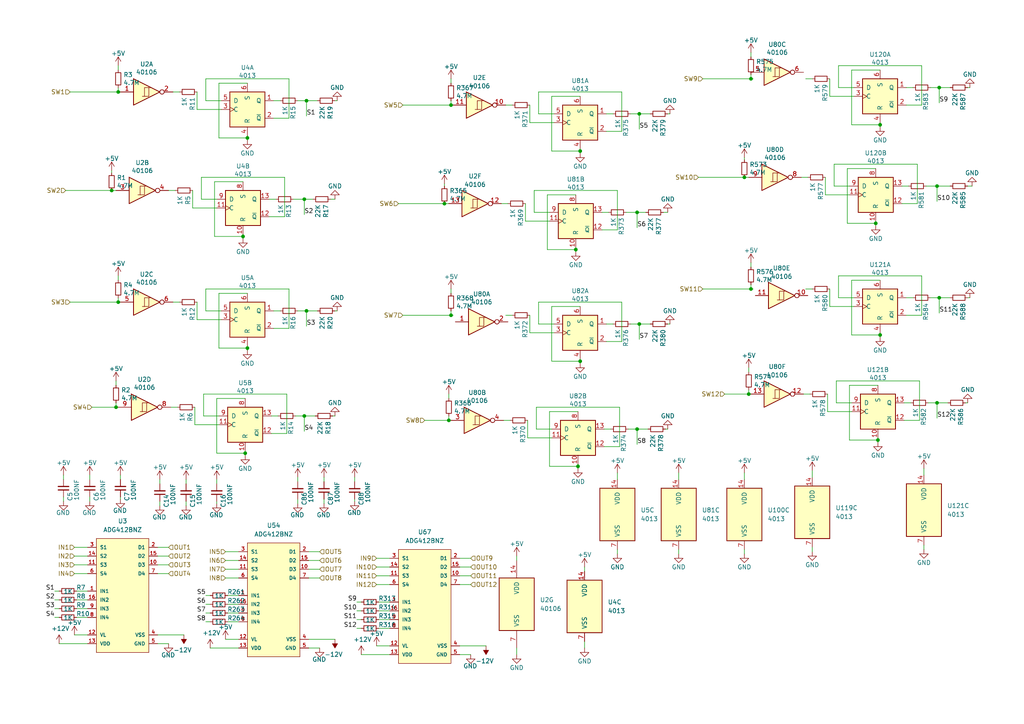
<source format=kicad_sch>
(kicad_sch (version 20231120) (generator "eeschema") (generator_version "8.0")
  (paper "A4")
  (lib_symbols
    (symbol "4xxx:40106" (pin_names (offset 1.016))
      (property "Reference" "U" (at 0 1.27 0))
      (property "Value" "40106" (at 0 -1.27 0))
      (symbol "40106_1_0"
        (pin input line (at -7.62 0 0) (length 3.81) (name "~") (number "1"))
        (pin output inverted (at 7.62 0 180) (length 3.81) (name "~") (number "2"))
      )
      (symbol "40106_2_0"
        (pin input line (at -7.62 0 0) (length 3.81) (name "~") (number "3"))
        (pin output inverted (at 7.62 0 180) (length 3.81) (name "~") (number "4"))
      )
      (symbol "40106_3_0"
        (pin input line (at -7.62 0 0) (length 3.81) (name "~") (number "5"))
        (pin output inverted (at 7.62 0 180) (length 3.81) (name "~") (number "6"))
      )
      (symbol "40106_4_0"
        (pin output inverted (at 7.62 0 180) (length 3.81) (name "~") (number "8"))
        (pin input line (at -7.62 0 0) (length 3.81) (name "~") (number "9"))
      )
      (symbol "40106_5_0"
        (pin output inverted (at 7.62 0 180) (length 3.81) (name "~") (number "10"))
        (pin input line (at -7.62 0 0) (length 3.81) (name "~") (number "11"))
      )
      (symbol "40106_6_0"
        (pin output inverted (at 7.62 0 180) (length 3.81) (name "~") (number "12"))
        (pin input line (at -7.62 0 0) (length 3.81) (name "~") (number "13"))
      )
      (symbol "40106_7_0"
        (pin power_in line (at 0 12.7 270) (length 5.08) (name "VDD") (number "14"))
        (pin power_in line (at 0 -12.7 90) (length 5.08) (name "VSS") (number "7"))
      )
    )
    (symbol "4xxx:4013" (pin_names (offset 1.016))
      (property "Reference" "U" (at -7.62 8.89 0))
      (property "Value" "4013" (at -7.62 -8.89 0))
      (symbol "4013_1_1"
        (pin output line (at 7.62 2.54 180) (length 2.54) (name "Q") (number "1"))
        (pin output line (at 7.62 -2.54 180) (length 2.54) (name "~{Q}") (number "2"))
        (pin input clock (at -7.62 0 0) (length 2.54) (name "C") (number "3"))
        (pin input line (at 0 -7.62 90) (length 2.54) (name "R") (number "4"))
        (pin input line (at -7.62 2.54 0) (length 2.54) (name "D") (number "5"))
        (pin input line (at 0 7.62 270) (length 2.54) (name "S") (number "6"))
      )
      (symbol "4013_2_1"
        (pin input line (at 0 -7.62 90) (length 2.54) (name "R") (number "10"))
        (pin input clock (at -7.62 0 0) (length 2.54) (name "C") (number "11"))
        (pin output line (at 7.62 -2.54 180) (length 2.54) (name "~{Q}") (number "12"))
        (pin output line (at 7.62 2.54 180) (length 2.54) (name "Q") (number "13"))
        (pin input line (at 0 7.62 270) (length 2.54) (name "S") (number "8"))
        (pin input line (at -7.62 2.54 0) (length 2.54) (name "D") (number "9"))
      )
      (symbol "4013_3_0"
        (pin power_in line (at 0 10.16 270) (length 2.54) (name "VDD") (number "14"))
        (pin power_in line (at 0 -10.16 90) (length 2.54) (name "VSS") (number "7"))
      )
    )
    (symbol "Device:C_Small" (pin_numbers hide) (pin_names (offset 0.254) hide)
      (property "Reference" "C" (at 0.254 1.778 0))
      (property "Value" "C_Small" (at 0.254 -2.032 0))
      (symbol "C_Small_1_1"
        (pin passive line (at 0 2.54 270) (length 2.032) (name "~") (number "1"))
        (pin passive line (at 0 -2.54 90) (length 2.032) (name "~") (number "2"))
      )
    )
    (symbol "Device:R_Small" (pin_numbers hide) (pin_names (offset 0.254) hide)
      (property "Reference" "R" (at 0.762 0.508 0))
      (property "Value" "R_Small" (at 0.762 -1.016 0))
      (symbol "R_Small_1_1"
        (pin passive line (at 0 2.54 270) (length 0.762) (name "~") (number "1"))
        (pin passive line (at 0 -2.54 90) (length 0.762) (name "~") (number "2"))
      )
    )
    (symbol "eec:ADG412BNZ" (pin_names (offset 1.016))
      (property "Reference" "U" (at 0 5.08 0))
      (property "Value" "ADG412BNZ" (at 0 7.62 0))
      (symbol "ADG412BNZ_1_1"
        (pin input line (at 2.54 -12.7 0) (length 2.54) (name "IN1") (number "1"))
        (pin passive line (at 22.86 -5.08 180) (length 2.54) (name "D3") (number "10"))
        (pin passive line (at 2.54 -5.08 0) (length 2.54) (name "S3") (number "11"))
        (pin power_in line (at 2.54 -25.4 0) (length 2.54) (name "VL") (number "12"))
        (pin power_in line (at 2.54 -27.94 0) (length 2.54) (name "VDD") (number "13"))
        (pin passive line (at 2.54 -2.54 0) (length 2.54) (name "S2") (number "14"))
        (pin passive line (at 22.86 -2.54 180) (length 2.54) (name "D2") (number "15"))
        (pin input line (at 2.54 -15.24 0) (length 2.54) (name "IN2") (number "16"))
        (pin passive line (at 22.86 0 180) (length 2.54) (name "D1") (number "2"))
        (pin passive line (at 2.54 0 0) (length 2.54) (name "S1") (number "3"))
        (pin power_in line (at 22.86 -25.4 180) (length 2.54) (name "VSS") (number "4"))
        (pin power_in line (at 22.86 -27.94 180) (length 2.54) (name "GND") (number "5"))
        (pin passive line (at 2.54 -7.62 0) (length 2.54) (name "S4") (number "6"))
        (pin passive line (at 22.86 -7.62 180) (length 2.54) (name "D4") (number "7"))
        (pin input line (at 2.54 -20.32 0) (length 2.54) (name "IN4") (number "8"))
        (pin input line (at 2.54 -17.78 0) (length 2.54) (name "IN3") (number "9"))
      )
    )
    (symbol "power:+12V" (power) (pin_names (offset 0))
      (property "Value" "+12V" (at 0 3.556 0))
      (symbol "+12V_1_1"
        (pin power_in line (at 0 0 90) (length 0) hide (name "+12V") (number "1"))
      )
    )
    (symbol "power:+5V" (power) (pin_names (offset 0))
      (property "Value" "+5V" (at 0 3.556 0))
      (symbol "+5V_1_1"
        (pin power_in line (at 0 0 90) (length 0) hide (name "+5V") (number "1"))
      )
    )
    (symbol "power:-12V" (power) (pin_names (offset 0))
      (property "Value" "-12V" (at 0 3.81 0))
      (symbol "-12V_0_0"
        (pin power_in line (at 0 0 90) (length 0) hide (name "-12V") (number "1"))
      )
    )
    (symbol "power:GND" (power) (pin_names (offset 0))
      (property "Value" "GND" (at 0 -3.81 0))
      (symbol "GND_1_1"
        (pin power_in line (at 0 0 270) (length 0) hide (name "GND") (number "1"))
      )
    )
    (symbol "touch-rescue:GND-power-allcolours_analogue-rescue" (power) (pin_names (offset 0))
      (property "Value" "GND-power-allcolours_analogue-rescue" (at 0 -3.81 0))
      (symbol "GND-power-allcolours_analogue-rescue_1_1"
        (pin power_in line (at 0 0 270) (length 0) hide (name "GND") (number "1"))
      )
    )
  )
  (junction (at 88.265 57.785))
  (junction (at 184.785 61.595))
  (junction (at 168.275 43.815))
  (junction (at 167.64 135.255))
  (junction (at 34.29 26.67))
  (junction (at 255.27 97.155))
  (junction (at 88.265 120.65))
  (junction (at 167.005 72.39))
  (junction (at 255.27 36.195))
  (junction (at 33.655 118.11))
  (junction (at 130.175 121.92))
  (junction (at 168.275 104.775))
  (junction (at 272.415 25.4))
  (junction (at 71.755 40.005))
  (junction (at 34.29 87.63))
  (junction (at 272.415 86.36))
  (junction (at 130.81 30.48))
  (junction (at 254 64.77))
  (junction (at 184.785 124.46))
  (junction (at 271.78 53.975))
  (junction (at 71.755 100.965))
  (junction (at 185.42 33.02))
  (junction (at 88.9 29.21))
  (junction (at 254.635 127.635))
  (junction (at 217.805 83.82))
  (junction (at 128.905 59.055))
  (junction (at 271.78 116.84))
  (junction (at 70.485 68.58))
  (junction (at 217.805 22.86))
  (junction (at 217.17 114.3))
  (junction (at 130.81 91.44))
  (junction (at 32.385 55.245))
  (junction (at 71.12 131.445))
  (junction (at 215.9 51.435))
  (junction (at 185.42 93.98))
  (junction (at 88.9 90.17))
  (wire (pts (xy 179.07 159.385) (xy 179.07 160.655)))
  (wire (pts (xy 246.38 111.76) (xy 246.38 127.635)))
  (wire (pts (xy 22.225 179.07) (xy 25.4 179.07)))
  (wire (pts (xy 21.59 161.29) (xy 25.4 161.29)))
  (wire (pts (xy 148.59 30.48) (xy 146.685 30.48)))
  (wire (pts (xy 79.375 29.21) (xy 81.28 29.21)))
  (wire (pts (xy 202.565 51.435) (xy 215.9 51.435)))
  (wire (pts (xy 17.145 186.69) (xy 25.4 186.69)))
  (wire (pts (xy 62.23 52.705) (xy 62.23 68.58)))
  (wire (pts (xy 66.04 175.26) (xy 69.215 175.26)))
  (wire (pts (xy 272.415 25.4) (xy 272.415 29.845)))
  (wire (pts (xy 65.405 162.56) (xy 69.215 162.56)))
  (wire (pts (xy 86.36 90.17) (xy 88.9 90.17)))
  (wire (pts (xy 262.89 86.36) (xy 264.795 86.36)))
  (wire (pts (xy 59.69 175.26) (xy 60.96 175.26)))
  (wire (pts (xy 88.9 90.17) (xy 88.9 94.615)))
  (wire (pts (xy 266.7 121.92) (xy 266.7 110.49)))
  (wire (pts (xy 18.415 137.795) (xy 18.415 139.065)))
  (wire (pts (xy 128.905 59.055) (xy 130.175 59.055)))
  (wire (pts (xy 185.42 33.02) (xy 188.595 33.02)))
  (wire (pts (xy 156.21 87.63) (xy 156.21 93.98)))
  (wire (pts (xy 88.9 90.17) (xy 92.075 90.17)))
  (wire (pts (xy 59.055 114.3) (xy 83.185 114.3)))
  (wire (pts (xy 215.9 45.72) (xy 215.9 46.355)))
  (wire (pts (xy 78.74 125.73) (xy 83.185 125.73)))
  (wire (pts (xy 254 64.77) (xy 254 65.405)))
  (wire (pts (xy 254 64.135) (xy 254 64.77)))
  (wire (pts (xy 262.255 121.92) (xy 266.7 121.92)))
  (wire (pts (xy 239.395 51.435) (xy 239.395 56.515)))
  (wire (pts (xy 152.4 64.135) (xy 159.385 64.135)))
  (wire (pts (xy 262.89 25.4) (xy 264.795 25.4)))
  (wire (pts (xy 45.72 166.37) (xy 48.895 166.37)))
  (wire (pts (xy 63.5 85.09) (xy 71.755 85.09)))
  (wire (pts (xy 130.175 120.65) (xy 130.175 121.92)))
  (wire (pts (xy 271.78 116.84) (xy 274.955 116.84)))
  (wire (pts (xy 58.42 57.785) (xy 62.865 57.785)))
  (wire (pts (xy 66.04 172.72) (xy 69.215 172.72)))
  (wire (pts (xy 215.9 137.16) (xy 215.9 139.065)))
  (wire (pts (xy 20.32 26.67) (xy 34.29 26.67)))
  (wire (pts (xy 128.905 53.34) (xy 128.905 53.975)))
  (wire (pts (xy 51.435 118.11) (xy 49.53 118.11)))
  (wire (pts (xy 235.585 83.82) (xy 233.68 83.82)))
  (wire (pts (xy 241.935 53.975) (xy 246.38 53.975)))
  (wire (pts (xy 156.21 33.02) (xy 160.655 33.02)))
  (wire (pts (xy 240.03 119.38) (xy 247.015 119.38)))
  (wire (pts (xy 262.89 30.48) (xy 267.335 30.48)))
  (wire (pts (xy 85.725 120.65) (xy 88.265 120.65)))
  (wire (pts (xy 130.81 30.48) (xy 131.445 30.48)))
  (wire (pts (xy 45.72 161.29) (xy 48.895 161.29)))
  (wire (pts (xy 203.835 83.82) (xy 217.805 83.82)))
  (wire (pts (xy 103.505 177.165) (xy 104.775 177.165)))
  (wire (pts (xy 88.9 29.21) (xy 92.075 29.21)))
  (wire (pts (xy 115.57 59.055) (xy 128.905 59.055)))
  (wire (pts (xy 55.88 60.325) (xy 62.865 60.325)))
  (wire (pts (xy 254.635 127) (xy 254.635 127.635)))
  (wire (pts (xy 158.75 56.515) (xy 158.75 72.39)))
  (wire (pts (xy 89.535 165.1) (xy 92.71 165.1)))
  (wire (pts (xy 243.205 19.05) (xy 267.335 19.05)))
  (wire (pts (xy 59.055 120.65) (xy 63.5 120.65)))
  (wire (pts (xy 153.67 35.56) (xy 160.655 35.56)))
  (wire (pts (xy 34.925 144.145) (xy 34.925 144.78)))
  (wire (pts (xy 109.855 179.705) (xy 113.03 179.705)))
  (wire (pts (xy 109.855 174.625) (xy 113.03 174.625)))
  (wire (pts (xy 88.265 57.785) (xy 88.265 62.23)))
  (wire (pts (xy 34.29 86.36) (xy 34.29 87.63)))
  (wire (pts (xy 78.105 62.865) (xy 82.55 62.865)))
  (wire (pts (xy 245.745 48.895) (xy 254 48.895)))
  (wire (pts (xy 66.04 177.8) (xy 69.215 177.8)))
  (wire (pts (xy 247.015 81.28) (xy 247.015 97.155)))
  (wire (pts (xy 261.62 59.055) (xy 266.065 59.055)))
  (wire (pts (xy 70.485 67.945) (xy 70.485 68.58)))
  (wire (pts (xy 247.015 20.32) (xy 255.27 20.32)))
  (wire (pts (xy 182.88 33.02) (xy 185.42 33.02)))
  (wire (pts (xy 242.57 110.49) (xy 266.7 110.49)))
  (wire (pts (xy 33.655 110.49) (xy 33.655 111.76)))
  (wire (pts (xy 102.87 144.78) (xy 102.87 145.415)))
  (wire (pts (xy 184.785 124.46) (xy 187.96 124.46)))
  (wire (pts (xy 255.27 35.56) (xy 255.27 36.195)))
  (wire (pts (xy 153.035 127) (xy 160.02 127)))
  (wire (pts (xy 20.32 87.63) (xy 34.29 87.63)))
  (wire (pts (xy 217.805 76.2) (xy 217.805 77.47)))
  (wire (pts (xy 193.675 33.02) (xy 194.31 33.02)))
  (wire (pts (xy 63.5 24.13) (xy 63.5 40.005)))
  (wire (pts (xy 45.72 163.83) (xy 48.895 163.83)))
  (wire (pts (xy 243.205 19.05) (xy 243.205 25.4)))
  (wire (pts (xy 57.15 92.71) (xy 64.135 92.71)))
  (wire (pts (xy 153.67 30.48) (xy 153.67 35.56)))
  (wire (pts (xy 130.81 90.17) (xy 130.81 91.44)))
  (wire (pts (xy 95.885 57.785) (xy 97.155 57.785)))
  (wire (pts (xy 33.655 118.11) (xy 34.29 118.11)))
  (wire (pts (xy 196.85 137.16) (xy 196.85 139.065)))
  (wire (pts (xy 34.29 87.63) (xy 34.925 87.63)))
  (wire (pts (xy 59.69 180.34) (xy 60.96 180.34)))
  (wire (pts (xy 175.895 93.98) (xy 177.8 93.98)))
  (wire (pts (xy 159.385 135.255) (xy 167.64 135.255)))
  (wire (pts (xy 65.405 167.64) (xy 69.215 167.64)))
  (wire (pts (xy 55.88 55.245) (xy 55.88 60.325)))
  (wire (pts (xy 34.29 19.05) (xy 34.29 20.32)))
  (wire (pts (xy 109.855 177.165) (xy 113.03 177.165)))
  (wire (pts (xy 185.42 33.02) (xy 185.42 37.465)))
  (wire (pts (xy 62.865 115.57) (xy 71.12 115.57)))
  (wire (pts (xy 88.265 57.785) (xy 90.805 57.785)))
  (wire (pts (xy 88.265 120.65) (xy 91.44 120.65)))
  (wire (pts (xy 217.17 114.3) (xy 217.805 114.3)))
  (wire (pts (xy 184.785 61.595) (xy 187.325 61.595)))
  (wire (pts (xy 215.9 51.435) (xy 217.17 51.435)))
  (wire (pts (xy 239.395 56.515) (xy 246.38 56.515)))
  (wire (pts (xy 45.72 184.15) (xy 53.34 184.15)))
  (wire (pts (xy 149.86 187.96) (xy 149.86 189.865)))
  (wire (pts (xy 175.895 38.1) (xy 180.34 38.1)))
  (wire (pts (xy 123.19 121.92) (xy 130.175 121.92)))
  (wire (pts (xy 240.03 114.3) (xy 240.03 119.38)))
  (wire (pts (xy 180.34 38.1) (xy 180.34 26.67)))
  (wire (pts (xy 160.02 43.815) (xy 168.275 43.815)))
  (wire (pts (xy 280.035 116.84) (xy 280.67 116.84)))
  (wire (pts (xy 58.42 51.435) (xy 82.55 51.435)))
  (wire (pts (xy 59.69 83.82) (xy 59.69 90.17)))
  (wire (pts (xy 242.57 116.84) (xy 247.015 116.84)))
  (wire (pts (xy 169.545 164.465) (xy 169.545 165.735)))
  (wire (pts (xy 56.515 123.19) (xy 63.5 123.19)))
  (wire (pts (xy 267.335 91.44) (xy 267.335 80.01)))
  (wire (pts (xy 240.665 22.86) (xy 240.665 27.94)))
  (wire (pts (xy 109.855 182.245) (xy 113.03 182.245)))
  (wire (pts (xy 109.22 161.925) (xy 113.03 161.925)))
  (wire (pts (xy 167.005 72.39) (xy 167.005 73.025)))
  (wire (pts (xy 88.9 29.21) (xy 88.9 33.655)))
  (wire (pts (xy 133.35 169.545) (xy 136.525 169.545)))
  (wire (pts (xy 241.935 47.625) (xy 266.065 47.625)))
  (wire (pts (xy 148.59 91.44) (xy 146.685 91.44)))
  (wire (pts (xy 271.78 53.975) (xy 275.59 53.975)))
  (wire (pts (xy 254.635 127.635) (xy 254.635 128.27)))
  (wire (pts (xy 267.97 158.115) (xy 267.97 159.385)))
  (wire (pts (xy 240.665 88.9) (xy 247.65 88.9)))
  (wire (pts (xy 246.38 127.635) (xy 254.635 127.635)))
  (wire (pts (xy 52.07 87.63) (xy 50.165 87.63)))
  (wire (pts (xy 185.42 93.98) (xy 188.595 93.98)))
  (wire (pts (xy 57.15 87.63) (xy 57.15 92.71)))
  (wire (pts (xy 62.865 139.065) (xy 62.865 140.335)))
  (wire (pts (xy 32.385 49.53) (xy 32.385 50.165)))
  (wire (pts (xy 133.35 164.465) (xy 136.525 164.465)))
  (wire (pts (xy 130.81 91.44) (xy 131.445 91.44)))
  (wire (pts (xy 203.835 22.86) (xy 217.805 22.86)))
  (wire (pts (xy 155.575 118.11) (xy 155.575 124.46)))
  (wire (pts (xy 70.485 68.58) (xy 70.485 69.215)))
  (wire (pts (xy 82.55 62.865) (xy 82.55 51.435)))
  (wire (pts (xy 86.36 138.43) (xy 86.36 139.7)))
  (wire (pts (xy 86.36 29.21) (xy 88.9 29.21)))
  (wire (pts (xy 246.38 111.76) (xy 254.635 111.76)))
  (wire (pts (xy 26.035 137.795) (xy 26.035 139.065)))
  (wire (pts (xy 243.205 80.01) (xy 243.205 86.36)))
  (wire (pts (xy 130.175 114.3) (xy 130.175 115.57)))
  (wire (pts (xy 83.82 95.25) (xy 83.82 83.82)))
  (wire (pts (xy 156.21 26.67) (xy 156.21 33.02)))
  (wire (pts (xy 180.34 99.06) (xy 180.34 87.63)))
  (wire (pts (xy 102.87 138.43) (xy 102.87 139.7)))
  (wire (pts (xy 45.72 158.75) (xy 48.895 158.75)))
  (wire (pts (xy 175.895 33.02) (xy 177.8 33.02)))
  (wire (pts (xy 79.375 95.25) (xy 83.82 95.25)))
  (wire (pts (xy 130.81 83.82) (xy 130.81 85.09)))
  (wire (pts (xy 63.5 24.13) (xy 71.755 24.13)))
  (wire (pts (xy 179.07 137.16) (xy 179.07 139.065)))
  (wire (pts (xy 133.35 187.325) (xy 140.97 187.325)))
  (wire (pts (xy 168.275 104.775) (xy 168.275 105.41)))
  (wire (pts (xy 71.755 100.33) (xy 71.755 100.965)))
  (wire (pts (xy 88.265 120.65) (xy 88.265 125.095)))
  (wire (pts (xy 71.755 39.37) (xy 71.755 40.005)))
  (wire (pts (xy 71.12 131.445) (xy 71.12 132.08)))
  (wire (pts (xy 160.02 27.94) (xy 160.02 43.815)))
  (wire (pts (xy 79.375 34.29) (xy 83.82 34.29)))
  (wire (pts (xy 192.405 61.595) (xy 193.675 61.595)))
  (wire (pts (xy 32.385 55.245) (xy 33.655 55.245)))
  (wire (pts (xy 217.805 22.86) (xy 218.44 22.86)))
  (wire (pts (xy 247.015 20.32) (xy 247.015 36.195)))
  (wire (pts (xy 280.67 53.975) (xy 281.94 53.975)))
  (wire (pts (xy 149.86 161.29) (xy 149.86 162.56)))
  (wire (pts (xy 65.405 165.1) (xy 69.215 165.1)))
  (wire (pts (xy 235.585 158.75) (xy 235.585 160.02)))
  (wire (pts (xy 116.84 30.48) (xy 130.81 30.48)))
  (wire (pts (xy 182.88 93.98) (xy 185.42 93.98)))
  (wire (pts (xy 19.05 55.245) (xy 32.385 55.245)))
  (wire (pts (xy 109.22 169.545) (xy 113.03 169.545)))
  (wire (pts (xy 167.64 135.255) (xy 167.64 135.89)))
  (wire (pts (xy 160.02 88.9) (xy 160.02 104.775)))
  (wire (pts (xy 85.09 57.785) (xy 88.265 57.785)))
  (wire (pts (xy 15.875 176.53) (xy 17.145 176.53)))
  (wire (pts (xy 71.755 40.005) (xy 71.755 40.64)))
  (wire (pts (xy 174.625 61.595) (xy 176.53 61.595)))
  (wire (pts (xy 160.02 104.775) (xy 168.275 104.775)))
  (wire (pts (xy 63.5 85.09) (xy 63.5 100.965)))
  (wire (pts (xy 104.775 189.865) (xy 113.03 189.865)))
  (wire (pts (xy 196.85 159.385) (xy 196.85 160.655)))
  (wire (pts (xy 156.21 26.67) (xy 180.34 26.67)))
  (wire (pts (xy 247.015 97.155) (xy 255.27 97.155)))
  (wire (pts (xy 153.67 96.52) (xy 160.655 96.52)))
  (wire (pts (xy 185.42 93.98) (xy 185.42 98.425)))
  (wire (pts (xy 93.98 144.78) (xy 93.98 146.05)))
  (wire (pts (xy 78.105 57.785) (xy 80.01 57.785)))
  (wire (pts (xy 52.07 26.67) (xy 50.165 26.67)))
  (wire (pts (xy 242.57 110.49) (xy 242.57 116.84)))
  (wire (pts (xy 269.24 116.84) (xy 271.78 116.84)))
  (wire (pts (xy 45.72 186.69) (xy 48.895 186.69)))
  (wire (pts (xy 22.225 171.45) (xy 25.4 171.45)))
  (wire (pts (xy 109.22 187.325) (xy 113.03 187.325)))
  (wire (pts (xy 215.9 159.385) (xy 215.9 160.655)))
  (wire (pts (xy 268.605 53.975) (xy 271.78 53.975)))
  (wire (pts (xy 179.705 129.54) (xy 179.705 118.11)))
  (wire (pts (xy 160.02 27.94) (xy 168.275 27.94)))
  (wire (pts (xy 97.155 29.21) (xy 97.79 29.21)))
  (wire (pts (xy 217.805 83.82) (xy 218.44 83.82)))
  (wire (pts (xy 262.255 116.84) (xy 264.16 116.84)))
  (wire (pts (xy 241.935 47.625) (xy 241.935 53.975)))
  (wire (pts (xy 93.98 138.43) (xy 93.98 139.7)))
  (wire (pts (xy 78.74 120.65) (xy 80.645 120.65)))
  (wire (pts (xy 147.955 121.92) (xy 146.05 121.92)))
  (wire (pts (xy 83.82 34.29) (xy 83.82 22.86)))
  (wire (pts (xy 34.29 80.01) (xy 34.29 81.28)))
  (wire (pts (xy 57.15 26.67) (xy 57.15 31.75)))
  (wire (pts (xy 63.5 40.005) (xy 71.755 40.005)))
  (wire (pts (xy 181.61 61.595) (xy 184.785 61.595)))
  (wire (pts (xy 245.745 48.895) (xy 245.745 64.77)))
  (wire (pts (xy 56.515 118.11) (xy 56.515 123.19)))
  (wire (pts (xy 21.59 184.15) (xy 25.4 184.15)))
  (wire (pts (xy 167.64 134.62) (xy 167.64 135.255)))
  (wire (pts (xy 272.415 25.4) (xy 275.59 25.4)))
  (wire (pts (xy 15.875 179.07) (xy 17.145 179.07)))
  (wire (pts (xy 152.4 59.055) (xy 152.4 64.135)))
  (wire (pts (xy 217.805 82.55) (xy 217.805 83.82)))
  (wire (pts (xy 240.665 83.82) (xy 240.665 88.9)))
  (wire (pts (xy 89.535 187.96) (xy 92.71 187.96)))
  (wire (pts (xy 89.535 162.56) (xy 92.71 162.56)))
  (wire (pts (xy 168.275 43.18) (xy 168.275 43.815)))
  (wire (pts (xy 59.69 90.17) (xy 64.135 90.17)))
  (wire (pts (xy 147.32 59.055) (xy 145.415 59.055)))
  (wire (pts (xy 154.94 55.245) (xy 154.94 61.595)))
  (wire (pts (xy 169.545 186.055) (xy 169.545 187.96)))
  (wire (pts (xy 59.69 22.86) (xy 59.69 29.21)))
  (wire (pts (xy 193.04 124.46) (xy 193.675 124.46)))
  (wire (pts (xy 130.81 29.21) (xy 130.81 30.48)))
  (wire (pts (xy 154.94 55.245) (xy 179.07 55.245)))
  (wire (pts (xy 247.015 81.28) (xy 255.27 81.28)))
  (wire (pts (xy 57.15 31.75) (xy 64.135 31.75)))
  (wire (pts (xy 271.78 116.84) (xy 271.78 121.285)))
  (wire (pts (xy 234.315 51.435) (xy 232.41 51.435)))
  (wire (pts (xy 217.17 113.03) (xy 217.17 114.3)))
  (wire (pts (xy 168.275 104.14) (xy 168.275 104.775)))
  (wire (pts (xy 269.875 86.36) (xy 272.415 86.36)))
  (wire (pts (xy 97.155 90.17) (xy 97.79 90.17)))
  (wire (pts (xy 109.22 167.005) (xy 113.03 167.005)))
  (wire (pts (xy 96.52 120.65) (xy 97.155 120.65)))
  (wire (pts (xy 60.96 187.96) (xy 69.215 187.96)))
  (wire (pts (xy 59.69 22.86) (xy 83.82 22.86)))
  (wire (pts (xy 272.415 86.36) (xy 275.59 86.36)))
  (wire (pts (xy 116.84 91.44) (xy 130.81 91.44)))
  (wire (pts (xy 59.055 114.3) (xy 59.055 120.65)))
  (wire (pts (xy 167.005 71.755) (xy 167.005 72.39)))
  (wire (pts (xy 153.67 91.44) (xy 153.67 96.52)))
  (wire (pts (xy 235.585 22.86) (xy 233.68 22.86)))
  (wire (pts (xy 156.21 93.98) (xy 160.655 93.98)))
  (wire (pts (xy 182.245 124.46) (xy 184.785 124.46)))
  (wire (pts (xy 272.415 86.36) (xy 272.415 90.805)))
  (wire (pts (xy 158.75 72.39) (xy 167.005 72.39)))
  (wire (pts (xy 160.02 88.9) (xy 168.275 88.9)))
  (wire (pts (xy 71.755 100.965) (xy 71.755 101.6)))
  (wire (pts (xy 247.015 36.195) (xy 255.27 36.195)))
  (wire (pts (xy 269.875 25.4) (xy 272.415 25.4)))
  (wire (pts (xy 21.59 158.75) (xy 25.4 158.75)))
  (wire (pts (xy 267.335 30.48) (xy 267.335 19.05)))
  (wire (pts (xy 63.5 100.965) (xy 71.755 100.965)))
  (wire (pts (xy 243.205 25.4) (xy 247.65 25.4)))
  (wire (pts (xy 65.405 160.02) (xy 69.215 160.02)))
  (wire (pts (xy 280.67 25.4) (xy 281.305 25.4)))
  (wire (pts (xy 21.59 166.37) (xy 25.4 166.37)))
  (wire (pts (xy 103.505 174.625) (xy 104.775 174.625)))
  (wire (pts (xy 261.62 53.975) (xy 263.525 53.975)))
  (wire (pts (xy 262.89 91.44) (xy 267.335 91.44)))
  (wire (pts (xy 133.35 161.925) (xy 136.525 161.925)))
  (wire (pts (xy 255.27 36.195) (xy 255.27 36.83)))
  (wire (pts (xy 217.17 106.68) (xy 217.17 107.95)))
  (wire (pts (xy 243.205 80.01) (xy 267.335 80.01)))
  (wire (pts (xy 59.69 172.72) (xy 60.96 172.72)))
  (wire (pts (xy 217.805 21.59) (xy 217.805 22.86)))
  (wire (pts (xy 155.575 118.11) (xy 179.705 118.11)))
  (wire (pts (xy 62.865 115.57) (xy 62.865 131.445)))
  (wire (pts (xy 18.415 144.145) (xy 18.415 145.415)))
  (wire (pts (xy 255.27 97.155) (xy 255.27 97.79)))
  (wire (pts (xy 130.175 121.92) (xy 130.81 121.92)))
  (wire (pts (xy 62.23 68.58) (xy 70.485 68.58)))
  (wire (pts (xy 155.575 124.46) (xy 160.02 124.46)))
  (wire (pts (xy 59.69 83.82) (xy 83.82 83.82)))
  (wire (pts (xy 86.36 144.78) (xy 86.36 146.05)))
  (wire (pts (xy 184.785 124.46) (xy 184.785 128.905)))
  (wire (pts (xy 89.535 185.42) (xy 97.155 185.42)))
  (wire (pts (xy 103.505 182.245) (xy 104.775 182.245)))
  (wire (pts (xy 66.04 180.34) (xy 69.215 180.34)))
  (wire (pts (xy 21.59 163.83) (xy 25.4 163.83)))
  (wire (pts (xy 109.22 164.465) (xy 113.03 164.465)))
  (wire (pts (xy 79.375 90.17) (xy 81.28 90.17)))
  (wire (pts (xy 26.035 144.145) (xy 26.035 145.415)))
  (wire (pts (xy 280.67 86.36) (xy 281.305 86.36)))
  (wire (pts (xy 245.745 64.77) (xy 254 64.77)))
  (wire (pts (xy 267.97 135.89) (xy 267.97 137.795)))
  (wire (pts (xy 159.385 119.38) (xy 167.64 119.38)))
  (wire (pts (xy 266.065 59.055) (xy 266.065 47.625)))
  (wire (pts (xy 153.035 121.92) (xy 153.035 127)))
  (wire (pts (xy 34.29 26.67) (xy 34.925 26.67)))
  (wire (pts (xy 62.865 145.415) (xy 62.865 146.05)))
  (wire (pts (xy 53.975 145.415) (xy 53.975 146.685)))
  (wire (pts (xy 46.355 145.415) (xy 46.355 146.685)))
  (wire (pts (xy 58.42 51.435) (xy 58.42 57.785)))
  (wire (pts (xy 103.505 179.705) (xy 104.775 179.705)))
  (wire (pts (xy 22.225 176.53) (xy 25.4 176.53)))
  (wire (pts (xy 234.95 114.3) (xy 233.045 114.3)))
  (wire (pts (xy 158.75 56.515) (xy 167.005 56.515)))
  (wire (pts (xy 235.585 136.525) (xy 235.585 138.43)))
  (wire (pts (xy 46.355 139.065) (xy 46.355 140.335)))
  (wire (pts (xy 174.625 66.675) (xy 179.07 66.675)))
  (wire (pts (xy 53.975 139.065) (xy 53.975 140.335)))
  (wire (pts (xy 22.225 173.99) (xy 25.4 173.99)))
  (wire (pts (xy 33.655 116.84) (xy 33.655 118.11)))
  (wire (pts (xy 175.26 124.46) (xy 177.165 124.46)))
  (wire (pts (xy 34.925 137.795) (xy 34.925 139.065)))
  (wire (pts (xy 62.23 52.705) (xy 70.485 52.705)))
  (wire (pts (xy 154.94 61.595) (xy 159.385 61.595)))
  (wire (pts (xy 168.275 43.815) (xy 168.275 44.45)))
  (wire (pts (xy 34.29 25.4) (xy 34.29 26.67)))
  (wire (pts (xy 83.185 125.73) (xy 83.185 114.3)))
  (wire (pts (xy 159.385 119.38) (xy 159.385 135.255)))
  (wire (pts (xy 65.405 185.42) (xy 69.215 185.42)))
  (wire (pts (xy 271.78 53.975) (xy 271.78 58.42)))
  (wire (pts (xy 26.67 118.11) (xy 33.655 118.11)))
  (wire (pts (xy 59.69 29.21) (xy 64.135 29.21)))
  (wire (pts (xy 62.865 131.445) (xy 71.12 131.445)))
  (wire (pts (xy 184.785 61.595) (xy 184.785 66.04)))
  (wire (pts (xy 240.665 27.94) (xy 247.65 27.94)))
  (wire (pts (xy 217.805 15.24) (xy 217.805 16.51)))
  (wire (pts (xy 243.205 86.36) (xy 247.65 86.36)))
  (wire (pts (xy 50.8 55.245) (xy 48.895 55.245)))
  (wire (pts (xy 133.35 189.865) (xy 136.525 189.865)))
  (wire (pts (xy 59.69 177.8) (xy 60.96 177.8)))
  (wire (pts (xy 89.535 167.64) (xy 92.71 167.64)))
  (wire (pts (xy 175.26 129.54) (xy 179.705 129.54)))
  (wire (pts (xy 255.27 96.52) (xy 255.27 97.155)))
  (wire (pts (xy 193.675 93.98) (xy 194.31 93.98)))
  (wire (pts (xy 175.895 99.06) (xy 180.34 99.06)))
  (wire (pts (xy 71.12 130.81) (xy 71.12 131.445)))
  (wire (pts (xy 89.535 160.02) (xy 92.71 160.02)))
  (wire (pts (xy 15.875 173.99) (xy 17.145 173.99)))
  (wire (pts (xy 133.35 167.005) (xy 136.525 167.005)))
  (wire (pts (xy 130.81 22.86) (xy 130.81 24.13)))
  (wire (pts (xy 210.185 114.3) (xy 217.17 114.3)))
  (wire (pts (xy 15.875 171.45) (xy 17.145 171.45)))
  (wire (pts (xy 179.07 66.675) (xy 179.07 55.245)))
  (wire (pts (xy 156.21 87.63) (xy 180.34 87.63)))
  (label "S4" (at 15.875 179.07 180))
  (label "S12" (at 103.505 182.245 180))
  (label "S2" (at 15.875 173.99 180))
  (label "S11" (at 103.505 179.705 180))
  (label "S9" (at 103.505 174.625 180))
  (label "S11" (at 272.415 90.805 0))
  (label "S1" (at 88.9 33.655 0))
  (label "S5" (at 185.42 37.465 0))
  (label "S6" (at 59.69 175.26 180))
  (label "S4" (at 88.265 125.095 0))
  (label "S2" (at 88.265 62.23 0))
  (label "S9" (at 272.415 29.845 0))
  (label "S5" (at 59.69 172.72 180))
  (label "S6" (at 184.785 66.04 0))
  (label "S12" (at 271.78 121.285 0))
  (label "S3" (at 88.9 94.615 0))
  (label "S7" (at 185.42 98.425 0))
  (label "S7" (at 59.69 177.8 180))
  (label "S3" (at 15.875 176.53 180))
  (label "S8" (at 184.785 128.905 0))
  (label "S8" (at 59.69 180.34 180))
  (label "S1" (at 15.875 171.45 180))
  (label "S10" (at 271.78 58.42 0))
  (label "S10" (at 103.505 177.165 180))
  (hierarchical_label "SW10" (shape input) (at 202.565 51.435 180))
  (hierarchical_label "IN11" (shape input) (at 109.22 167.005 180))
  (hierarchical_label "IN10" (shape input) (at 109.22 164.465 180))
  (hierarchical_label "OUT3" (shape input) (at 48.895 163.83 0))
  (hierarchical_label "SW11" (shape input) (at 203.835 83.82 180))
  (hierarchical_label "SW3" (shape input) (at 20.32 87.63 180))
  (hierarchical_label "IN4" (shape input) (at 21.59 166.37 180))
  (hierarchical_label "OUT4" (shape input) (at 48.895 166.37 0))
  (hierarchical_label "OUT7" (shape input) (at 92.71 165.1 0))
  (hierarchical_label "SW4" (shape input) (at 26.67 118.11 180))
  (hierarchical_label "OUT10" (shape input) (at 136.525 164.465 0))
  (hierarchical_label "OUT2" (shape input) (at 48.895 161.29 0))
  (hierarchical_label "OUT11" (shape input) (at 136.525 167.005 0))
  (hierarchical_label "IN7" (shape input) (at 65.405 165.1 180))
  (hierarchical_label "IN5" (shape input) (at 65.405 160.02 180))
  (hierarchical_label "SW12" (shape input) (at 210.185 114.3 180))
  (hierarchical_label "OUT1" (shape input) (at 48.895 158.75 0))
  (hierarchical_label "OUT5" (shape input) (at 92.71 160.02 0))
  (hierarchical_label "SW6" (shape input) (at 115.57 59.055 180))
  (hierarchical_label "IN1" (shape input) (at 21.59 158.75 180))
  (hierarchical_label "SW5" (shape input) (at 116.84 30.48 180))
  (hierarchical_label "OUT8" (shape input) (at 92.71 167.64 0))
  (hierarchical_label "SW9" (shape input) (at 203.835 22.86 180))
  (hierarchical_label "IN9" (shape input) (at 109.22 161.925 180))
  (hierarchical_label "OUT12" (shape input) (at 136.525 169.545 0))
  (hierarchical_label "IN3" (shape input) (at 21.59 163.83 180))
  (hierarchical_label "SW7" (shape input) (at 116.84 91.44 180))
  (hierarchical_label "SW1" (shape input) (at 20.32 26.67 180))
  (hierarchical_label "IN6" (shape input) (at 65.405 162.56 180))
  (hierarchical_label "SW2" (shape input) (at 19.05 55.245 180))
  (hierarchical_label "IN2" (shape input) (at 21.59 161.29 180))
  (hierarchical_label "OUT9" (shape input) (at 136.525 161.925 0))
  (hierarchical_label "SW8" (shape input) (at 123.19 121.92 180))
  (hierarchical_label "IN8" (shape input) (at 65.405 167.64 180))
  (hierarchical_label "IN12" (shape input) (at 109.22 169.545 180))
  (hierarchical_label "OUT6" (shape input) (at 92.71 162.56 0))
  (symbol (lib_id "Device:R_Small") (at 93.98 120.65 270) (unit 1)
    (property "Reference" "R18" (at 95.1484 122.1486 0) (effects (justify left)))
    (property "Value" "22K" (at 92.837 122.1486 0) (effects (justify left)))
    (property "Footprint" "Resistor_SMD:R_0805_2012Metric" (effects (hide yes)))
    (instances (project "touch_toggle_latest_ADG" (path "" (reference "R18") (unit 1)) (path "" (reference "R38") (unit 1)) (path "" (reference "R58") (unit 1)) (path "" (reference "R78") (unit 1)) (path "" (reference "R98") (unit 1)) (path "" (reference "R118") (unit 1)) (path "" (reference "R138") (unit 1)) (path "" (reference "R158") (unit 1)) (path "" (reference "R178") (unit 1)) (path "" (reference "R198") (unit 1)) (path "" (reference "R218") (unit 1)) (path "" (reference "R238") (unit 1)) (path "" (reference "R258") (unit 1))))
  )
  (symbol (lib_id "touch-rescue:GND-power-allcolours_analogue-rescue") (at 215.9 160.655 0) (unit 1)
    (property "Reference" "#PWR0837" (effects (hide yes)))
    (property "Value" "GND" (at 215.9 164.465 0))
    (instances (project "touch_toggle_latest_ADG" (path "" (reference "#PWR0837") (unit 1)) (path "" (reference "#PWR0839") (unit 1)) (path "" (reference "#PWR0841") (unit 1)) (path "" (reference "#PWR0843") (unit 1)) (path "" (reference "#PWR0845") (unit 1)) (path "" (reference "#PWR0847") (unit 1)) (path "" (reference "#PWR0849") (unit 1)) (path "" (reference "#PWR0851") (unit 1)) (path "" (reference "#PWR0853") (unit 1)) (path "" (reference "#PWR0855") (unit 1)) (path "" (reference "#PWR0857") (unit 1)) (path "" (reference "#PWR0859") (unit 1)) (path "" (reference "#PWR0861") (unit 1))))
  )
  (symbol (lib_id "power:GND") (at 62.865 146.05 0) (unit 1)
    (property "Reference" "#PWR0919" (effects (hide yes)))
    (property "Value" "GND" (at 62.738 149.352 0))
    (instances (project "touch_toggle_latest_ADG" (path "" (reference "#PWR0919") (unit 1)) (path "" (reference "#PWR0925") (unit 1)) (path "" (reference "#PWR0931") (unit 1)) (path "" (reference "#PWR0937") (unit 1)) (path "" (reference "#PWR0943") (unit 1)) (path "" (reference "#PWR0949") (unit 1)) (path "" (reference "#PWR0955") (unit 1)) (path "" (reference "#PWR0961") (unit 1)) (path "" (reference "#PWR0967") (unit 1)) (path "" (reference "#PWR0973") (unit 1)) (path "" (reference "#PWR0979") (unit 1)) (path "" (reference "#PWR0985") (unit 1)) (path "" (reference "#PWR0991") (unit 1))))
  )
  (symbol (lib_id "Device:C_Small") (at 102.87 142.24 180) (unit 1)
    (property "Reference" "C88" (at 104.775 144.653 90))
    (property "Value" "100NF" (at 106.68 142.748 90))
    (property "Footprint" "Capacitor_SMD:C_0805_2012Metric" (effects (hide yes)))
    (instances (project "touch_toggle_latest_ADG" (path "" (reference "C88") (unit 1)) (path "" (reference "C91") (unit 1)) (path "" (reference "C94") (unit 1)) (path "" (reference "C97") (unit 1)) (path "" (reference "C100") (unit 1)) (path "" (reference "C103") (unit 1)) (path "" (reference "C106") (unit 1)) (path "" (reference "C109") (unit 1)) (path "" (reference "C112") (unit 1)) (path "" (reference "C115") (unit 1)) (path "" (reference "C118") (unit 1)) (path "" (reference "C121") (unit 1)) (path "" (reference "C124") (unit 1))))
  )
  (symbol (lib_id "Device:R_Small") (at 267.335 86.36 270) (unit 1)
    (property "Reference" "R584" (at 268.5034 87.8586 0) (effects (justify left)))
    (property "Value" "1K" (at 266.192 87.8586 0) (effects (justify left)))
    (property "Footprint" "Resistor_SMD:R_0805_2012Metric" (effects (hide yes)))
    (instances (project "touch_toggle_latest_ADG" (path "" (reference "R584") (unit 1)) (path "" (reference "R600") (unit 1)) (path "" (reference "R616") (unit 1)) (path "" (reference "R632") (unit 1)) (path "" (reference "R648") (unit 1)) (path "" (reference "R664") (unit 1)) (path "" (reference "R680") (unit 1)) (path "" (reference "R696") (unit 1)) (path "" (reference "R712") (unit 1)) (path "" (reference "R728") (unit 1)) (path "" (reference "R744") (unit 1)) (path "" (reference "R760") (unit 1)) (path "" (reference "R776") (unit 1))))
  )
  (symbol (lib_id "touch-rescue:GND-power-allcolours_analogue-rescue") (at 254.635 128.27 0) (unit 1)
    (property "Reference" "#PWR0659" (effects (hide yes)))
    (property "Value" "GND" (at 254.635 132.08 0))
    (instances (project "touch_toggle_latest_ADG" (path "" (reference "#PWR0659") (unit 1)) (path "" (reference "#PWR0671") (unit 1)) (path "" (reference "#PWR0683") (unit 1)) (path "" (reference "#PWR0695") (unit 1)) (path "" (reference "#PWR0707") (unit 1)) (path "" (reference "#PWR0719") (unit 1)) (path "" (reference "#PWR0731") (unit 1)) (path "" (reference "#PWR0743") (unit 1)) (path "" (reference "#PWR0755") (unit 1)) (path "" (reference "#PWR0767") (unit 1)) (path "" (reference "#PWR0779") (unit 1)) (path "" (reference "#PWR0791") (unit 1)) (path "" (reference "#PWR0803") (unit 1))))
  )
  (symbol (lib_id "power:GND") (at 48.895 186.69 0) (unit 1)
    (property "Reference" "#PWR015" (effects (hide yes)))
    (property "Value" "GND" (at 48.768 189.992 0))
    (instances (project "touch_toggle_latest_ADG" (path "" (reference "#PWR015") (unit 1)) (path "" (reference "#PWR065") (unit 1)) (path "" (reference "#PWR099") (unit 1)) (path "" (reference "#PWR0135") (unit 1)) (path "" (reference "#PWR0169") (unit 1)) (path "" (reference "#PWR0203") (unit 1)) (path "" (reference "#PWR0237") (unit 1)) (path "" (reference "#PWR0271") (unit 1)) (path "" (reference "#PWR0305") (unit 1)) (path "" (reference "#PWR0339") (unit 1)) (path "" (reference "#PWR0373") (unit 1)) (path "" (reference "#PWR0407") (unit 1)) (path "" (reference "#PWR0441") (unit 1))))
  )
  (symbol (lib_id "Device:R_Small") (at 130.81 26.67 0) (unit 1)
    (property "Reference" "R367" (at 132.3086 25.5016 0) (effects (justify left)))
    (property "Value" "4.7M" (at 132.3086 27.813 0) (effects (justify left)))
    (property "Footprint" "Resistor_SMD:R_0805_2012Metric" (effects (hide yes)))
    (instances (project "touch_toggle_latest_ADG" (path "" (reference "R367") (unit 1)) (path "" (reference "R383") (unit 1)) (path "" (reference "R399") (unit 1)) (path "" (reference "R415") (unit 1)) (path "" (reference "R431") (unit 1)) (path "" (reference "R447") (unit 1)) (path "" (reference "R463") (unit 1)) (path "" (reference "R479") (unit 1)) (path "" (reference "R495") (unit 1)) (path "" (reference "R511") (unit 1)) (path "" (reference "R527") (unit 1)) (path "" (reference "R543") (unit 1)) (path "" (reference "R559") (unit 1))))
  )
  (symbol (lib_id "Device:R_Small") (at 130.175 118.11 0) (unit 1)
    (property "Reference" "R366" (at 131.6736 116.9416 0) (effects (justify left)))
    (property "Value" "4.7M" (at 131.6736 119.253 0) (effects (justify left)))
    (property "Footprint" "Resistor_SMD:R_0805_2012Metric" (effects (hide yes)))
    (instances (project "touch_toggle_latest_ADG" (path "" (reference "R366") (unit 1)) (path "" (reference "R382") (unit 1)) (path "" (reference "R398") (unit 1)) (path "" (reference "R414") (unit 1)) (path "" (reference "R430") (unit 1)) (path "" (reference "R446") (unit 1)) (path "" (reference "R462") (unit 1)) (path "" (reference "R478") (unit 1)) (path "" (reference "R494") (unit 1)) (path "" (reference "R510") (unit 1)) (path "" (reference "R526") (unit 1)) (path "" (reference "R542") (unit 1)) (path "" (reference "R558") (unit 1))))
  )
  (symbol (lib_id "touch-rescue:GND-power-allcolours_analogue-rescue") (at 71.755 101.6 0) (unit 1)
    (property "Reference" "#PWR014" (effects (hide yes)))
    (property "Value" "GND" (at 71.755 105.41 0))
    (instances (project "touch_toggle_latest_ADG" (path "" (reference "#PWR014") (unit 1)) (path "" (reference "#PWR064") (unit 1)) (path "" (reference "#PWR098") (unit 1)) (path "" (reference "#PWR0134") (unit 1)) (path "" (reference "#PWR0168") (unit 1)) (path "" (reference "#PWR0202") (unit 1)) (path "" (reference "#PWR0236") (unit 1)) (path "" (reference "#PWR0270") (unit 1)) (path "" (reference "#PWR0304") (unit 1)) (path "" (reference "#PWR0338") (unit 1)) (path "" (reference "#PWR0372") (unit 1)) (path "" (reference "#PWR0406") (unit 1)) (path "" (reference "#PWR0440") (unit 1))))
  )
  (symbol (lib_id "4xxx:4013") (at 254.635 119.38 0) (unit 2)
    (property "Reference" "U121" (at 254.635 107.2388 0))
    (property "Value" "4013" (at 254.635 109.5502 0))
    (property "Footprint" "Package_SO:SOIC-14_3.9x8.7mm_P1.27mm" (effects (hide yes)))
    (property "Datasheet" "http://www.onsemi.com/pub/Collateral/MC14013B-D.PDF" (effects (hide yes)))
    (instances (project "touch_toggle_latest_ADG" (path "" (reference "U121") (unit 2)) (path "" (reference "U124") (unit 2)) (path "" (reference "U127") (unit 2)) (path "" (reference "U130") (unit 2)) (path "" (reference "U133") (unit 2)) (path "" (reference "U136") (unit 2)) (path "" (reference "U139") (unit 2)) (path "" (reference "U142") (unit 2)) (path "" (reference "U145") (unit 2)) (path "" (reference "U148") (unit 2)) (path "" (reference "U151") (unit 2)) (path "" (reference "U154") (unit 2)) (path "" (reference "U157") (unit 2))))
  )
  (symbol (lib_id "Device:C_Small") (at 53.975 142.875 180) (unit 1)
    (property "Reference" "C15" (at 55.88 145.288 90))
    (property "Value" "100NF" (at 57.785 143.383 90))
    (property "Footprint" "Capacitor_SMD:C_0805_2012Metric" (effects (hide yes)))
    (instances (project "touch_toggle_latest_ADG" (path "" (reference "C15") (unit 1)) (path "" (reference "C21") (unit 1)) (path "" (reference "C27") (unit 1)) (path "" (reference "C33") (unit 1)) (path "" (reference "C39") (unit 1)) (path "" (reference "C45") (unit 1)) (path "" (reference "C51") (unit 1)) (path "" (reference "C57") (unit 1)) (path "" (reference "C63") (unit 1)) (path "" (reference "C69") (unit 1)) (path "" (reference "C75") (unit 1)) (path "" (reference "C81") (unit 1)) (path "" (reference "C84") (unit 1))))
  )
  (symbol (lib_id "power:+5V") (at 130.81 83.82 0) (unit 1)
    (property "Reference" "#PWR0501" (effects (hide yes)))
    (property "Value" "+5V" (at 130.81 80.264 0))
    (instances (project "touch_toggle_latest_ADG" (path "" (reference "#PWR0501") (unit 1)) (path "" (reference "#PWR0513") (unit 1)) (path "" (reference "#PWR0525") (unit 1)) (path "" (reference "#PWR0537") (unit 1)) (path "" (reference "#PWR0549") (unit 1)) (path "" (reference "#PWR0561") (unit 1)) (path "" (reference "#PWR0573") (unit 1)) (path "" (reference "#PWR0585") (unit 1)) (path "" (reference "#PWR0597") (unit 1)) (path "" (reference "#PWR0609") (unit 1)) (path "" (reference "#PWR0621") (unit 1)) (path "" (reference "#PWR0633") (unit 1)) (path "" (reference "#PWR0645") (unit 1))))
  )
  (symbol (lib_id "touch-rescue:GND-power-allcolours_analogue-rescue") (at 179.07 160.655 0) (unit 1)
    (property "Reference" "#PWR035" (effects (hide yes)))
    (property "Value" "GND" (at 179.07 164.465 0))
    (instances (project "touch_toggle_latest_ADG" (path "" (reference "#PWR035") (unit 1)) (path "" (reference "#PWR084") (unit 1)) (path "" (reference "#PWR0120") (unit 1)) (path "" (reference "#PWR0154") (unit 1)) (path "" (reference "#PWR0188") (unit 1)) (path "" (reference "#PWR0222") (unit 1)) (path "" (reference "#PWR0256") (unit 1)) (path "" (reference "#PWR0290") (unit 1)) (path "" (reference "#PWR0324") (unit 1)) (path "" (reference "#PWR0358") (unit 1)) (path "" (reference "#PWR0392") (unit 1)) (path "" (reference "#PWR0426") (unit 1)) (path "" (reference "#PWR0460") (unit 1))))
  )
  (symbol (lib_id "Device:R_Small") (at 63.5 177.8 270) (unit 1)
    (property "Reference" "R263" (at 65.9384 176.7586 90) (effects (justify left)))
    (property "Value" "1K" (at 62.2097 177.9117 90) (effects (justify left)))
    (property "Footprint" "Resistor_SMD:R_0805_2012Metric" (effects (hide yes)))
    (instances (project "touch_toggle_latest_ADG" (path "" (reference "R263") (unit 1)) (path "" (reference "R267") (unit 1)) (path "" (reference "R271") (unit 1)) (path "" (reference "R275") (unit 1)) (path "" (reference "R279") (unit 1)) (path "" (reference "R283") (unit 1)) (path "" (reference "R287") (unit 1)) (path "" (reference "R291") (unit 1)) (path "" (reference "R295") (unit 1)) (path "" (reference "R299") (unit 1)) (path "" (reference "R303") (unit 1)) (path "" (reference "R307") (unit 1)) (path "" (reference "R311") (unit 1))))
  )
  (symbol (lib_id "Device:R_Small") (at 107.315 182.245 270) (unit 1)
    (property "Reference" "R316" (at 109.7534 181.2036 90) (effects (justify left)))
    (property "Value" "1K" (at 106.0247 182.3567 90) (effects (justify left)))
    (property "Footprint" "Resistor_SMD:R_0805_2012Metric" (effects (hide yes)))
    (instances (project "touch_toggle_latest_ADG" (path "" (reference "R316") (unit 1)) (path "" (reference "R320") (unit 1)) (path "" (reference "R324") (unit 1)) (path "" (reference "R328") (unit 1)) (path "" (reference "R332") (unit 1)) (path "" (reference "R336") (unit 1)) (path "" (reference "R340") (unit 1)) (path "" (reference "R344") (unit 1)) (path "" (reference "R348") (unit 1)) (path "" (reference "R352") (unit 1)) (path "" (reference "R356") (unit 1)) (path "" (reference "R360") (unit 1)) (path "" (reference "R364") (unit 1))))
  )
  (symbol (lib_id "4xxx:40106") (at 138.43 121.92 0) (unit 2)
    (property "Reference" "U80" (at 138.43 113.8682 0))
    (property "Value" "40106" (at 138.43 116.1796 0))
    (property "Footprint" "Package_SO:SOIC-14_3.9x8.7mm_P1.27mm" (effects (hide yes)))
    (property "Datasheet" "http://www.nxp.com/documents/data_sheet/HEF40106B.pdf" (effects (hide yes)))
    (instances (project "touch_toggle_latest_ADG" (path "" (reference "U80") (unit 2)) (path "" (reference "U83") (unit 2)) (path "" (reference "U86") (unit 2)) (path "" (reference "U89") (unit 2)) (path "" (reference "U92") (unit 2)) (path "" (reference "U95") (unit 2)) (path "" (reference "U98") (unit 2)) (path "" (reference "U101") (unit 2)) (path "" (reference "U104") (unit 2)) (path "" (reference "U107") (unit 2)) (path "" (reference "U110") (unit 2)) (path "" (reference "U113") (unit 2)) (path "" (reference "U116") (unit 2))))
  )
  (symbol (lib_id "Device:C_Small") (at 18.415 141.605 180) (unit 1)
    (property "Reference" "C5" (at 20.32 144.018 90))
    (property "Value" "100NF" (at 22.225 142.113 90))
    (property "Footprint" "Capacitor_SMD:C_0805_2012Metric" (effects (hide yes)))
    (instances (project "touch_toggle_latest_ADG" (path "" (reference "C5") (unit 1)) (path "" (reference "C11") (unit 1)) (path "" (reference "C17") (unit 1)) (path "" (reference "C23") (unit 1)) (path "" (reference "C29") (unit 1)) (path "" (reference "C35") (unit 1)) (path "" (reference "C41") (unit 1)) (path "" (reference "C47") (unit 1)) (path "" (reference "C53") (unit 1)) (path "" (reference "C59") (unit 1)) (path "" (reference "C65") (unit 1)) (path "" (reference "C71") (unit 1)) (path "" (reference "C77") (unit 1))))
  )
  (symbol (lib_id "touch-rescue:GND-power-allcolours_analogue-rescue") (at 254 65.405 0) (unit 1)
    (property "Reference" "#PWR0658" (effects (hide yes)))
    (property "Value" "GND" (at 254 69.215 0))
    (instances (project "touch_toggle_latest_ADG" (path "" (reference "#PWR0658") (unit 1)) (path "" (reference "#PWR0670") (unit 1)) (path "" (reference "#PWR0682") (unit 1)) (path "" (reference "#PWR0694") (unit 1)) (path "" (reference "#PWR0706") (unit 1)) (path "" (reference "#PWR0718") (unit 1)) (path "" (reference "#PWR0730") (unit 1)) (path "" (reference "#PWR0742") (unit 1)) (path "" (reference "#PWR0754") (unit 1)) (path "" (reference "#PWR0766") (unit 1)) (path "" (reference "#PWR0778") (unit 1)) (path "" (reference "#PWR0790") (unit 1)) (path "" (reference "#PWR0802") (unit 1))))
  )
  (symbol (lib_id "Device:R_Small") (at 19.685 176.53 270) (unit 1)
    (property "Reference" "R9" (at 22.1234 175.4886 90) (effects (justify left)))
    (property "Value" "1K" (at 18.3947 176.6417 90) (effects (justify left)))
    (property "Footprint" "Resistor_SMD:R_0805_2012Metric" (effects (hide yes)))
    (instances (project "touch_toggle_latest_ADG" (path "" (reference "R9") (unit 1)) (path "" (reference "R29") (unit 1)) (path "" (reference "R49") (unit 1)) (path "" (reference "R69") (unit 1)) (path "" (reference "R89") (unit 1)) (path "" (reference "R109") (unit 1)) (path "" (reference "R129") (unit 1)) (path "" (reference "R149") (unit 1)) (path "" (reference "R169") (unit 1)) (path "" (reference "R189") (unit 1)) (path "" (reference "R209") (unit 1)) (path "" (reference "R229") (unit 1)) (path "" (reference "R249") (unit 1))))
  )
  (symbol (lib_id "Device:R_Small") (at 94.615 90.17 270) (unit 1)
    (property "Reference" "R20" (at 95.7834 91.6686 0) (effects (justify left)))
    (property "Value" "22K" (at 93.472 91.6686 0) (effects (justify left)))
    (property "Footprint" "Resistor_SMD:R_0805_2012Metric" (effects (hide yes)))
    (instances (project "touch_toggle_latest_ADG" (path "" (reference "R20") (unit 1)) (path "" (reference "R40") (unit 1)) (path "" (reference "R60") (unit 1)) (path "" (reference "R80") (unit 1)) (path "" (reference "R100") (unit 1)) (path "" (reference "R120") (unit 1)) (path "" (reference "R140") (unit 1)) (path "" (reference "R160") (unit 1)) (path "" (reference "R180") (unit 1)) (path "" (reference "R200") (unit 1)) (path "" (reference "R220") (unit 1)) (path "" (reference "R240") (unit 1)) (path "" (reference "R260") (unit 1))))
  )
  (symbol (lib_id "Device:R_Small") (at 217.805 80.01 0) (unit 1)
    (property "Reference" "R576" (at 219.3036 78.8416 0) (effects (justify left)))
    (property "Value" "4.7M" (at 219.3036 81.153 0) (effects (justify left)))
    (property "Footprint" "Resistor_SMD:R_0805_2012Metric" (effects (hide yes)))
    (instances (project "touch_toggle_latest_ADG" (path "" (reference "R576") (unit 1)) (path "" (reference "R592") (unit 1)) (path "" (reference "R608") (unit 1)) (path "" (reference "R624") (unit 1)) (path "" (reference "R640") (unit 1)) (path "" (reference "R656") (unit 1)) (path "" (reference "R672") (unit 1)) (path "" (reference "R688") (unit 1)) (path "" (reference "R704") (unit 1)) (path "" (reference "R720") (unit 1)) (path "" (reference "R736") (unit 1)) (path "" (reference "R752") (unit 1)) (path "" (reference "R768") (unit 1))))
  )
  (symbol (lib_id "Device:R_Small") (at 63.5 180.34 270) (unit 1)
    (property "Reference" "R264" (at 65.9384 179.2986 90) (effects (justify left)))
    (property "Value" "1K" (at 62.2097 180.4517 90) (effects (justify left)))
    (property "Footprint" "Resistor_SMD:R_0805_2012Metric" (effects (hide yes)))
    (instances (project "touch_toggle_latest_ADG" (path "" (reference "R264") (unit 1)) (path "" (reference "R268") (unit 1)) (path "" (reference "R272") (unit 1)) (path "" (reference "R276") (unit 1)) (path "" (reference "R280") (unit 1)) (path "" (reference "R284") (unit 1)) (path "" (reference "R288") (unit 1)) (path "" (reference "R292") (unit 1)) (path "" (reference "R296") (unit 1)) (path "" (reference "R300") (unit 1)) (path "" (reference "R304") (unit 1)) (path "" (reference "R308") (unit 1)) (path "" (reference "R312") (unit 1))))
  )
  (symbol (lib_id "Device:R_Small") (at 94.615 29.21 270) (unit 1)
    (property "Reference" "R19" (at 95.7834 30.7086 0) (effects (justify left)))
    (property "Value" "22K" (at 93.472 30.7086 0) (effects (justify left)))
    (property "Footprint" "Resistor_SMD:R_0805_2012Metric" (effects (hide yes)))
    (instances (project "touch_toggle_latest_ADG" (path "" (reference "R19") (unit 1)) (path "" (reference "R39") (unit 1)) (path "" (reference "R59") (unit 1)) (path "" (reference "R79") (unit 1)) (path "" (reference "R99") (unit 1)) (path "" (reference "R119") (unit 1)) (path "" (reference "R139") (unit 1)) (path "" (reference "R159") (unit 1)) (path "" (reference "R179") (unit 1)) (path "" (reference "R199") (unit 1)) (path "" (reference "R219") (unit 1)) (path "" (reference "R239") (unit 1)) (path "" (reference "R259") (unit 1))))
  )
  (symbol (lib_id "power:-12V") (at 140.97 187.325 180) (unit 1)
    (property "Reference" "#PWR0393" (effects (hide yes)))
    (property "Value" "-12V" (at 140.589 191.7192 0))
    (instances (project "touch_toggle_latest_ADG" (path "" (reference "#PWR0393") (unit 1)) (path "" (reference "#PWR0423") (unit 1)) (path "" (reference "#PWR0429") (unit 1)) (path "" (reference "#PWR0461") (unit 1)) (path "" (reference "#PWR0465") (unit 1)) (path "" (reference "#PWR0469") (unit 1)) (path "" (reference "#PWR0473") (unit 1)) (path "" (reference "#PWR0477") (unit 1)) (path "" (reference "#PWR0481") (unit 1)) (path "" (reference "#PWR0485") (unit 1)) (path "" (reference "#PWR0489") (unit 1)) (path "" (reference "#PWR0493") (unit 1)) (path "" (reference "#PWR0497") (unit 1))))
  )
  (symbol (lib_id "power:+5V") (at 86.36 138.43 0) (unit 1)
    (property "Reference" "#PWR0992" (effects (hide yes)))
    (property "Value" "+5V" (at 86.36 134.874 0))
    (instances (project "touch_toggle_latest_ADG" (path "" (reference "#PWR0992") (unit 1)) (path "" (reference "#PWR0998") (unit 1)) (path "" (reference "#PWR01004") (unit 1)) (path "" (reference "#PWR01010") (unit 1)) (path "" (reference "#PWR01016") (unit 1)) (path "" (reference "#PWR01022") (unit 1)) (path "" (reference "#PWR01028") (unit 1)) (path "" (reference "#PWR01034") (unit 1)) (path "" (reference "#PWR01040") (unit 1)) (path "" (reference "#PWR01046") (unit 1)) (path "" (reference "#PWR01052") (unit 1)) (path "" (reference "#PWR01058") (unit 1)) (path "" (reference "#PWR01064") (unit 1))))
  )
  (symbol (lib_id "Device:R_Small") (at 83.185 120.65 270) (unit 1)
    (property "Reference" "R14" (at 84.3534 122.1486 0) (effects (justify left)))
    (property "Value" "1K" (at 82.042 122.1486 0) (effects (justify left)))
    (property "Footprint" "Resistor_SMD:R_0805_2012Metric" (effects (hide yes)))
    (instances (project "touch_toggle_latest_ADG" (path "" (reference "R14") (unit 1)) (path "" (reference "R34") (unit 1)) (path "" (reference "R54") (unit 1)) (path "" (reference "R74") (unit 1)) (path "" (reference "R94") (unit 1)) (path "" (reference "R114") (unit 1)) (path "" (reference "R134") (unit 1)) (path "" (reference "R154") (unit 1)) (path "" (reference "R174") (unit 1)) (path "" (reference "R194") (unit 1)) (path "" (reference "R214") (unit 1)) (path "" (reference "R234") (unit 1)) (path "" (reference "R254") (unit 1))))
  )
  (symbol (lib_id "4xxx:4013") (at 235.585 148.59 0) (unit 3)
    (property "Reference" "U119" (at 242.316 147.3199 0) (effects (justify left)))
    (property "Value" "4013" (at 242.316 149.8599 0) (effects (justify left)))
    (property "Footprint" "Package_SO:SOIC-14_3.9x8.7mm_P1.27mm" (effects (hide yes)))
    (property "Datasheet" "http://www.onsemi.com/pub/Collateral/MC14013B-D.PDF" (effects (hide yes)))
    (instances (project "touch_toggle_latest_ADG" (path "" (reference "U119") (unit 3)) (path "" (reference "U120") (unit 3)) (path "" (reference "U121") (unit 3)) (path "" (reference "U122") (unit 3)) (path "" (reference "U123") (unit 3)) (path "" (reference "U124") (unit 3)) (path "" (reference "U125") (unit 3)) (path "" (reference "U126") (unit 3)) (path "" (reference "U127") (unit 3)) (path "" (reference "U128") (unit 3)) (path "" (reference "U129") (unit 3)) (path "" (reference "U130") (unit 3)) (path "" (reference "U131") (unit 3))))
  )
  (symbol (lib_id "touch-rescue:GND-power-allcolours_analogue-rescue") (at 71.755 40.64 0) (unit 1)
    (property "Reference" "#PWR013" (effects (hide yes)))
    (property "Value" "GND" (at 71.755 44.45 0))
    (instances (project "touch_toggle_latest_ADG" (path "" (reference "#PWR013") (unit 1)) (path "" (reference "#PWR063") (unit 1)) (path "" (reference "#PWR097") (unit 1)) (path "" (reference "#PWR0133") (unit 1)) (path "" (reference "#PWR0167") (unit 1)) (path "" (reference "#PWR0201") (unit 1)) (path "" (reference "#PWR0235") (unit 1)) (path "" (reference "#PWR0269") (unit 1)) (path "" (reference "#PWR0303") (unit 1)) (path "" (reference "#PWR0337") (unit 1)) (path "" (reference "#PWR0371") (unit 1)) (path "" (reference "#PWR0405") (unit 1)) (path "" (reference "#PWR0439") (unit 1))))
  )
  (symbol (lib_id "power:GND") (at 281.305 25.4 180) (unit 1)
    (property "Reference" "#PWR0664" (effects (hide yes)))
    (property "Value" "GND" (at 281.305 21.59 0))
    (instances (project "touch_toggle_latest_ADG" (path "" (reference "#PWR0664") (unit 1)) (path "" (reference "#PWR0676") (unit 1)) (path "" (reference "#PWR0688") (unit 1)) (path "" (reference "#PWR0700") (unit 1)) (path "" (reference "#PWR0712") (unit 1)) (path "" (reference "#PWR0724") (unit 1)) (path "" (reference "#PWR0736") (unit 1)) (path "" (reference "#PWR0748") (unit 1)) (path "" (reference "#PWR0760") (unit 1)) (path "" (reference "#PWR0772") (unit 1)) (path "" (reference "#PWR0784") (unit 1)) (path "" (reference "#PWR0796") (unit 1)) (path "" (reference "#PWR0808") (unit 1))))
  )
  (symbol (lib_id "eec:ADG412BNZ") (at 66.675 160.02 0) (unit 1)
    (property "Reference" "U54" (at 79.375 152.4 0))
    (property "Value" "ADG412BNZ" (at 79.375 154.94 0))
    (property "Footprint" "Package_SO:SOIC-16_3.9x9.9mm_P1.27mm" (effects (hide yes)))
    (property "Datasheet" "http://www.analog.com/static/imported-files/data_sheets/ADG411_412_413.pdf" (effects (hide yes)))
    (property "Code  JEDEC" "MS-001" (effects (hide yes)))
    (property "Component Link 1 Description" "Manufacturer URL" (effects (hide yes)))
    (property "Component Link 1 URL" "http://www.analog.com/en/index.html" (effects (hide yes)))
    (property "Component Link 3 Description" "Package Specification" (effects (hide yes)))
    (property "Component Link 3 URL" "http://www.analog.com/static/imported-files/packages/44768431550332N_16.pdf" (effects (hide yes)))
    (property "Configuration" "SPST" (effects (hide yes)))
    (property "Datasheet Version" "Rev. D" (effects (hide yes)))
    (property "Max Neg Supply" "-16.5V" (effects (hide yes)))
    (property "Max Pos Supply" "+16.5V" (effects (hide yes)))
    (property "Mounting Technology" "Through Hole" (effects (hide yes)))
    (property "Package Description" "16-Pin Plastic Dual In-Line Package, Row spacing 7.62 mm, Pitch 2.54 mm" (effects (hide yes)))
    (property "Package Version" "070706-A, 07/2006" (effects (hide yes)))
    (property "Packing" "Tube" (effects (hide yes)))
    (property "Ron ohms" "25, 40" (effects (hide yes)))
    (property "Sw Functions" "4" (effects (hide yes)))
    (property "category" "IC" (effects (hide yes)))
    (property "ciiva ids" "981419" (effects (hide yes)))
    (property "library id" "ebc36f5b426c068f" (effects (hide yes)))
    (property "manufacturer" "Analog Devices" (effects (hide yes)))
    (property "package" "N-16" (effects (hide yes)))
    (property "release date" "1391088444" (effects (hide yes)))
    (property "vault revision" "13124825-32E4-4E40-8C2F-DCD97D360CD0" (effects (hide yes)))
    (property "imported" "yes" (effects (hide yes)))
    (property "t ON" "110ns, 175ns" (effects (hide yes)))
    (instances (project "touch_toggle_latest_ADG" (path "" (reference "U54") (unit 1)) (path "" (reference "U55") (unit 1)) (path "" (reference "U56") (unit 1)) (path "" (reference "U57") (unit 1)) (path "" (reference "U58") (unit 1)) (path "" (reference "U59") (unit 1)) (path "" (reference "U60") (unit 1)) (path "" (reference "U61") (unit 1)) (path "" (reference "U62") (unit 1)) (path "" (reference "U63") (unit 1)) (path "" (reference "U64") (unit 1)) (path "" (reference "U65") (unit 1)) (path "" (reference "U66") (unit 1))))
  )
  (symbol (lib_id "power:GND") (at 93.98 146.05 0) (unit 1)
    (property "Reference" "#PWR0995" (effects (hide yes)))
    (property "Value" "GND" (at 93.853 149.352 0))
    (instances (project "touch_toggle_latest_ADG" (path "" (reference "#PWR0995") (unit 1)) (path "" (reference "#PWR01001") (unit 1)) (path "" (reference "#PWR01007") (unit 1)) (path "" (reference "#PWR01013") (unit 1)) (path "" (reference "#PWR01019") (unit 1)) (path "" (reference "#PWR01025") (unit 1)) (path "" (reference "#PWR01031") (unit 1)) (path "" (reference "#PWR01037") (unit 1)) (path "" (reference "#PWR01043") (unit 1)) (path "" (reference "#PWR01049") (unit 1)) (path "" (reference "#PWR01055") (unit 1)) (path "" (reference "#PWR01061") (unit 1)) (path "" (reference "#PWR01067") (unit 1))))
  )
  (symbol (lib_id "Device:R_Small") (at 191.135 93.98 270) (unit 1)
    (property "Reference" "R380" (at 192.3034 95.4786 0) (effects (justify left)))
    (property "Value" "22K" (at 189.992 95.4786 0) (effects (justify left)))
    (property "Footprint" "Resistor_SMD:R_0805_2012Metric" (effects (hide yes)))
    (instances (project "touch_toggle_latest_ADG" (path "" (reference "R380") (unit 1)) (path "" (reference "R396") (unit 1)) (path "" (reference "R412") (unit 1)) (path "" (reference "R428") (unit 1)) (path "" (reference "R444") (unit 1)) (path "" (reference "R460") (unit 1)) (path "" (reference "R476") (unit 1)) (path "" (reference "R492") (unit 1)) (path "" (reference "R508") (unit 1)) (path "" (reference "R524") (unit 1)) (path "" (reference "R540") (unit 1)) (path "" (reference "R556") (unit 1)) (path "" (reference "R572") (unit 1))))
  )
  (symbol (lib_id "Device:R_Small") (at 266.065 53.975 270) (unit 1)
    (property "Reference" "R581" (at 267.2334 55.4736 0) (effects (justify left)))
    (property "Value" "1K" (at 264.922 55.4736 0) (effects (justify left)))
    (property "Footprint" "Resistor_SMD:R_0805_2012Metric" (effects (hide yes)))
    (instances (project "touch_toggle_latest_ADG" (path "" (reference "R581") (unit 1)) (path "" (reference "R597") (unit 1)) (path "" (reference "R613") (unit 1)) (path "" (reference "R629") (unit 1)) (path "" (reference "R645") (unit 1)) (path "" (reference "R661") (unit 1)) (path "" (reference "R677") (unit 1)) (path "" (reference "R693") (unit 1)) (path "" (reference "R709") (unit 1)) (path "" (reference "R725") (unit 1)) (path "" (reference "R741") (unit 1)) (path "" (reference "R757") (unit 1)) (path "" (reference "R773") (unit 1))))
  )
  (symbol (lib_id "Device:R_Small") (at 150.495 121.92 270) (unit 1)
    (property "Reference" "R370" (at 151.6634 123.4186 0) (effects (justify left)))
    (property "Value" "1K" (at 149.352 123.4186 0) (effects (justify left)))
    (property "Footprint" "Resistor_SMD:R_0805_2012Metric" (effects (hide yes)))
    (instances (project "touch_toggle_latest_ADG" (path "" (reference "R370") (unit 1)) (path "" (reference "R386") (unit 1)) (path "" (reference "R402") (unit 1)) (path "" (reference "R418") (unit 1)) (path "" (reference "R434") (unit 1)) (path "" (reference "R450") (unit 1)) (path "" (reference "R466") (unit 1)) (path "" (reference "R482") (unit 1)) (path "" (reference "R498") (unit 1)) (path "" (reference "R514") (unit 1)) (path "" (reference "R530") (unit 1)) (path "" (reference "R546") (unit 1)) (path "" (reference "R562") (unit 1))))
  )
  (symbol (lib_id "4xxx:4013") (at 71.755 31.75 0) (unit 1)
    (property "Reference" "U4" (at 71.755 19.6088 0))
    (property "Value" "4013" (at 71.755 21.9202 0))
    (property "Footprint" "Package_SO:SOIC-14_3.9x8.7mm_P1.27mm" (effects (hide yes)))
    (property "Datasheet" "http://www.onsemi.com/pub/Collateral/MC14013B-D.PDF" (effects (hide yes)))
    (instances (project "touch_toggle_latest_ADG" (path "" (reference "U4") (unit 1)) (path "" (reference "U8") (unit 1)) (path "" (reference "U12") (unit 1)) (path "" (reference "U16") (unit 1)) (path "" (reference "U20") (unit 1)) (path "" (reference "U24") (unit 1)) (path "" (reference "U28") (unit 1)) (path "" (reference "U32") (unit 1)) (path "" (reference "U36") (unit 1)) (path "" (reference "U40") (unit 1)) (path "" (reference "U44") (unit 1)) (path "" (reference "U48") (unit 1)) (path "" (reference "U52") (unit 1))))
  )
  (symbol (lib_id "4xxx:4013") (at 215.9 149.225 0) (unit 3)
    (property "Reference" "U100" (at 222.631 147.9549 0) (effects (justify left)))
    (property "Value" "4013" (at 222.631 150.4949 0) (effects (justify left)))
    (property "Footprint" "Package_SO:SOIC-14_3.9x8.7mm_P1.27mm" (effects (hide yes)))
    (property "Datasheet" "http://www.onsemi.com/pub/Collateral/MC14013B-D.PDF" (effects (hide yes)))
    (instances (project "touch_toggle_latest_ADG" (path "" (reference "U100") (unit 3)) (path "" (reference "U102") (unit 3)) (path "" (reference "U103") (unit 3)) (path "" (reference "U105") (unit 3)) (path "" (reference "U106") (unit 3)) (path "" (reference "U108") (unit 3)) (path "" (reference "U109") (unit 3)) (path "" (reference "U111") (unit 3)) (path "" (reference "U112") (unit 3)) (path "" (reference "U114") (unit 3)) (path "" (reference "U115") (unit 3)) (path "" (reference "U117") (unit 3)) (path "" (reference "U118") (unit 3))))
  )
  (symbol (lib_id "Device:R_Small") (at 149.86 59.055 270) (unit 1)
    (property "Reference" "R369" (at 151.0284 60.5536 0) (effects (justify left)))
    (property "Value" "1K" (at 148.717 60.5536 0) (effects (justify left)))
    (property "Footprint" "Resistor_SMD:R_0805_2012Metric" (effects (hide yes)))
    (instances (project "touch_toggle_latest_ADG" (path "" (reference "R369") (unit 1)) (path "" (reference "R385") (unit 1)) (path "" (reference "R401") (unit 1)) (path "" (reference "R417") (unit 1)) (path "" (reference "R433") (unit 1)) (path "" (reference "R449") (unit 1)) (path "" (reference "R465") (unit 1)) (path "" (reference "R481") (unit 1)) (path "" (reference "R497") (unit 1)) (path "" (reference "R513") (unit 1)) (path "" (reference "R529") (unit 1)) (path "" (reference "R545") (unit 1)) (path "" (reference "R561") (unit 1))))
  )
  (symbol (lib_id "power:+5V") (at 34.925 137.795 0) (unit 1)
    (property "Reference" "#PWR029" (effects (hide yes)))
    (property "Value" "+5V" (at 34.925 134.239 0))
    (instances (project "touch_toggle_latest_ADG" (path "" (reference "#PWR029") (unit 1)) (path "" (reference "#PWR079") (unit 1)) (path "" (reference "#PWR0115") (unit 1)) (path "" (reference "#PWR0149") (unit 1)) (path "" (reference "#PWR0183") (unit 1)) (path "" (reference "#PWR0217") (unit 1)) (path "" (reference "#PWR0251") (unit 1)) (path "" (reference "#PWR0285") (unit 1)) (path "" (reference "#PWR0319") (unit 1)) (path "" (reference "#PWR0353") (unit 1)) (path "" (reference "#PWR0387") (unit 1)) (path "" (reference "#PWR0421") (unit 1)) (path "" (reference "#PWR0455") (unit 1))))
  )
  (symbol (lib_id "power:+5V") (at 217.805 15.24 0) (unit 1)
    (property "Reference" "#PWR0656" (effects (hide yes)))
    (property "Value" "+5V" (at 217.805 11.684 0))
    (instances (project "touch_toggle_latest_ADG" (path "" (reference "#PWR0656") (unit 1)) (path "" (reference "#PWR0668") (unit 1)) (path "" (reference "#PWR0680") (unit 1)) (path "" (reference "#PWR0692") (unit 1)) (path "" (reference "#PWR0704") (unit 1)) (path "" (reference "#PWR0716") (unit 1)) (path "" (reference "#PWR0728") (unit 1)) (path "" (reference "#PWR0740") (unit 1)) (path "" (reference "#PWR0752") (unit 1)) (path "" (reference "#PWR0764") (unit 1)) (path "" (reference "#PWR0776") (unit 1)) (path "" (reference "#PWR0788") (unit 1)) (path "" (reference "#PWR0800") (unit 1))))
  )
  (symbol (lib_id "power:-12V") (at 97.155 185.42 180) (unit 1)
    (property "Reference" "#PWR087" (effects (hide yes)))
    (property "Value" "-12V" (at 96.774 189.8142 0))
    (instances (project "touch_toggle_latest_ADG" (path "" (reference "#PWR087") (unit 1)) (path "" (reference "#PWR0121") (unit 1)) (path "" (reference "#PWR0151") (unit 1)) (path "" (reference "#PWR0157") (unit 1)) (path "" (reference "#PWR0189") (unit 1)) (path "" (reference "#PWR0219") (unit 1)) (path "" (reference "#PWR0225") (unit 1)) (path "" (reference "#PWR0257") (unit 1)) (path "" (reference "#PWR0287") (unit 1)) (path "" (reference "#PWR0293") (unit 1)) (path "" (reference "#PWR0325") (unit 1)) (path "" (reference "#PWR0355") (unit 1)) (path "" (reference "#PWR0361") (unit 1))))
  )
  (symbol (lib_id "power:+5V") (at 130.175 114.3 0) (unit 1)
    (property "Reference" "#PWR0499" (effects (hide yes)))
    (property "Value" "+5V" (at 130.175 110.744 0))
    (instances (project "touch_toggle_latest_ADG" (path "" (reference "#PWR0499") (unit 1)) (path "" (reference "#PWR0511") (unit 1)) (path "" (reference "#PWR0523") (unit 1)) (path "" (reference "#PWR0535") (unit 1)) (path "" (reference "#PWR0547") (unit 1)) (path "" (reference "#PWR0559") (unit 1)) (path "" (reference "#PWR0571") (unit 1)) (path "" (reference "#PWR0583") (unit 1)) (path "" (reference "#PWR0595") (unit 1)) (path "" (reference "#PWR0607") (unit 1)) (path "" (reference "#PWR0619") (unit 1)) (path "" (reference "#PWR0631") (unit 1)) (path "" (reference "#PWR0643") (unit 1))))
  )
  (symbol (lib_id "power:+12V") (at 104.775 189.865 0) (unit 1)
    (property "Reference" "#PWR0362" (effects (hide yes)))
    (property "Value" "+12V" (at 105.156 185.4708 0))
    (instances (project "touch_toggle_latest_ADG" (path "" (reference "#PWR0362") (unit 1)) (path "" (reference "#PWR0394") (unit 1)) (path "" (reference "#PWR0424") (unit 1)) (path "" (reference "#PWR0430") (unit 1)) (path "" (reference "#PWR0462") (unit 1)) (path "" (reference "#PWR0466") (unit 1)) (path "" (reference "#PWR0470") (unit 1)) (path "" (reference "#PWR0474") (unit 1)) (path "" (reference "#PWR0478") (unit 1)) (path "" (reference "#PWR0482") (unit 1)) (path "" (reference "#PWR0486") (unit 1)) (path "" (reference "#PWR0490") (unit 1)) (path "" (reference "#PWR0494") (unit 1))))
  )
  (symbol (lib_id "Device:R_Small") (at 180.34 33.02 270) (unit 1)
    (property "Reference" "R375" (at 181.5084 34.5186 0) (effects (justify left)))
    (property "Value" "1K" (at 179.197 34.5186 0) (effects (justify left)))
    (property "Footprint" "Resistor_SMD:R_0805_2012Metric" (effects (hide yes)))
    (instances (project "touch_toggle_latest_ADG" (path "" (reference "R375") (unit 1)) (path "" (reference "R391") (unit 1)) (path "" (reference "R407") (unit 1)) (path "" (reference "R423") (unit 1)) (path "" (reference "R439") (unit 1)) (path "" (reference "R455") (unit 1)) (path "" (reference "R471") (unit 1)) (path "" (reference "R487") (unit 1)) (path "" (reference "R503") (unit 1)) (path "" (reference "R519") (unit 1)) (path "" (reference "R535") (unit 1)) (path "" (reference "R551") (unit 1)) (path "" (reference "R567") (unit 1))))
  )
  (symbol (lib_id "Device:R_Small") (at 179.705 124.46 270) (unit 1)
    (property "Reference" "R374" (at 180.8734 125.9586 0) (effects (justify left)))
    (property "Value" "1K" (at 178.562 125.9586 0) (effects (justify left)))
    (property "Footprint" "Resistor_SMD:R_0805_2012Metric" (effects (hide yes)))
    (instances (project "touch_toggle_latest_ADG" (path "" (reference "R374") (unit 1)) (path "" (reference "R390") (unit 1)) (path "" (reference "R406") (unit 1)) (path "" (reference "R422") (unit 1)) (path "" (reference "R438") (unit 1)) (path "" (reference "R454") (unit 1)) (path "" (reference "R470") (unit 1)) (path "" (reference "R486") (unit 1)) (path "" (reference "R502") (unit 1)) (path "" (reference "R518") (unit 1)) (path "" (reference "R534") (unit 1)) (path "" (reference "R550") (unit 1)) (path "" (reference "R566") (unit 1))))
  )
  (symbol (lib_id "Device:R_Small") (at 236.855 51.435 270) (unit 1)
    (property "Reference" "R577" (at 238.0234 52.9336 0) (effects (justify left)))
    (property "Value" "1K" (at 235.712 52.9336 0) (effects (justify left)))
    (property "Footprint" "Resistor_SMD:R_0805_2012Metric" (effects (hide yes)))
    (instances (project "touch_toggle_latest_ADG" (path "" (reference "R577") (unit 1)) (path "" (reference "R593") (unit 1)) (path "" (reference "R609") (unit 1)) (path "" (reference "R625") (unit 1)) (path "" (reference "R641") (unit 1)) (path "" (reference "R657") (unit 1)) (path "" (reference "R673") (unit 1)) (path "" (reference "R689") (unit 1)) (path "" (reference "R705") (unit 1)) (path "" (reference "R721") (unit 1)) (path "" (reference "R737") (unit 1)) (path "" (reference "R753") (unit 1)) (path "" (reference "R769") (unit 1))))
  )
  (symbol (lib_id "4xxx:40106") (at 41.275 55.245 0) (unit 2)
    (property "Reference" "U2" (at 41.275 47.1932 0))
    (property "Value" "40106" (at 41.275 49.5046 0))
    (property "Footprint" "Package_SO:SOIC-14_3.9x8.7mm_P1.27mm" (effects (hide yes)))
    (property "Datasheet" "http://www.nxp.com/documents/data_sheet/HEF40106B.pdf" (effects (hide yes)))
    (instances (project "touch_toggle_latest_ADG" (path "" (reference "U2") (unit 2)) (path "" (reference "U6") (unit 2)) (path "" (reference "U10") (unit 2)) (path "" (reference "U14") (unit 2)) (path "" (reference "U18") (unit 2)) (path "" (reference "U22") (unit 2)) (path "" (reference "U26") (unit 2)) (path "" (reference "U30") (unit 2)) (path "" (reference "U34") (unit 2)) (path "" (reference "U38") (unit 2)) (path "" (reference "U42") (unit 2)) (path "" (reference "U46") (unit 2)) (path "" (reference "U50") (unit 2))))
  )
  (symbol (lib_id "Device:R_Small") (at 19.685 171.45 270) (unit 1)
    (property "Reference" "R7" (at 22.1234 170.4086 90) (effects (justify left)))
    (property "Value" "1K" (at 18.3947 171.5617 90) (effects (justify left)))
    (property "Footprint" "Resistor_SMD:R_0805_2012Metric" (effects (hide yes)))
    (instances (project "touch_toggle_latest_ADG" (path "" (reference "R7") (unit 1)) (path "" (reference "R27") (unit 1)) (path "" (reference "R47") (unit 1)) (path "" (reference "R67") (unit 1)) (path "" (reference "R87") (unit 1)) (path "" (reference "R107") (unit 1)) (path "" (reference "R127") (unit 1)) (path "" (reference "R147") (unit 1)) (path "" (reference "R167") (unit 1)) (path "" (reference "R187") (unit 1)) (path "" (reference "R207") (unit 1)) (path "" (reference "R227") (unit 1)) (path "" (reference "R247") (unit 1))))
  )
  (symbol (lib_id "touch-rescue:GND-power-allcolours_analogue-rescue") (at 255.27 97.79 0) (unit 1)
    (property "Reference" "#PWR0661" (effects (hide yes)))
    (property "Value" "GND" (at 255.27 101.6 0))
    (instances (project "touch_toggle_latest_ADG" (path "" (reference "#PWR0661") (unit 1)) (path "" (reference "#PWR0673") (unit 1)) (path "" (reference "#PWR0685") (unit 1)) (path "" (reference "#PWR0697") (unit 1)) (path "" (reference "#PWR0709") (unit 1)) (path "" (reference "#PWR0721") (unit 1)) (path "" (reference "#PWR0733") (unit 1)) (path "" (reference "#PWR0745") (unit 1)) (path "" (reference "#PWR0757") (unit 1)) (path "" (reference "#PWR0769") (unit 1)) (path "" (reference "#PWR0781") (unit 1)) (path "" (reference "#PWR0793") (unit 1)) (path "" (reference "#PWR0805") (unit 1))))
  )
  (symbol (lib_id "power:+5V") (at 62.865 139.065 0) (unit 1)
    (property "Reference" "#PWR0918" (effects (hide yes)))
    (property "Value" "+5V" (at 62.865 135.509 0))
    (instances (project "touch_toggle_latest_ADG" (path "" (reference "#PWR0918") (unit 1)) (path "" (reference "#PWR0924") (unit 1)) (path "" (reference "#PWR0930") (unit 1)) (path "" (reference "#PWR0936") (unit 1)) (path "" (reference "#PWR0942") (unit 1)) (path "" (reference "#PWR0948") (unit 1)) (path "" (reference "#PWR0954") (unit 1)) (path "" (reference "#PWR0960") (unit 1)) (path "" (reference "#PWR0966") (unit 1)) (path "" (reference "#PWR0972") (unit 1)) (path "" (reference "#PWR0978") (unit 1)) (path "" (reference "#PWR0984") (unit 1)) (path "" (reference "#PWR0990") (unit 1))))
  )
  (symbol (lib_id "power:GND") (at 18.415 145.415 0) (unit 1)
    (property "Reference" "#PWR024" (effects (hide yes)))
    (property "Value" "GND" (at 18.288 148.717 0))
    (instances (project "touch_toggle_latest_ADG" (path "" (reference "#PWR024") (unit 1)) (path "" (reference "#PWR074") (unit 1)) (path "" (reference "#PWR0110") (unit 1)) (path "" (reference "#PWR0144") (unit 1)) (path "" (reference "#PWR0178") (unit 1)) (path "" (reference "#PWR0212") (unit 1)) (path "" (reference "#PWR0246") (unit 1)) (path "" (reference "#PWR0280") (unit 1)) (path "" (reference "#PWR0314") (unit 1)) (path "" (reference "#PWR0348") (unit 1)) (path "" (reference "#PWR0382") (unit 1)) (path "" (reference "#PWR0416") (unit 1)) (path "" (reference "#PWR0450") (unit 1))))
  )
  (symbol (lib_id "Device:R_Small") (at 189.865 61.595 270) (unit 1)
    (property "Reference" "R377" (at 191.0334 63.0936 0) (effects (justify left)))
    (property "Value" "22K" (at 188.722 63.0936 0) (effects (justify left)))
    (property "Footprint" "Resistor_SMD:R_0805_2012Metric" (effects (hide yes)))
    (instances (project "touch_toggle_latest_ADG" (path "" (reference "R377") (unit 1)) (path "" (reference "R393") (unit 1)) (path "" (reference "R409") (unit 1)) (path "" (reference "R425") (unit 1)) (path "" (reference "R441") (unit 1)) (path "" (reference "R457") (unit 1)) (path "" (reference "R473") (unit 1)) (path "" (reference "R489") (unit 1)) (path "" (reference "R505") (unit 1)) (path "" (reference "R521") (unit 1)) (path "" (reference "R537") (unit 1)) (path "" (reference "R553") (unit 1)) (path "" (reference "R569") (unit 1))))
  )
  (symbol (lib_id "power:GND") (at 53.975 146.685 0) (unit 1)
    (property "Reference" "#PWR0917" (effects (hide yes)))
    (property "Value" "GND" (at 53.848 149.987 0))
    (instances (project "touch_toggle_latest_ADG" (path "" (reference "#PWR0917") (unit 1)) (path "" (reference "#PWR0923") (unit 1)) (path "" (reference "#PWR0929") (unit 1)) (path "" (reference "#PWR0935") (unit 1)) (path "" (reference "#PWR0941") (unit 1)) (path "" (reference "#PWR0947") (unit 1)) (path "" (reference "#PWR0953") (unit 1)) (path "" (reference "#PWR0959") (unit 1)) (path "" (reference "#PWR0965") (unit 1)) (path "" (reference "#PWR0971") (unit 1)) (path "" (reference "#PWR0977") (unit 1)) (path "" (reference "#PWR0983") (unit 1)) (path "" (reference "#PWR0989") (unit 1))))
  )
  (symbol (lib_id "Device:R_Small") (at 191.135 33.02 270) (unit 1)
    (property "Reference" "R379" (at 192.3034 34.5186 0) (effects (justify left)))
    (property "Value" "22K" (at 189.992 34.5186 0) (effects (justify left)))
    (property "Footprint" "Resistor_SMD:R_0805_2012Metric" (effects (hide yes)))
    (instances (project "touch_toggle_latest_ADG" (path "" (reference "R379") (unit 1)) (path "" (reference "R395") (unit 1)) (path "" (reference "R411") (unit 1)) (path "" (reference "R427") (unit 1)) (path "" (reference "R443") (unit 1)) (path "" (reference "R459") (unit 1)) (path "" (reference "R475") (unit 1)) (path "" (reference "R491") (unit 1)) (path "" (reference "R507") (unit 1)) (path "" (reference "R523") (unit 1)) (path "" (reference "R539") (unit 1)) (path "" (reference "R555") (unit 1)) (path "" (reference "R571") (unit 1))))
  )
  (symbol (lib_id "power:+5V") (at 34.29 80.01 0) (unit 1)
    (property "Reference" "#PWR08" (effects (hide yes)))
    (property "Value" "+5V" (at 34.29 76.454 0))
    (instances (project "touch_toggle_latest_ADG" (path "" (reference "#PWR08") (unit 1)) (path "" (reference "#PWR058") (unit 1)) (path "" (reference "#PWR092") (unit 1)) (path "" (reference "#PWR0128") (unit 1)) (path "" (reference "#PWR0162") (unit 1)) (path "" (reference "#PWR0196") (unit 1)) (path "" (reference "#PWR0230") (unit 1)) (path "" (reference "#PWR0264") (unit 1)) (path "" (reference "#PWR0298") (unit 1)) (path "" (reference "#PWR0332") (unit 1)) (path "" (reference "#PWR0366") (unit 1)) (path "" (reference "#PWR0400") (unit 1)) (path "" (reference "#PWR0434") (unit 1))))
  )
  (symbol (lib_id "power:GND") (at 97.79 90.17 180) (unit 1)
    (property "Reference" "#PWR020" (effects (hide yes)))
    (property "Value" "GND" (at 97.79 86.36 0))
    (instances (project "touch_toggle_latest_ADG" (path "" (reference "#PWR020") (unit 1)) (path "" (reference "#PWR070") (unit 1)) (path "" (reference "#PWR0106") (unit 1)) (path "" (reference "#PWR0140") (unit 1)) (path "" (reference "#PWR0174") (unit 1)) (path "" (reference "#PWR0208") (unit 1)) (path "" (reference "#PWR0242") (unit 1)) (path "" (reference "#PWR0276") (unit 1)) (path "" (reference "#PWR0310") (unit 1)) (path "" (reference "#PWR0344") (unit 1)) (path "" (reference "#PWR0378") (unit 1)) (path "" (reference "#PWR0412") (unit 1)) (path "" (reference "#PWR0446") (unit 1))))
  )
  (symbol (lib_id "power:+5V") (at 26.035 137.795 0) (unit 1)
    (property "Reference" "#PWR025" (effects (hide yes)))
    (property "Value" "+5V" (at 26.035 134.239 0))
    (instances (project "touch_toggle_latest_ADG" (path "" (reference "#PWR025") (unit 1)) (path "" (reference "#PWR075") (unit 1)) (path "" (reference "#PWR0111") (unit 1)) (path "" (reference "#PWR0145") (unit 1)) (path "" (reference "#PWR0179") (unit 1)) (path "" (reference "#PWR0213") (unit 1)) (path "" (reference "#PWR0247") (unit 1)) (path "" (reference "#PWR0281") (unit 1)) (path "" (reference "#PWR0315") (unit 1)) (path "" (reference "#PWR0349") (unit 1)) (path "" (reference "#PWR0383") (unit 1)) (path "" (reference "#PWR0417") (unit 1)) (path "" (reference "#PWR0451") (unit 1))))
  )
  (symbol (lib_id "touch-rescue:GND-power-allcolours_analogue-rescue") (at 71.12 132.08 0) (unit 1)
    (property "Reference" "#PWR012" (effects (hide yes)))
    (property "Value" "GND" (at 71.12 135.89 0))
    (instances (project "touch_toggle_latest_ADG" (path "" (reference "#PWR012") (unit 1)) (path "" (reference "#PWR062") (unit 1)) (path "" (reference "#PWR096") (unit 1)) (path "" (reference "#PWR0132") (unit 1)) (path "" (reference "#PWR0166") (unit 1)) (path "" (reference "#PWR0200") (unit 1)) (path "" (reference "#PWR0234") (unit 1)) (path "" (reference "#PWR0268") (unit 1)) (path "" (reference "#PWR0302") (unit 1)) (path "" (reference "#PWR0336") (unit 1)) (path "" (reference "#PWR0370") (unit 1)) (path "" (reference "#PWR0404") (unit 1)) (path "" (reference "#PWR0438") (unit 1))))
  )
  (symbol (lib_id "4xxx:4013") (at 179.07 149.225 0) (unit 3)
    (property "Reference" "U5" (at 185.801 147.9549 0) (effects (justify left)))
    (property "Value" "4013" (at 185.801 150.4949 0) (effects (justify left)))
    (property "Footprint" "Package_SO:SOIC-14_3.9x8.7mm_P1.27mm" (effects (hide yes)))
    (property "Datasheet" "http://www.onsemi.com/pub/Collateral/MC14013B-D.PDF" (effects (hide yes)))
    (instances (project "touch_toggle_latest_ADG" (path "" (reference "U5") (unit 3)) (path "" (reference "U9") (unit 3)) (path "" (reference "U13") (unit 3)) (path "" (reference "U17") (unit 3)) (path "" (reference "U21") (unit 3)) (path "" (reference "U25") (unit 3)) (path "" (reference "U29") (unit 3)) (path "" (reference "U33") (unit 3)) (path "" (reference "U37") (unit 3)) (path "" (reference "U41") (unit 3)) (path "" (reference "U45") (unit 3)) (path "" (reference "U49") (unit 3)) (path "" (reference "U53") (unit 3))))
  )
  (symbol (lib_id "Device:R_Small") (at 190.5 124.46 270) (unit 1)
    (property "Reference" "R378" (at 191.6684 125.9586 0) (effects (justify left)))
    (property "Value" "22K" (at 189.357 125.9586 0) (effects (justify left)))
    (property "Footprint" "Resistor_SMD:R_0805_2012Metric" (effects (hide yes)))
    (instances (project "touch_toggle_latest_ADG" (path "" (reference "R378") (unit 1)) (path "" (reference "R394") (unit 1)) (path "" (reference "R410") (unit 1)) (path "" (reference "R426") (unit 1)) (path "" (reference "R442") (unit 1)) (path "" (reference "R458") (unit 1)) (path "" (reference "R474") (unit 1)) (path "" (reference "R490") (unit 1)) (path "" (reference "R506") (unit 1)) (path "" (reference "R522") (unit 1)) (path "" (reference "R538") (unit 1)) (path "" (reference "R554") (unit 1)) (path "" (reference "R570") (unit 1))))
  )
  (symbol (lib_id "Device:R_Small") (at 215.9 48.895 0) (unit 1)
    (property "Reference" "R573" (at 217.3986 47.7266 0) (effects (justify left)))
    (property "Value" "4.7M" (at 217.3986 50.038 0) (effects (justify left)))
    (property "Footprint" "Resistor_SMD:R_0805_2012Metric" (effects (hide yes)))
    (instances (project "touch_toggle_latest_ADG" (path "" (reference "R573") (unit 1)) (path "" (reference "R589") (unit 1)) (path "" (reference "R605") (unit 1)) (path "" (reference "R621") (unit 1)) (path "" (reference "R637") (unit 1)) (path "" (reference "R653") (unit 1)) (path "" (reference "R669") (unit 1)) (path "" (reference "R685") (unit 1)) (path "" (reference "R701") (unit 1)) (path "" (reference "R717") (unit 1)) (path "" (reference "R733") (unit 1)) (path "" (reference "R749") (unit 1)) (path "" (reference "R765") (unit 1))))
  )
  (symbol (lib_id "power:+5V") (at 109.22 187.325 0) (unit 1)
    (property "Reference" "#PWR0389" (effects (hide yes)))
    (property "Value" "+5V" (at 109.22 183.769 0))
    (instances (project "touch_toggle_latest_ADG" (path "" (reference "#PWR0389") (unit 1)) (path "" (reference "#PWR0395") (unit 1)) (path "" (reference "#PWR0427") (unit 1)) (path "" (reference "#PWR0457") (unit 1)) (path "" (reference "#PWR0463") (unit 1)) (path "" (reference "#PWR0467") (unit 1)) (path "" (reference "#PWR0471") (unit 1)) (path "" (reference "#PWR0475") (unit 1)) (path "" (reference "#PWR0479") (unit 1)) (path "" (reference "#PWR0483") (unit 1)) (path "" (reference "#PWR0487") (unit 1)) (path "" (reference "#PWR0491") (unit 1)) (path "" (reference "#PWR0495") (unit 1))))
  )
  (symbol (lib_id "Device:R_Small") (at 54.61 87.63 270) (unit 1)
    (property "Reference" "R12" (at 55.7784 89.1286 0) (effects (justify left)))
    (property "Value" "1K" (at 53.467 89.1286 0) (effects (justify left)))
    (property "Footprint" "Resistor_SMD:R_0805_2012Metric" (effects (hide yes)))
    (instances (project "touch_toggle_latest_ADG" (path "" (reference "R12") (unit 1)) (path "" (reference "R32") (unit 1)) (path "" (reference "R52") (unit 1)) (path "" (reference "R72") (unit 1)) (path "" (reference "R92") (unit 1)) (path "" (reference "R112") (unit 1)) (path "" (reference "R132") (unit 1)) (path "" (reference "R152") (unit 1)) (path "" (reference "R172") (unit 1)) (path "" (reference "R192") (unit 1)) (path "" (reference "R212") (unit 1)) (path "" (reference "R232") (unit 1)) (path "" (reference "R252") (unit 1))))
  )
  (symbol (lib_id "power:+5V") (at 215.9 45.72 0) (unit 1)
    (property "Reference" "#PWR0654" (effects (hide yes)))
    (property "Value" "+5V" (at 215.9 42.164 0))
    (instances (project "touch_toggle_latest_ADG" (path "" (reference "#PWR0654") (unit 1)) (path "" (reference "#PWR0666") (unit 1)) (path "" (reference "#PWR0678") (unit 1)) (path "" (reference "#PWR0690") (unit 1)) (path "" (reference "#PWR0702") (unit 1)) (path "" (reference "#PWR0714") (unit 1)) (path "" (reference "#PWR0726") (unit 1)) (path "" (reference "#PWR0738") (unit 1)) (path "" (reference "#PWR0750") (unit 1)) (path "" (reference "#PWR0762") (unit 1)) (path "" (reference "#PWR0774") (unit 1)) (path "" (reference "#PWR0786") (unit 1)) (path "" (reference "#PWR0798") (unit 1))))
  )
  (symbol (lib_id "Device:R_Small") (at 34.29 22.86 0) (unit 1)
    (property "Reference" "R3" (at 35.7886 21.6916 0) (effects (justify left)))
    (property "Value" "4.7M" (at 35.7886 24.003 0) (effects (justify left)))
    (property "Footprint" "Resistor_SMD:R_0805_2012Metric" (effects (hide yes)))
    (instances (project "touch_toggle_latest_ADG" (path "" (reference "R3") (unit 1)) (path "" (reference "R23") (unit 1)) (path "" (reference "R43") (unit 1)) (path "" (reference "R63") (unit 1)) (path "" (reference "R83") (unit 1)) (path "" (reference "R103") (unit 1)) (path "" (reference "R123") (unit 1)) (path "" (reference "R143") (unit 1)) (path "" (reference "R163") (unit 1)) (path "" (reference "R183") (unit 1)) (path "" (reference "R203") (unit 1)) (path "" (reference "R223") (unit 1)) (path "" (reference "R243") (unit 1))))
  )
  (symbol (lib_id "Device:R_Small") (at 266.7 116.84 270) (unit 1)
    (property "Reference" "R582" (at 267.8684 118.3386 0) (effects (justify left)))
    (property "Value" "1K" (at 265.557 118.3386 0) (effects (justify left)))
    (property "Footprint" "Resistor_SMD:R_0805_2012Metric" (effects (hide yes)))
    (instances (project "touch_toggle_latest_ADG" (path "" (reference "R582") (unit 1)) (path "" (reference "R598") (unit 1)) (path "" (reference "R614") (unit 1)) (path "" (reference "R630") (unit 1)) (path "" (reference "R646") (unit 1)) (path "" (reference "R662") (unit 1)) (path "" (reference "R678") (unit 1)) (path "" (reference "R694") (unit 1)) (path "" (reference "R710") (unit 1)) (path "" (reference "R726") (unit 1)) (path "" (reference "R742") (unit 1)) (path "" (reference "R758") (unit 1)) (path "" (reference "R774") (unit 1))))
  )
  (symbol (lib_id "eec:ADG412BNZ") (at 22.86 158.75 0) (unit 1)
    (property "Reference" "U3" (at 35.56 151.13 0))
    (property "Value" "ADG412BNZ" (at 35.56 153.67 0))
    (property "Footprint" "Package_SO:SOIC-16_3.9x9.9mm_P1.27mm" (effects (hide yes)))
    (property "Datasheet" "http://www.analog.com/static/imported-files/data_sheets/ADG411_412_413.pdf" (effects (hide yes)))
    (property "Code  JEDEC" "MS-001" (effects (hide yes)))
    (property "Component Link 1 Description" "Manufacturer URL" (effects (hide yes)))
    (property "Component Link 1 URL" "http://www.analog.com/en/index.html" (effects (hide yes)))
    (property "Component Link 3 Description" "Package Specification" (effects (hide yes)))
    (property "Component Link 3 URL" "http://www.analog.com/static/imported-files/packages/44768431550332N_16.pdf" (effects (hide yes)))
    (property "Configuration" "SPST" (effects (hide yes)))
    (property "Datasheet Version" "Rev. D" (effects (hide yes)))
    (property "Max Neg Supply" "-16.5V" (effects (hide yes)))
    (property "Max Pos Supply" "+16.5V" (effects (hide yes)))
    (property "Mounting Technology" "Through Hole" (effects (hide yes)))
    (property "Package Description" "16-Pin Plastic Dual In-Line Package, Row spacing 7.62 mm, Pitch 2.54 mm" (effects (hide yes)))
    (property "Package Version" "070706-A, 07/2006" (effects (hide yes)))
    (property "Packing" "Tube" (effects (hide yes)))
    (property "Ron ohms" "25, 40" (effects (hide yes)))
    (property "Sw Functions" "4" (effects (hide yes)))
    (property "category" "IC" (effects (hide yes)))
    (property "ciiva ids" "981419" (effects (hide yes)))
    (property "library id" "ebc36f5b426c068f" (effects (hide yes)))
    (property "manufacturer" "Analog Devices" (effects (hide yes)))
    (property "package" "N-16" (effects (hide yes)))
    (property "release date" "1391088444" (effects (hide yes)))
    (property "vault revision" "13124825-32E4-4E40-8C2F-DCD97D360CD0" (effects (hide yes)))
    (property "imported" "yes" (effects (hide yes)))
    (property "t ON" "110ns, 175ns" (effects (hide yes)))
    (instances (project "touch_toggle_latest_ADG" (path "" (reference "U3") (unit 1)) (path "" (reference "U7") (unit 1)) (path "" (reference "U11") (unit 1)) (path "" (reference "U15") (unit 1)) (path "" (reference "U19") (unit 1)) (path "" (reference "U23") (unit 1)) (path "" (reference "U27") (unit 1)) (path "" (reference "U31") (unit 1)) (path "" (reference "U35") (unit 1)) (path "" (reference "U39") (unit 1)) (path "" (reference "U43") (unit 1)) (path "" (reference "U47") (unit 1)) (path "" (reference "U51") (unit 1))))
  )
  (symbol (lib_id "Device:R_Small") (at 93.345 57.785 270) (unit 1)
    (property "Reference" "R17" (at 94.5134 59.2836 0) (effects (justify left)))
    (property "Value" "22K" (at 92.202 59.2836 0) (effects (justify left)))
    (property "Footprint" "Resistor_SMD:R_0805_2012Metric" (effects (hide yes)))
    (instances (project "touch_toggle_latest_ADG" (path "" (reference "R17") (unit 1)) (path "" (reference "R37") (unit 1)) (path "" (reference "R57") (unit 1)) (path "" (reference "R77") (unit 1)) (path "" (reference "R97") (unit 1)) (path "" (reference "R117") (unit 1)) (path "" (reference "R137") (unit 1)) (path "" (reference "R157") (unit 1)) (path "" (reference "R177") (unit 1)) (path "" (reference "R197") (unit 1)) (path "" (reference "R217") (unit 1)) (path "" (reference "R237") (unit 1)) (path "" (reference "R257") (unit 1))))
  )
  (symbol (lib_id "4xxx:40106") (at 149.86 175.26 0) (unit 7)
    (property "Reference" "U2" (at 156.591 173.9899 0) (effects (justify left)))
    (property "Value" "40106" (at 156.591 176.5299 0) (effects (justify left)))
    (property "Footprint" "Package_SO:SOIC-14_3.9x8.7mm_P1.27mm" (effects (hide yes)))
    (property "Datasheet" "https://assets.nexperia.com/documents/data-sheet/HEF40106B.pdf" (effects (hide yes)))
    (instances (project "touch_toggle_latest_ADG" (path "" (reference "U2") (unit 7)) (path "" (reference "U6") (unit 7)) (path "" (reference "U10") (unit 7)) (path "" (reference "U14") (unit 7)) (path "" (reference "U18") (unit 7)) (path "" (reference "U22") (unit 7)) (path "" (reference "U26") (unit 7)) (path "" (reference "U30") (unit 7)) (path "" (reference "U34") (unit 7)) (path "" (reference "U38") (unit 7)) (path "" (reference "U42") (unit 7)) (path "" (reference "U46") (unit 7)) (path "" (reference "U50") (unit 7))))
  )
  (symbol (lib_id "power:GND") (at 281.305 86.36 180) (unit 1)
    (property "Reference" "#PWR0665" (effects (hide yes)))
    (property "Value" "GND" (at 281.305 82.55 0))
    (instances (project "touch_toggle_latest_ADG" (path "" (reference "#PWR0665") (unit 1)) (path "" (reference "#PWR0677") (unit 1)) (path "" (reference "#PWR0689") (unit 1)) (path "" (reference "#PWR0701") (unit 1)) (path "" (reference "#PWR0713") (unit 1)) (path "" (reference "#PWR0725") (unit 1)) (path "" (reference "#PWR0737") (unit 1)) (path "" (reference "#PWR0749") (unit 1)) (path "" (reference "#PWR0761") (unit 1)) (path "" (reference "#PWR0773") (unit 1)) (path "" (reference "#PWR0785") (unit 1)) (path "" (reference "#PWR0797") (unit 1)) (path "" (reference "#PWR0809") (unit 1))))
  )
  (symbol (lib_id "Device:R_Small") (at 83.82 90.17 270) (unit 1)
    (property "Reference" "R16" (at 84.9884 91.6686 0) (effects (justify left)))
    (property "Value" "1K" (at 82.677 91.6686 0) (effects (justify left)))
    (property "Footprint" "Resistor_SMD:R_0805_2012Metric" (effects (hide yes)))
    (instances (project "touch_toggle_latest_ADG" (path "" (reference "R16") (unit 1)) (path "" (reference "R36") (unit 1)) (path "" (reference "R56") (unit 1)) (path "" (reference "R76") (unit 1)) (path "" (reference "R96") (unit 1)) (path "" (reference "R116") (unit 1)) (path "" (reference "R136") (unit 1)) (path "" (reference "R156") (unit 1)) (path "" (reference "R176") (unit 1)) (path "" (reference "R196") (unit 1)) (path "" (reference "R216") (unit 1)) (path "" (reference "R236") (unit 1)) (path "" (reference "R256") (unit 1))))
  )
  (symbol (lib_id "power:+5V") (at 267.97 135.89 0) (unit 1)
    (property "Reference" "#PWR0888" (effects (hide yes)))
    (property "Value" "+5V" (at 267.97 132.334 0))
    (instances (project "touch_toggle_latest_ADG" (path "" (reference "#PWR0888") (unit 1)) (path "" (reference "#PWR0890") (unit 1)) (path "" (reference "#PWR0892") (unit 1)) (path "" (reference "#PWR0894") (unit 1)) (path "" (reference "#PWR0896") (unit 1)) (path "" (reference "#PWR0898") (unit 1)) (path "" (reference "#PWR0900") (unit 1)) (path "" (reference "#PWR0902") (unit 1)) (path "" (reference "#PWR0904") (unit 1)) (path "" (reference "#PWR0906") (unit 1)) (path "" (reference "#PWR0908") (unit 1)) (path "" (reference "#PWR0910") (unit 1)) (path "" (reference "#PWR0912") (unit 1))))
  )
  (symbol (lib_id "Device:R_Small") (at 107.315 174.625 270) (unit 1)
    (property "Reference" "R313" (at 109.7534 173.5836 90) (effects (justify left)))
    (property "Value" "1K" (at 106.0247 174.7367 90) (effects (justify left)))
    (property "Footprint" "Resistor_SMD:R_0805_2012Metric" (effects (hide yes)))
    (instances (project "touch_toggle_latest_ADG" (path "" (reference "R313") (unit 1)) (path "" (reference "R317") (unit 1)) (path "" (reference "R321") (unit 1)) (path "" (reference "R325") (unit 1)) (path "" (reference "R329") (unit 1)) (path "" (reference "R333") (unit 1)) (path "" (reference "R337") (unit 1)) (path "" (reference "R341") (unit 1)) (path "" (reference "R345") (unit 1)) (path "" (reference "R349") (unit 1)) (path "" (reference "R353") (unit 1)) (path "" (reference "R357") (unit 1)) (path "" (reference "R361") (unit 1))))
  )
  (symbol (lib_id "power:+12V") (at 17.145 186.69 0) (unit 1)
    (property "Reference" "#PWR09" (effects (hide yes)))
    (property "Value" "+12V" (at 17.526 182.2958 0))
    (instances (project "touch_toggle_latest_ADG" (path "" (reference "#PWR09") (unit 1)) (path "" (reference "#PWR059") (unit 1)) (path "" (reference "#PWR093") (unit 1)) (path "" (reference "#PWR0129") (unit 1)) (path "" (reference "#PWR0163") (unit 1)) (path "" (reference "#PWR0197") (unit 1)) (path "" (reference "#PWR0231") (unit 1)) (path "" (reference "#PWR0265") (unit 1)) (path "" (reference "#PWR0299") (unit 1)) (path "" (reference "#PWR0333") (unit 1)) (path "" (reference "#PWR0367") (unit 1)) (path "" (reference "#PWR0401") (unit 1)) (path "" (reference "#PWR0435") (unit 1))))
  )
  (symbol (lib_id "4xxx:4013") (at 71.12 123.19 0) (unit 2)
    (property "Reference" "U5" (at 71.12 111.0488 0))
    (property "Value" "4013" (at 71.12 113.3602 0))
    (property "Footprint" "Package_SO:SOIC-14_3.9x8.7mm_P1.27mm" (effects (hide yes)))
    (property "Datasheet" "http://www.onsemi.com/pub/Collateral/MC14013B-D.PDF" (effects (hide yes)))
    (instances (project "touch_toggle_latest_ADG" (path "" (reference "U5") (unit 2)) (path "" (reference "U9") (unit 2)) (path "" (reference "U13") (unit 2)) (path "" (reference "U17") (unit 2)) (path "" (reference "U21") (unit 2)) (path "" (reference "U25") (unit 2)) (path "" (reference "U29") (unit 2)) (path "" (reference "U33") (unit 2)) (path "" (reference "U37") (unit 2)) (path "" (reference "U41") (unit 2)) (path "" (reference "U45") (unit 2)) (path "" (reference "U49") (unit 2)) (path "" (reference "U53") (unit 2))))
  )
  (symbol (lib_id "4xxx:40106") (at 225.425 114.3 0) (unit 6)
    (property "Reference" "U80" (at 225.425 106.3455 0))
    (property "Value" "40106" (at 225.425 108.7698 0))
    (property "Datasheet" "https://assets.nexperia.com/documents/data-sheet/HEF40106B.pdf" (effects (hide yes)))
    (property "Description" "Hex Schmitt trigger inverter" (effects (hide yes)))
    (instances (project "touch_toggle_latest_ADG" (path "" (reference "U80") (unit 6)) (path "" (reference "U83") (unit 6)) (path "" (reference "U86") (unit 6)) (path "" (reference "U89") (unit 6)) (path "" (reference "U92") (unit 6)) (path "" (reference "U95") (unit 6)) (path "" (reference "U98") (unit 6)) (path "" (reference "U101") (unit 6)) (path "" (reference "U104") (unit 6)) (path "" (reference "U107") (unit 6)) (path "" (reference "U110") (unit 6)) (path "" (reference "U113") (unit 6)) (path "" (reference "U116") (unit 6))))
  )
  (symbol (lib_id "power:+5V") (at 32.385 49.53 0) (unit 1)
    (property "Reference" "#PWR01" (effects (hide yes)))
    (property "Value" "+5V" (at 32.385 45.974 0))
    (instances (project "touch_toggle_latest_ADG" (path "" (reference "#PWR01") (unit 1)) (path "" (reference "#PWR055") (unit 1)) (path "" (reference "#PWR089") (unit 1)) (path "" (reference "#PWR0125") (unit 1)) (path "" (reference "#PWR0159") (unit 1)) (path "" (reference "#PWR0193") (unit 1)) (path "" (reference "#PWR0227") (unit 1)) (path "" (reference "#PWR0261") (unit 1)) (path "" (reference "#PWR0295") (unit 1)) (path "" (reference "#PWR0329") (unit 1)) (path "" (reference "#PWR0363") (unit 1)) (path "" (reference "#PWR0397") (unit 1)) (path "" (reference "#PWR0431") (unit 1))))
  )
  (symbol (lib_id "power:+5V") (at 53.975 139.065 0) (unit 1)
    (property "Reference" "#PWR0916" (effects (hide yes)))
    (property "Value" "+5V" (at 53.975 135.509 0))
    (instances (project "touch_toggle_latest_ADG" (path "" (reference "#PWR0916") (unit 1)) (path "" (reference "#PWR0922") (unit 1)) (path "" (reference "#PWR0928") (unit 1)) (path "" (reference "#PWR0934") (unit 1)) (path "" (reference "#PWR0940") (unit 1)) (path "" (reference "#PWR0946") (unit 1)) (path "" (reference "#PWR0952") (unit 1)) (path "" (reference "#PWR0958") (unit 1)) (path "" (reference "#PWR0964") (unit 1)) (path "" (reference "#PWR0970") (unit 1)) (path "" (reference "#PWR0976") (unit 1)) (path "" (reference "#PWR0982") (unit 1)) (path "" (reference "#PWR0988") (unit 1))))
  )
  (symbol (lib_id "4xxx:4013") (at 167.005 64.135 0) (unit 2)
    (property "Reference" "U81" (at 167.005 51.9938 0))
    (property "Value" "4013" (at 167.005 54.3052 0))
    (property "Footprint" "Package_SO:SOIC-14_3.9x8.7mm_P1.27mm" (effects (hide yes)))
    (property "Datasheet" "http://www.onsemi.com/pub/Collateral/MC14013B-D.PDF" (effects (hide yes)))
    (instances (project "touch_toggle_latest_ADG" (path "" (reference "U81") (unit 2)) (path "" (reference "U84") (unit 2)) (path "" (reference "U87") (unit 2)) (path "" (reference "U90") (unit 2)) (path "" (reference "U93") (unit 2)) (path "" (reference "U96") (unit 2)) (path "" (reference "U99") (unit 2)) (path "" (reference "U102") (unit 2)) (path "" (reference "U105") (unit 2)) (path "" (reference "U108") (unit 2)) (path "" (reference "U111") (unit 2)) (path "" (reference "U114") (unit 2)) (path "" (reference "U117") (unit 2))))
  )
  (symbol (lib_id "Device:C_Small") (at 34.925 141.605 180) (unit 1)
    (property "Reference" "C7" (at 36.83 144.018 90))
    (property "Value" "100NF" (at 38.735 142.113 90))
    (property "Footprint" "Capacitor_SMD:C_0805_2012Metric" (effects (hide yes)))
    (instances (project "touch_toggle_latest_ADG" (path "" (reference "C7") (unit 1)) (path "" (reference "C13") (unit 1)) (path "" (reference "C19") (unit 1)) (path "" (reference "C25") (unit 1)) (path "" (reference "C31") (unit 1)) (path "" (reference "C37") (unit 1)) (path "" (reference "C43") (unit 1)) (path "" (reference "C49") (unit 1)) (path "" (reference "C55") (unit 1)) (path "" (reference "C61") (unit 1)) (path "" (reference "C67") (unit 1)) (path "" (reference "C73") (unit 1)) (path "" (reference "C79") (unit 1))))
  )
  (symbol (lib_id "touch-rescue:GND-power-allcolours_analogue-rescue") (at 168.275 105.41 0) (unit 1)
    (property "Reference" "#PWR0505" (effects (hide yes)))
    (property "Value" "GND" (at 168.275 109.22 0))
    (instances (project "touch_toggle_latest_ADG" (path "" (reference "#PWR0505") (unit 1)) (path "" (reference "#PWR0517") (unit 1)) (path "" (reference "#PWR0529") (unit 1)) (path "" (reference "#PWR0541") (unit 1)) (path "" (reference "#PWR0553") (unit 1)) (path "" (reference "#PWR0565") (unit 1)) (path "" (reference "#PWR0577") (unit 1)) (path "" (reference "#PWR0589") (unit 1)) (path "" (reference "#PWR0601") (unit 1)) (path "" (reference "#PWR0613") (unit 1)) (path "" (reference "#PWR0625") (unit 1)) (path "" (reference "#PWR0637") (unit 1)) (path "" (reference "#PWR0649") (unit 1))))
  )
  (symbol (lib_id "Device:R_Small") (at 238.125 83.82 270) (unit 1)
    (property "Reference" "R580" (at 239.2934 85.3186 0) (effects (justify left)))
    (property "Value" "1K" (at 236.982 85.3186 0) (effects (justify left)))
    (property "Footprint" "Resistor_SMD:R_0805_2012Metric" (effects (hide yes)))
    (instances (project "touch_toggle_latest_ADG" (path "" (reference "R580") (unit 1)) (path "" (reference "R596") (unit 1)) (path "" (reference "R612") (unit 1)) (path "" (reference "R628") (unit 1)) (path "" (reference "R644") (unit 1)) (path "" (reference "R660") (unit 1)) (path "" (reference "R676") (unit 1)) (path "" (reference "R692") (unit 1)) (path "" (reference "R708") (unit 1)) (path "" (reference "R724") (unit 1)) (path "" (reference "R740") (unit 1)) (path "" (reference "R756") (unit 1)) (path "" (reference "R772") (unit 1))))
  )
  (symbol (lib_id "4xxx:4013") (at 267.97 147.955 0) (unit 3)
    (property "Reference" "U121" (at 274.701 146.6849 0) (effects (justify left)))
    (property "Value" "4013" (at 274.701 149.2249 0) (effects (justify left)))
    (property "Footprint" "Package_SO:SOIC-14_3.9x8.7mm_P1.27mm" (effects (hide yes)))
    (property "Datasheet" "http://www.onsemi.com/pub/Collateral/MC14013B-D.PDF" (effects (hide yes)))
    (instances (project "touch_toggle_latest_ADG" (path "" (reference "U121") (unit 3)) (path "" (reference "U133") (unit 3)) (path "" (reference "U134") (unit 3)) (path "" (reference "U135") (unit 3)) (path "" (reference "U136") (unit 3)) (path "" (reference "U137") (unit 3)) (path "" (reference "U138") (unit 3)) (path "" (reference "U139") (unit 3)) (path "" (reference "U140") (unit 3)) (path "" (reference "U141") (unit 3)) (path "" (reference "U142") (unit 3)) (path "" (reference "U143") (unit 3)) (path "" (reference "U144") (unit 3))))
  )
  (symbol (lib_id "Device:R_Small") (at 237.49 114.3 270) (unit 1)
    (property "Reference" "R578" (at 238.6584 115.7986 0) (effects (justify left)))
    (property "Value" "1K" (at 236.347 115.7986 0) (effects (justify left)))
    (property "Footprint" "Resistor_SMD:R_0805_2012Metric" (effects (hide yes)))
    (instances (project "touch_toggle_latest_ADG" (path "" (reference "R578") (unit 1)) (path "" (reference "R594") (unit 1)) (path "" (reference "R610") (unit 1)) (path "" (reference "R626") (unit 1)) (path "" (reference "R642") (unit 1)) (path "" (reference "R658") (unit 1)) (path "" (reference "R674") (unit 1)) (path "" (reference "R690") (unit 1)) (path "" (reference "R706") (unit 1)) (path "" (reference "R722") (unit 1)) (path "" (reference "R738") (unit 1)) (path "" (reference "R754") (unit 1)) (path "" (reference "R770") (unit 1))))
  )
  (symbol (lib_id "power:GND") (at 34.925 144.78 0) (unit 1)
    (property "Reference" "#PWR031" (effects (hide yes)))
    (property "Value" "GND" (at 34.798 148.082 0))
    (instances (project "touch_toggle_latest_ADG" (path "" (reference "#PWR031") (unit 1)) (path "" (reference "#PWR080") (unit 1)) (path "" (reference "#PWR0116") (unit 1)) (path "" (reference "#PWR0150") (unit 1)) (path "" (reference "#PWR0184") (unit 1)) (path "" (reference "#PWR0218") (unit 1)) (path "" (reference "#PWR0252") (unit 1)) (path "" (reference "#PWR0286") (unit 1)) (path "" (reference "#PWR0320") (unit 1)) (path "" (reference "#PWR0354") (unit 1)) (path "" (reference "#PWR0388") (unit 1)) (path "" (reference "#PWR0422") (unit 1)) (path "" (reference "#PWR0456") (unit 1))))
  )
  (symbol (lib_id "power:+5V") (at 196.85 137.16 0) (unit 1)
    (property "Reference" "#PWR0810" (effects (hide yes)))
    (property "Value" "+5V" (at 196.85 133.604 0))
    (instances (project "touch_toggle_latest_ADG" (path "" (reference "#PWR0810") (unit 1)) (path "" (reference "#PWR0812") (unit 1)) (path "" (reference "#PWR0814") (unit 1)) (path "" (reference "#PWR0816") (unit 1)) (path "" (reference "#PWR0818") (unit 1)) (path "" (reference "#PWR0820") (unit 1)) (path "" (reference "#PWR0822") (unit 1)) (path "" (reference "#PWR0824") (unit 1)) (path "" (reference "#PWR0826") (unit 1)) (path "" (reference "#PWR0828") (unit 1)) (path "" (reference "#PWR0830") (unit 1)) (path "" (reference "#PWR0832") (unit 1)) (path "" (reference "#PWR0834") (unit 1))))
  )
  (symbol (lib_id "touch-rescue:GND-power-allcolours_analogue-rescue") (at 267.97 159.385 0) (unit 1)
    (property "Reference" "#PWR0889" (effects (hide yes)))
    (property "Value" "GND" (at 267.97 163.195 0))
    (instances (project "touch_toggle_latest_ADG" (path "" (reference "#PWR0889") (unit 1)) (path "" (reference "#PWR0891") (unit 1)) (path "" (reference "#PWR0893") (unit 1)) (path "" (reference "#PWR0895") (unit 1)) (path "" (reference "#PWR0897") (unit 1)) (path "" (reference "#PWR0899") (unit 1)) (path "" (reference "#PWR0901") (unit 1)) (path "" (reference "#PWR0903") (unit 1)) (path "" (reference "#PWR0905") (unit 1)) (path "" (reference "#PWR0907") (unit 1)) (path "" (reference "#PWR0909") (unit 1)) (path "" (reference "#PWR0911") (unit 1)) (path "" (reference "#PWR0913") (unit 1))))
  )
  (symbol (lib_id "power:GND") (at 46.355 146.685 0) (unit 1)
    (property "Reference" "#PWR0915" (effects (hide yes)))
    (property "Value" "GND" (at 46.228 149.987 0))
    (instances (project "touch_toggle_latest_ADG" (path "" (reference "#PWR0915") (unit 1)) (path "" (reference "#PWR0921") (unit 1)) (path "" (reference "#PWR0927") (unit 1)) (path "" (reference "#PWR0933") (unit 1)) (path "" (reference "#PWR0939") (unit 1)) (path "" (reference "#PWR0945") (unit 1)) (path "" (reference "#PWR0951") (unit 1)) (path "" (reference "#PWR0957") (unit 1)) (path "" (reference "#PWR0963") (unit 1)) (path "" (reference "#PWR0969") (unit 1)) (path "" (reference "#PWR0975") (unit 1)) (path "" (reference "#PWR0981") (unit 1)) (path "" (reference "#PWR0987") (unit 1))))
  )
  (symbol (lib_id "4xxx:40106") (at 42.545 26.67 0) (unit 1)
    (property "Reference" "U2" (at 42.545 18.6182 0))
    (property "Value" "40106" (at 42.545 20.9296 0))
    (property "Footprint" "Package_SO:SOIC-14_3.9x8.7mm_P1.27mm" (effects (hide yes)))
    (property "Datasheet" "http://www.nxp.com/documents/data_sheet/HEF40106B.pdf" (effects (hide yes)))
    (instances (project "touch_toggle_latest_ADG" (path "" (reference "U2") (unit 1)) (path "" (reference "U6") (unit 1)) (path "" (reference "U10") (unit 1)) (path "" (reference "U14") (unit 1)) (path "" (reference "U18") (unit 1)) (path "" (reference "U22") (unit 1)) (path "" (reference "U26") (unit 1)) (path "" (reference "U30") (unit 1)) (path "" (reference "U34") (unit 1)) (path "" (reference "U38") (unit 1)) (path "" (reference "U42") (unit 1)) (path "" (reference "U46") (unit 1)) (path "" (reference "U50") (unit 1))))
  )
  (symbol (lib_id "power:+5V") (at 65.405 185.42 0) (unit 1)
    (property "Reference" "#PWR044" (effects (hide yes)))
    (property "Value" "+5V" (at 65.405 181.864 0))
    (instances (project "touch_toggle_latest_ADG" (path "" (reference "#PWR044") (unit 1)) (path "" (reference "#PWR0117") (unit 1)) (path "" (reference "#PWR0123") (unit 1)) (path "" (reference "#PWR0155") (unit 1)) (path "" (reference "#PWR0185") (unit 1)) (path "" (reference "#PWR0191") (unit 1)) (path "" (reference "#PWR0223") (unit 1)) (path "" (reference "#PWR0253") (unit 1)) (path "" (reference "#PWR0259") (unit 1)) (path "" (reference "#PWR0291") (unit 1)) (path "" (reference "#PWR0321") (unit 1)) (path "" (reference "#PWR0327") (unit 1)) (path "" (reference "#PWR0359") (unit 1))))
  )
  (symbol (lib_id "Device:R_Small") (at 277.495 116.84 270) (unit 1)
    (property "Reference" "R586" (at 278.6634 118.3386 0) (effects (justify left)))
    (property "Value" "22K" (at 276.352 118.3386 0) (effects (justify left)))
    (property "Footprint" "Resistor_SMD:R_0805_2012Metric" (effects (hide yes)))
    (instances (project "touch_toggle_latest_ADG" (path "" (reference "R586") (unit 1)) (path "" (reference "R602") (unit 1)) (path "" (reference "R618") (unit 1)) (path "" (reference "R634") (unit 1)) (path "" (reference "R650") (unit 1)) (path "" (reference "R666") (unit 1)) (path "" (reference "R682") (unit 1)) (path "" (reference "R698") (unit 1)) (path "" (reference "R714") (unit 1)) (path "" (reference "R730") (unit 1)) (path "" (reference "R746") (unit 1)) (path "" (reference "R762") (unit 1)) (path "" (reference "R778") (unit 1))))
  )
  (symbol (lib_id "power:GND") (at 193.675 61.595 180) (unit 1)
    (property "Reference" "#PWR0506" (effects (hide yes)))
    (property "Value" "GND" (at 193.675 57.785 0))
    (instances (project "touch_toggle_latest_ADG" (path "" (reference "#PWR0506") (unit 1)) (path "" (reference "#PWR0518") (unit 1)) (path "" (reference "#PWR0530") (unit 1)) (path "" (reference "#PWR0542") (unit 1)) (path "" (reference "#PWR0554") (unit 1)) (path "" (reference "#PWR0566") (unit 1)) (path "" (reference "#PWR0578") (unit 1)) (path "" (reference "#PWR0590") (unit 1)) (path "" (reference "#PWR0602") (unit 1)) (path "" (reference "#PWR0614") (unit 1)) (path "" (reference "#PWR0626") (unit 1)) (path "" (reference "#PWR0638") (unit 1)) (path "" (reference "#PWR0650") (unit 1))))
  )
  (symbol (lib_id "power:GND") (at 86.36 146.05 0) (unit 1)
    (property "Reference" "#PWR0993" (effects (hide yes)))
    (property "Value" "GND" (at 86.233 149.352 0))
    (instances (project "touch_toggle_latest_ADG" (path "" (reference "#PWR0993") (unit 1)) (path "" (reference "#PWR0999") (unit 1)) (path "" (reference "#PWR01005") (unit 1)) (path "" (reference "#PWR01011") (unit 1)) (path "" (reference "#PWR01017") (unit 1)) (path "" (reference "#PWR01023") (unit 1)) (path "" (reference "#PWR01029") (unit 1)) (path "" (reference "#PWR01035") (unit 1)) (path "" (reference "#PWR01041") (unit 1)) (path "" (reference "#PWR01047") (unit 1)) (path "" (reference "#PWR01053") (unit 1)) (path "" (reference "#PWR01059") (unit 1)) (path "" (reference "#PWR01065") (unit 1))))
  )
  (symbol (lib_id "4xxx:4013") (at 71.755 92.71 0) (unit 1)
    (property "Reference" "U5" (at 71.755 80.5688 0))
    (property "Value" "4013" (at 71.755 82.8802 0))
    (property "Footprint" "Package_SO:SOIC-14_3.9x8.7mm_P1.27mm" (effects (hide yes)))
    (property "Datasheet" "http://www.onsemi.com/pub/Collateral/MC14013B-D.PDF" (effects (hide yes)))
    (instances (project "touch_toggle_latest_ADG" (path "" (reference "U5") (unit 1)) (path "" (reference "U9") (unit 1)) (path "" (reference "U13") (unit 1)) (path "" (reference "U17") (unit 1)) (path "" (reference "U21") (unit 1)) (path "" (reference "U25") (unit 1)) (path "" (reference "U29") (unit 1)) (path "" (reference "U33") (unit 1)) (path "" (reference "U37") (unit 1)) (path "" (reference "U41") (unit 1)) (path "" (reference "U45") (unit 1)) (path "" (reference "U49") (unit 1)) (path "" (reference "U53") (unit 1))))
  )
  (symbol (lib_id "Device:R_Small") (at 32.385 52.705 0) (unit 1)
    (property "Reference" "R1" (at 33.8836 51.5366 0) (effects (justify left)))
    (property "Value" "4.7M" (at 33.8836 53.848 0) (effects (justify left)))
    (property "Footprint" "Resistor_SMD:R_0805_2012Metric" (effects (hide yes)))
    (instances (project "touch_toggle_latest_ADG" (path "" (reference "R1") (unit 1)) (path "" (reference "R21") (unit 1)) (path "" (reference "R41") (unit 1)) (path "" (reference "R61") (unit 1)) (path "" (reference "R81") (unit 1)) (path "" (reference "R101") (unit 1)) (path "" (reference "R121") (unit 1)) (path "" (reference "R141") (unit 1)) (path "" (reference "R161") (unit 1)) (path "" (reference "R181") (unit 1)) (path "" (reference "R201") (unit 1)) (path "" (reference "R221") (unit 1)) (path "" (reference "R241") (unit 1))))
  )
  (symbol (lib_id "Device:C_Small") (at 93.98 142.24 180) (unit 1)
    (property "Reference" "C87" (at 95.885 144.653 90))
    (property "Value" "100NF" (at 97.79 142.748 90))
    (property "Footprint" "Capacitor_SMD:C_0805_2012Metric" (effects (hide yes)))
    (instances (project "touch_toggle_latest_ADG" (path "" (reference "C87") (unit 1)) (path "" (reference "C90") (unit 1)) (path "" (reference "C93") (unit 1)) (path "" (reference "C96") (unit 1)) (path "" (reference "C99") (unit 1)) (path "" (reference "C102") (unit 1)) (path "" (reference "C105") (unit 1)) (path "" (reference "C108") (unit 1)) (path "" (reference "C111") (unit 1)) (path "" (reference "C114") (unit 1)) (path "" (reference "C117") (unit 1)) (path "" (reference "C120") (unit 1)) (path "" (reference "C123") (unit 1))))
  )
  (symbol (lib_id "4xxx:40106") (at 137.795 59.055 0) (unit 6)
    (property "Reference" "U2" (at 137.795 51.1005 0))
    (property "Value" "40106" (at 137.795 53.5248 0))
    (property "Datasheet" "https://assets.nexperia.com/documents/data-sheet/HEF40106B.pdf" (effects (hide yes)))
    (property "Description" "Hex Schmitt trigger inverter" (effects (hide yes)))
    (instances (project "touch_toggle_latest_ADG" (path "" (reference "U2") (unit 6)) (path "" (reference "U6") (unit 6)) (path "" (reference "U10") (unit 6)) (path "" (reference "U14") (unit 6)) (path "" (reference "U18") (unit 6)) (path "" (reference "U22") (unit 6)) (path "" (reference "U26") (unit 6)) (path "" (reference "U30") (unit 6)) (path "" (reference "U34") (unit 6)) (path "" (reference "U38") (unit 6)) (path "" (reference "U42") (unit 6)) (path "" (reference "U46") (unit 6)) (path "" (reference "U50") (unit 6))))
  )
  (symbol (lib_id "touch-rescue:GND-power-allcolours_analogue-rescue") (at 235.585 160.02 0) (unit 1)
    (property "Reference" "#PWR0863" (effects (hide yes)))
    (property "Value" "GND" (at 235.585 163.83 0))
    (instances (project "touch_toggle_latest_ADG" (path "" (reference "#PWR0863") (unit 1)) (path "" (reference "#PWR0865") (unit 1)) (path "" (reference "#PWR0867") (unit 1)) (path "" (reference "#PWR0869") (unit 1)) (path "" (reference "#PWR0871") (unit 1)) (path "" (reference "#PWR0873") (unit 1)) (path "" (reference "#PWR0875") (unit 1)) (path "" (reference "#PWR0877") (unit 1)) (path "" (reference "#PWR0879") (unit 1)) (path "" (reference "#PWR0881") (unit 1)) (path "" (reference "#PWR0883") (unit 1)) (path "" (reference "#PWR0885") (unit 1)) (path "" (reference "#PWR0887") (unit 1))))
  )
  (symbol (lib_id "power:+12V") (at 60.96 187.96 0) (unit 1)
    (property "Reference" "#PWR030" (effects (hide yes)))
    (property "Value" "+12V" (at 61.341 183.5658 0))
    (instances (project "touch_toggle_latest_ADG" (path "" (reference "#PWR030") (unit 1)) (path "" (reference "#PWR088") (unit 1)) (path "" (reference "#PWR0122") (unit 1)) (path "" (reference "#PWR0152") (unit 1)) (path "" (reference "#PWR0158") (unit 1)) (path "" (reference "#PWR0190") (unit 1)) (path "" (reference "#PWR0220") (unit 1)) (path "" (reference "#PWR0226") (unit 1)) (path "" (reference "#PWR0258") (unit 1)) (path "" (reference "#PWR0288") (unit 1)) (path "" (reference "#PWR0294") (unit 1)) (path "" (reference "#PWR0326") (unit 1)) (path "" (reference "#PWR0356") (unit 1))))
  )
  (symbol (lib_id "touch-rescue:GND-power-allcolours_analogue-rescue") (at 149.86 189.865 0) (unit 1)
    (property "Reference" "#PWR022" (effects (hide yes)))
    (property "Value" "GND" (at 149.86 193.675 0))
    (instances (project "touch_toggle_latest_ADG" (path "" (reference "#PWR022") (unit 1)) (path "" (reference "#PWR072") (unit 1)) (path "" (reference "#PWR0108") (unit 1)) (path "" (reference "#PWR0142") (unit 1)) (path "" (reference "#PWR0176") (unit 1)) (path "" (reference "#PWR0210") (unit 1)) (path "" (reference "#PWR0244") (unit 1)) (path "" (reference "#PWR0278") (unit 1)) (path "" (reference "#PWR0312") (unit 1)) (path "" (reference "#PWR0346") (unit 1)) (path "" (reference "#PWR0380") (unit 1)) (path "" (reference "#PWR0414") (unit 1)) (path "" (reference "#PWR0448") (unit 1))))
  )
  (symbol (lib_id "touch-rescue:GND-power-allcolours_analogue-rescue") (at 169.545 187.96 0) (unit 1)
    (property "Reference" "#PWR028" (effects (hide yes)))
    (property "Value" "GND" (at 169.545 191.77 0))
    (instances (project "touch_toggle_latest_ADG" (path "" (reference "#PWR028") (unit 1)) (path "" (reference "#PWR078") (unit 1)) (path "" (reference "#PWR0114") (unit 1)) (path "" (reference "#PWR0148") (unit 1)) (path "" (reference "#PWR0182") (unit 1)) (path "" (reference "#PWR0216") (unit 1)) (path "" (reference "#PWR0250") (unit 1)) (path "" (reference "#PWR0284") (unit 1)) (path "" (reference "#PWR0318") (unit 1)) (path "" (reference "#PWR0352") (unit 1)) (path "" (reference "#PWR0386") (unit 1)) (path "" (reference "#PWR0420") (unit 1)) (path "" (reference "#PWR0454") (unit 1))))
  )
  (symbol (lib_id "Device:C_Small") (at 62.865 142.875 180) (unit 1)
    (property "Reference" "C16" (at 64.77 145.288 90))
    (property "Value" "100NF" (at 66.675 143.383 90))
    (property "Footprint" "Capacitor_SMD:C_0805_2012Metric" (effects (hide yes)))
    (instances (project "touch_toggle_latest_ADG" (path "" (reference "C16") (unit 1)) (path "" (reference "C22") (unit 1)) (path "" (reference "C28") (unit 1)) (path "" (reference "C34") (unit 1)) (path "" (reference "C40") (unit 1)) (path "" (reference "C46") (unit 1)) (path "" (reference "C52") (unit 1)) (path "" (reference "C58") (unit 1)) (path "" (reference "C64") (unit 1)) (path "" (reference "C70") (unit 1)) (path "" (reference "C76") (unit 1)) (path "" (reference "C82") (unit 1)) (path "" (reference "C85") (unit 1))))
  )
  (symbol (lib_id "Device:R_Small") (at 34.29 83.82 0) (unit 1)
    (property "Reference" "R4" (at 35.7886 82.6516 0) (effects (justify left)))
    (property "Value" "4.7M" (at 35.7886 84.963 0) (effects (justify left)))
    (property "Footprint" "Resistor_SMD:R_0805_2012Metric" (effects (hide yes)))
    (instances (project "touch_toggle_latest_ADG" (path "" (reference "R4") (unit 1)) (path "" (reference "R24") (unit 1)) (path "" (reference "R44") (unit 1)) (path "" (reference "R64") (unit 1)) (path "" (reference "R84") (unit 1)) (path "" (reference "R104") (unit 1)) (path "" (reference "R124") (unit 1)) (path "" (reference "R144") (unit 1)) (path "" (reference "R164") (unit 1)) (path "" (reference "R184") (unit 1)) (path "" (reference "R204") (unit 1)) (path "" (reference "R224") (unit 1)) (path "" (reference "R244") (unit 1))))
  )
  (symbol (lib_id "Device:R_Small") (at 19.685 173.99 270) (unit 1)
    (property "Reference" "R8" (at 22.1234 172.9486 90) (effects (justify left)))
    (property "Value" "1K" (at 18.3947 174.1017 90) (effects (justify left)))
    (property "Footprint" "Resistor_SMD:R_0805_2012Metric" (effects (hide yes)))
    (instances (project "touch_toggle_latest_ADG" (path "" (reference "R8") (unit 1)) (path "" (reference "R28") (unit 1)) (path "" (reference "R48") (unit 1)) (path "" (reference "R68") (unit 1)) (path "" (reference "R88") (unit 1)) (path "" (reference "R108") (unit 1)) (path "" (reference "R128") (unit 1)) (path "" (reference "R148") (unit 1)) (path "" (reference "R168") (unit 1)) (path "" (reference "R188") (unit 1)) (path "" (reference "R208") (unit 1)) (path "" (reference "R228") (unit 1)) (path "" (reference "R248") (unit 1))))
  )
  (symbol (lib_id "Device:R_Small") (at 63.5 172.72 270) (unit 1)
    (property "Reference" "R261" (at 65.9384 171.6786 90) (effects (justify left)))
    (property "Value" "1K" (at 62.2097 172.8317 90) (effects (justify left)))
    (property "Footprint" "Resistor_SMD:R_0805_2012Metric" (effects (hide yes)))
    (instances (project "touch_toggle_latest_ADG" (path "" (reference "R261") (unit 1)) (path "" (reference "R265") (unit 1)) (path "" (reference "R269") (unit 1)) (path "" (reference "R273") (unit 1)) (path "" (reference "R277") (unit 1)) (path "" (reference "R281") (unit 1)) (path "" (reference "R285") (unit 1)) (path "" (reference "R289") (unit 1)) (path "" (reference "R293") (unit 1)) (path "" (reference "R297") (unit 1)) (path "" (reference "R301") (unit 1)) (path "" (reference "R305") (unit 1)) (path "" (reference "R309") (unit 1))))
  )
  (symbol (lib_id "touch-rescue:GND-power-allcolours_analogue-rescue") (at 196.85 160.655 0) (unit 1)
    (property "Reference" "#PWR0811" (effects (hide yes)))
    (property "Value" "GND" (at 196.85 164.465 0))
    (instances (project "touch_toggle_latest_ADG" (path "" (reference "#PWR0811") (unit 1)) (path "" (reference "#PWR0813") (unit 1)) (path "" (reference "#PWR0815") (unit 1)) (path "" (reference "#PWR0817") (unit 1)) (path "" (reference "#PWR0819") (unit 1)) (path "" (reference "#PWR0821") (unit 1)) (path "" (reference "#PWR0823") (unit 1)) (path "" (reference "#PWR0825") (unit 1)) (path "" (reference "#PWR0827") (unit 1)) (path "" (reference "#PWR0829") (unit 1)) (path "" (reference "#PWR0831") (unit 1)) (path "" (reference "#PWR0833") (unit 1)) (path "" (reference "#PWR0835") (unit 1))))
  )
  (symbol (lib_id "power:+5V") (at 169.545 164.465 0) (unit 1)
    (property "Reference" "#PWR027" (effects (hide yes)))
    (property "Value" "+5V" (at 169.545 160.909 0))
    (instances (project "touch_toggle_latest_ADG" (path "" (reference "#PWR027") (unit 1)) (path "" (reference "#PWR077") (unit 1)) (path "" (reference "#PWR0113") (unit 1)) (path "" (reference "#PWR0147") (unit 1)) (path "" (reference "#PWR0181") (unit 1)) (path "" (reference "#PWR0215") (unit 1)) (path "" (reference "#PWR0249") (unit 1)) (path "" (reference "#PWR0283") (unit 1)) (path "" (reference "#PWR0317") (unit 1)) (path "" (reference "#PWR0351") (unit 1)) (path "" (reference "#PWR0385") (unit 1)) (path "" (reference "#PWR0419") (unit 1)) (path "" (reference "#PWR0453") (unit 1))))
  )
  (symbol (lib_id "power:GND") (at 102.87 145.415 0) (unit 1)
    (property "Reference" "#PWR0997" (effects (hide yes)))
    (property "Value" "GND" (at 102.743 148.717 0))
    (instances (project "touch_toggle_latest_ADG" (path "" (reference "#PWR0997") (unit 1)) (path "" (reference "#PWR01003") (unit 1)) (path "" (reference "#PWR01009") (unit 1)) (path "" (reference "#PWR01015") (unit 1)) (path "" (reference "#PWR01021") (unit 1)) (path "" (reference "#PWR01027") (unit 1)) (path "" (reference "#PWR01033") (unit 1)) (path "" (reference "#PWR01039") (unit 1)) (path "" (reference "#PWR01045") (unit 1)) (path "" (reference "#PWR01051") (unit 1)) (path "" (reference "#PWR01057") (unit 1)) (path "" (reference "#PWR01063") (unit 1)) (path "" (reference "#PWR01069") (unit 1))))
  )
  (symbol (lib_id "Device:R_Small") (at 54.61 26.67 270) (unit 1)
    (property "Reference" "R11" (at 55.7784 28.1686 0) (effects (justify left)))
    (property "Value" "1K" (at 53.467 28.1686 0) (effects (justify left)))
    (property "Footprint" "Resistor_SMD:R_0805_2012Metric" (effects (hide yes)))
    (instances (project "touch_toggle_latest_ADG" (path "" (reference "R11") (unit 1)) (path "" (reference "R31") (unit 1)) (path "" (reference "R51") (unit 1)) (path "" (reference "R71") (unit 1)) (path "" (reference "R91") (unit 1)) (path "" (reference "R111") (unit 1)) (path "" (reference "R131") (unit 1)) (path "" (reference "R151") (unit 1)) (path "" (reference "R171") (unit 1)) (path "" (reference "R191") (unit 1)) (path "" (reference "R211") (unit 1)) (path "" (reference "R231") (unit 1)) (path "" (reference "R251") (unit 1))))
  )
  (symbol (lib_id "power:GND") (at 97.155 57.785 180) (unit 1)
    (property "Reference" "#PWR017" (effects (hide yes)))
    (property "Value" "GND" (at 97.155 53.975 0))
    (instances (project "touch_toggle_latest_ADG" (path "" (reference "#PWR017") (unit 1)) (path "" (reference "#PWR067") (unit 1)) (path "" (reference "#PWR0103") (unit 1)) (path "" (reference "#PWR0137") (unit 1)) (path "" (reference "#PWR0171") (unit 1)) (path "" (reference "#PWR0205") (unit 1)) (path "" (reference "#PWR0239") (unit 1)) (path "" (reference "#PWR0273") (unit 1)) (path "" (reference "#PWR0307") (unit 1)) (path "" (reference "#PWR0341") (unit 1)) (path "" (reference "#PWR0375") (unit 1)) (path "" (reference "#PWR0409") (unit 1)) (path "" (reference "#PWR0443") (unit 1))))
  )
  (symbol (lib_id "power:+5V") (at 149.86 161.29 0) (unit 1)
    (property "Reference" "#PWR021" (effects (hide yes)))
    (property "Value" "+5V" (at 149.86 157.734 0))
    (instances (project "touch_toggle_latest_ADG" (path "" (reference "#PWR021") (unit 1)) (path "" (reference "#PWR071") (unit 1)) (path "" (reference "#PWR0107") (unit 1)) (path "" (reference "#PWR0141") (unit 1)) (path "" (reference "#PWR0175") (unit 1)) (path "" (reference "#PWR0209") (unit 1)) (path "" (reference "#PWR0243") (unit 1)) (path "" (reference "#PWR0277") (unit 1)) (path "" (reference "#PWR0311") (unit 1)) (path "" (reference "#PWR0345") (unit 1)) (path "" (reference "#PWR0379") (unit 1)) (path "" (reference "#PWR0413") (unit 1)) (path "" (reference "#PWR0447") (unit 1))))
  )
  (symbol (lib_id "touch-rescue:GND-power-allcolours_analogue-rescue") (at 168.275 44.45 0) (unit 1)
    (property "Reference" "#PWR0504" (effects (hide yes)))
    (property "Value" "GND" (at 168.275 48.26 0))
    (instances (project "touch_toggle_latest_ADG" (path "" (reference "#PWR0504") (unit 1)) (path "" (reference "#PWR0516") (unit 1)) (path "" (reference "#PWR0528") (unit 1)) (path "" (reference "#PWR0540") (unit 1)) (path "" (reference "#PWR0552") (unit 1)) (path "" (reference "#PWR0564") (unit 1)) (path "" (reference "#PWR0576") (unit 1)) (path "" (reference "#PWR0588") (unit 1)) (path "" (reference "#PWR0600") (unit 1)) (path "" (reference "#PWR0612") (unit 1)) (path "" (reference "#PWR0624") (unit 1)) (path "" (reference "#PWR0636") (unit 1)) (path "" (reference "#PWR0648") (unit 1))))
  )
  (symbol (lib_id "4xxx:4013") (at 255.27 88.9 0) (unit 1)
    (property "Reference" "U121" (at 255.27 76.7588 0))
    (property "Value" "4013" (at 255.27 79.0702 0))
    (property "Footprint" "Package_SO:SOIC-14_3.9x8.7mm_P1.27mm" (effects (hide yes)))
    (property "Datasheet" "http://www.onsemi.com/pub/Collateral/MC14013B-D.PDF" (effects (hide yes)))
    (instances (project "touch_toggle_latest_ADG" (path "" (reference "U121") (unit 1)) (path "" (reference "U124") (unit 1)) (path "" (reference "U127") (unit 1)) (path "" (reference "U130") (unit 1)) (path "" (reference "U133") (unit 1)) (path "" (reference "U136") (unit 1)) (path "" (reference "U139") (unit 1)) (path "" (reference "U142") (unit 1)) (path "" (reference "U145") (unit 1)) (path "" (reference "U148") (unit 1)) (path "" (reference "U151") (unit 1)) (path "" (reference "U154") (unit 1)) (path "" (reference "U157") (unit 1))))
  )
  (symbol (lib_id "power:-12V") (at 53.34 184.15 180) (unit 1)
    (property "Reference" "#PWR016" (effects (hide yes)))
    (property "Value" "-12V" (at 52.959 188.5442 0))
    (instances (project "touch_toggle_latest_ADG" (path "" (reference "#PWR016") (unit 1)) (path "" (reference "#PWR066") (unit 1)) (path "" (reference "#PWR0100") (unit 1)) (path "" (reference "#PWR0136") (unit 1)) (path "" (reference "#PWR0170") (unit 1)) (path "" (reference "#PWR0204") (unit 1)) (path "" (reference "#PWR0238") (unit 1)) (path "" (reference "#PWR0272") (unit 1)) (path "" (reference "#PWR0306") (unit 1)) (path "" (reference "#PWR0340") (unit 1)) (path "" (reference "#PWR0374") (unit 1)) (path "" (reference "#PWR0408") (unit 1)) (path "" (reference "#PWR0442") (unit 1))))
  )
  (symbol (lib_id "power:GND") (at 281.94 53.975 180) (unit 1)
    (property "Reference" "#PWR0662" (effects (hide yes)))
    (property "Value" "GND" (at 281.94 50.165 0))
    (instances (project "touch_toggle_latest_ADG" (path "" (reference "#PWR0662") (unit 1)) (path "" (reference "#PWR0674") (unit 1)) (path "" (reference "#PWR0686") (unit 1)) (path "" (reference "#PWR0698") (unit 1)) (path "" (reference "#PWR0710") (unit 1)) (path "" (reference "#PWR0722") (unit 1)) (path "" (reference "#PWR0734") (unit 1)) (path "" (reference "#PWR0746") (unit 1)) (path "" (reference "#PWR0758") (unit 1)) (path "" (reference "#PWR0770") (unit 1)) (path "" (reference "#PWR0782") (unit 1)) (path "" (reference "#PWR0794") (unit 1)) (path "" (reference "#PWR0806") (unit 1))))
  )
  (symbol (lib_id "Device:R_Small") (at 107.315 179.705 270) (unit 1)
    (property "Reference" "R315" (at 109.7534 178.6636 90) (effects (justify left)))
    (property "Value" "1K" (at 106.0247 179.8167 90) (effects (justify left)))
    (property "Footprint" "Resistor_SMD:R_0805_2012Metric" (effects (hide yes)))
    (instances (project "touch_toggle_latest_ADG" (path "" (reference "R315") (unit 1)) (path "" (reference "R319") (unit 1)) (path "" (reference "R323") (unit 1)) (path "" (reference "R327") (unit 1)) (path "" (reference "R331") (unit 1)) (path "" (reference "R335") (unit 1)) (path "" (reference "R339") (unit 1)) (path "" (reference "R343") (unit 1)) (path "" (reference "R347") (unit 1)) (path "" (reference "R351") (unit 1)) (path "" (reference "R355") (unit 1)) (path "" (reference "R359") (unit 1)) (path "" (reference "R363") (unit 1))))
  )
  (symbol (lib_id "touch-rescue:GND-power-allcolours_analogue-rescue") (at 167.005 73.025 0) (unit 1)
    (property "Reference" "#PWR0502" (effects (hide yes)))
    (property "Value" "GND" (at 167.005 76.835 0))
    (instances (project "touch_toggle_latest_ADG" (path "" (reference "#PWR0502") (unit 1)) (path "" (reference "#PWR0514") (unit 1)) (path "" (reference "#PWR0526") (unit 1)) (path "" (reference "#PWR0538") (unit 1)) (path "" (reference "#PWR0550") (unit 1)) (path "" (reference "#PWR0562") (unit 1)) (path "" (reference "#PWR0574") (unit 1)) (path "" (reference "#PWR0586") (unit 1)) (path "" (reference "#PWR0598") (unit 1)) (path "" (reference "#PWR0610") (unit 1)) (path "" (reference "#PWR0622") (unit 1)) (path "" (reference "#PWR0634") (unit 1)) (path "" (reference "#PWR0646") (unit 1))))
  )
  (symbol (lib_id "4xxx:4013") (at 169.545 175.895 0) (unit 3)
    (property "Reference" "U4" (at 176.276 174.6249 0) (effects (justify left)))
    (property "Value" "4013" (at 176.276 177.1649 0) (effects (justify left)))
    (property "Footprint" "Package_SO:SOIC-14_3.9x8.7mm_P1.27mm" (effects (hide yes)))
    (property "Datasheet" "http://www.onsemi.com/pub/Collateral/MC14013B-D.PDF" (effects (hide yes)))
    (instances (project "touch_toggle_latest_ADG" (path "" (reference "U4") (unit 3)) (path "" (reference "U8") (unit 3)) (path "" (reference "U12") (unit 3)) (path "" (reference "U16") (unit 3)) (path "" (reference "U20") (unit 3)) (path "" (reference "U24") (unit 3)) (path "" (reference "U28") (unit 3)) (path "" (reference "U32") (unit 3)) (path "" (reference "U36") (unit 3)) (path "" (reference "U40") (unit 3)) (path "" (reference "U44") (unit 3)) (path "" (reference "U48") (unit 3)) (path "" (reference "U52") (unit 3))))
  )
  (symbol (lib_id "touch-rescue:GND-power-allcolours_analogue-rescue") (at 167.64 135.89 0) (unit 1)
    (property "Reference" "#PWR0503" (effects (hide yes)))
    (property "Value" "GND" (at 167.64 139.7 0))
    (instances (project "touch_toggle_latest_ADG" (path "" (reference "#PWR0503") (unit 1)) (path "" (reference "#PWR0515") (unit 1)) (path "" (reference "#PWR0527") (unit 1)) (path "" (reference "#PWR0539") (unit 1)) (path "" (reference "#PWR0551") (unit 1)) (path "" (reference "#PWR0563") (unit 1)) (path "" (reference "#PWR0575") (unit 1)) (path "" (reference "#PWR0587") (unit 1)) (path "" (reference "#PWR0599") (unit 1)) (path "" (reference "#PWR0611") (unit 1)) (path "" (reference "#PWR0623") (unit 1)) (path "" (reference "#PWR0635") (unit 1)) (path "" (reference "#PWR0647") (unit 1))))
  )
  (symbol (lib_id "power:+5V") (at 21.59 184.15 0) (unit 1)
    (property "Reference" "#PWR010" (effects (hide yes)))
    (property "Value" "+5V" (at 21.59 180.594 0))
    (instances (project "touch_toggle_latest_ADG" (path "" (reference "#PWR010") (unit 1)) (path "" (reference "#PWR060") (unit 1)) (path "" (reference "#PWR094") (unit 1)) (path "" (reference "#PWR0130") (unit 1)) (path "" (reference "#PWR0164") (unit 1)) (path "" (reference "#PWR0198") (unit 1)) (path "" (reference "#PWR0232") (unit 1)) (path "" (reference "#PWR0266") (unit 1)) (path "" (reference "#PWR0300") (unit 1)) (path "" (reference "#PWR0334") (unit 1)) (path "" (reference "#PWR0368") (unit 1)) (path "" (reference "#PWR0402") (unit 1)) (path "" (reference "#PWR0436") (unit 1))))
  )
  (symbol (lib_id "power:GND") (at 280.67 116.84 180) (unit 1)
    (property "Reference" "#PWR0663" (effects (hide yes)))
    (property "Value" "GND" (at 280.67 113.03 0))
    (instances (project "touch_toggle_latest_ADG" (path "" (reference "#PWR0663") (unit 1)) (path "" (reference "#PWR0675") (unit 1)) (path "" (reference "#PWR0687") (unit 1)) (path "" (reference "#PWR0699") (unit 1)) (path "" (reference "#PWR0711") (unit 1)) (path "" (reference "#PWR0723") (unit 1)) (path "" (reference "#PWR0735") (unit 1)) (path "" (reference "#PWR0747") (unit 1)) (path "" (reference "#PWR0759") (unit 1)) (path "" (reference "#PWR0771") (unit 1)) (path "" (reference "#PWR0783") (unit 1)) (path "" (reference "#PWR0795") (unit 1)) (path "" (reference "#PWR0807") (unit 1))))
  )
  (symbol (lib_id "power:+5V") (at 102.87 138.43 0) (unit 1)
    (property "Reference" "#PWR0996" (effects (hide yes)))
    (property "Value" "+5V" (at 102.87 134.874 0))
    (instances (project "touch_toggle_latest_ADG" (path "" (reference "#PWR0996") (unit 1)) (path "" (reference "#PWR01002") (unit 1)) (path "" (reference "#PWR01008") (unit 1)) (path "" (reference "#PWR01014") (unit 1)) (path "" (reference "#PWR01020") (unit 1)) (path "" (reference "#PWR01026") (unit 1)) (path "" (reference "#PWR01032") (unit 1)) (path "" (reference "#PWR01038") (unit 1)) (path "" (reference "#PWR01044") (unit 1)) (path "" (reference "#PWR01050") (unit 1)) (path "" (reference "#PWR01056") (unit 1)) (path "" (reference "#PWR01062") (unit 1)) (path "" (reference "#PWR01068") (unit 1))))
  )
  (symbol (lib_id "power:GND") (at 97.155 120.65 180) (unit 1)
    (property "Reference" "#PWR018" (effects (hide yes)))
    (property "Value" "GND" (at 97.155 116.84 0))
    (instances (project "touch_toggle_latest_ADG" (path "" (reference "#PWR018") (unit 1)) (path "" (reference "#PWR068") (unit 1)) (path "" (reference "#PWR0104") (unit 1)) (path "" (reference "#PWR0138") (unit 1)) (path "" (reference "#PWR0172") (unit 1)) (path "" (reference "#PWR0206") (unit 1)) (path "" (reference "#PWR0240") (unit 1)) (path "" (reference "#PWR0274") (unit 1)) (path "" (reference "#PWR0308") (unit 1)) (path "" (reference "#PWR0342") (unit 1)) (path "" (reference "#PWR0376") (unit 1)) (path "" (reference "#PWR0410") (unit 1)) (path "" (reference "#PWR0444") (unit 1))))
  )
  (symbol (lib_id "power:+5V") (at 217.17 106.68 0) (unit 1)
    (property "Reference" "#PWR0655" (effects (hide yes)))
    (property "Value" "+5V" (at 217.17 103.124 0))
    (instances (project "touch_toggle_latest_ADG" (path "" (reference "#PWR0655") (unit 1)) (path "" (reference "#PWR0667") (unit 1)) (path "" (reference "#PWR0679") (unit 1)) (path "" (reference "#PWR0691") (unit 1)) (path "" (reference "#PWR0703") (unit 1)) (path "" (reference "#PWR0715") (unit 1)) (path "" (reference "#PWR0727") (unit 1)) (path "" (reference "#PWR0739") (unit 1)) (path "" (reference "#PWR0751") (unit 1)) (path "" (reference "#PWR0763") (unit 1)) (path "" (reference "#PWR0775") (unit 1)) (path "" (reference "#PWR0787") (unit 1)) (path "" (reference "#PWR0799") (unit 1))))
  )
  (symbol (lib_id "Device:R_Small") (at 180.34 93.98 270) (unit 1)
    (property "Reference" "R376" (at 181.5084 95.4786 0) (effects (justify left)))
    (property "Value" "1K" (at 179.197 95.4786 0) (effects (justify left)))
    (property "Footprint" "Resistor_SMD:R_0805_2012Metric" (effects (hide yes)))
    (instances (project "touch_toggle_latest_ADG" (path "" (reference "R376") (unit 1)) (path "" (reference "R392") (unit 1)) (path "" (reference "R408") (unit 1)) (path "" (reference "R424") (unit 1)) (path "" (reference "R440") (unit 1)) (path "" (reference "R456") (unit 1)) (path "" (reference "R472") (unit 1)) (path "" (reference "R488") (unit 1)) (path "" (reference "R504") (unit 1)) (path "" (reference "R520") (unit 1)) (path "" (reference "R536") (unit 1)) (path "" (reference "R552") (unit 1)) (path "" (reference "R568") (unit 1))))
  )
  (symbol (lib_id "power:+5V") (at 128.905 53.34 0) (unit 1)
    (property "Reference" "#PWR0498" (effects (hide yes)))
    (property "Value" "+5V" (at 128.905 49.784 0))
    (instances (project "touch_toggle_latest_ADG" (path "" (reference "#PWR0498") (unit 1)) (path "" (reference "#PWR0510") (unit 1)) (path "" (reference "#PWR0522") (unit 1)) (path "" (reference "#PWR0534") (unit 1)) (path "" (reference "#PWR0546") (unit 1)) (path "" (reference "#PWR0558") (unit 1)) (path "" (reference "#PWR0570") (unit 1)) (path "" (reference "#PWR0582") (unit 1)) (path "" (reference "#PWR0594") (unit 1)) (path "" (reference "#PWR0606") (unit 1)) (path "" (reference "#PWR0618") (unit 1)) (path "" (reference "#PWR0630") (unit 1)) (path "" (reference "#PWR0642") (unit 1))))
  )
  (symbol (lib_id "Device:R_Small") (at 217.805 19.05 0) (unit 1)
    (property "Reference" "R575" (at 219.3036 17.8816 0) (effects (justify left)))
    (property "Value" "4.7M" (at 219.3036 20.193 0) (effects (justify left)))
    (property "Footprint" "Resistor_SMD:R_0805_2012Metric" (effects (hide yes)))
    (instances (project "touch_toggle_latest_ADG" (path "" (reference "R575") (unit 1)) (path "" (reference "R591") (unit 1)) (path "" (reference "R607") (unit 1)) (path "" (reference "R623") (unit 1)) (path "" (reference "R639") (unit 1)) (path "" (reference "R655") (unit 1)) (path "" (reference "R671") (unit 1)) (path "" (reference "R687") (unit 1)) (path "" (reference "R703") (unit 1)) (path "" (reference "R719") (unit 1)) (path "" (reference "R735") (unit 1)) (path "" (reference "R751") (unit 1)) (path "" (reference "R767") (unit 1))))
  )
  (symbol (lib_id "4xxx:4013") (at 167.64 127 0) (unit 2)
    (property "Reference" "U82" (at 167.64 114.8588 0))
    (property "Value" "4013" (at 167.64 117.1702 0))
    (property "Footprint" "Package_SO:SOIC-14_3.9x8.7mm_P1.27mm" (effects (hide yes)))
    (property "Datasheet" "http://www.onsemi.com/pub/Collateral/MC14013B-D.PDF" (effects (hide yes)))
    (instances (project "touch_toggle_latest_ADG" (path "" (reference "U82") (unit 2)) (path "" (reference "U85") (unit 2)) (path "" (reference "U88") (unit 2)) (path "" (reference "U91") (unit 2)) (path "" (reference "U94") (unit 2)) (path "" (reference "U97") (unit 2)) (path "" (reference "U100") (unit 2)) (path "" (reference "U103") (unit 2)) (path "" (reference "U106") (unit 2)) (path "" (reference "U109") (unit 2)) (path "" (reference "U112") (unit 2)) (path "" (reference "U115") (unit 2)) (path "" (reference "U118") (unit 2))))
  )
  (symbol (lib_id "power:+5V") (at 33.655 110.49 0) (unit 1)
    (property "Reference" "#PWR03" (effects (hide yes)))
    (property "Value" "+5V" (at 33.655 106.934 0))
    (instances (project "touch_toggle_latest_ADG" (path "" (reference "#PWR03") (unit 1)) (path "" (reference "#PWR056") (unit 1)) (path "" (reference "#PWR090") (unit 1)) (path "" (reference "#PWR0126") (unit 1)) (path "" (reference "#PWR0160") (unit 1)) (path "" (reference "#PWR0194") (unit 1)) (path "" (reference "#PWR0228") (unit 1)) (path "" (reference "#PWR0262") (unit 1)) (path "" (reference "#PWR0296") (unit 1)) (path "" (reference "#PWR0330") (unit 1)) (path "" (reference "#PWR0364") (unit 1)) (path "" (reference "#PWR0398") (unit 1)) (path "" (reference "#PWR0432") (unit 1))))
  )
  (symbol (lib_id "Device:R_Small") (at 151.13 91.44 270) (unit 1)
    (property "Reference" "R372" (at 152.2984 92.9386 0) (effects (justify left)))
    (property "Value" "1K" (at 149.987 92.9386 0) (effects (justify left)))
    (property "Footprint" "Resistor_SMD:R_0805_2012Metric" (effects (hide yes)))
    (instances (project "touch_toggle_latest_ADG" (path "" (reference "R372") (unit 1)) (path "" (reference "R388") (unit 1)) (path "" (reference "R404") (unit 1)) (path "" (reference "R420") (unit 1)) (path "" (reference "R436") (unit 1)) (path "" (reference "R452") (unit 1)) (path "" (reference "R468") (unit 1)) (path "" (reference "R484") (unit 1)) (path "" (reference "R500") (unit 1)) (path "" (reference "R516") (unit 1)) (path "" (reference "R532") (unit 1)) (path "" (reference "R548") (unit 1)) (path "" (reference "R564") (unit 1))))
  )
  (symbol (lib_id "4xxx:40106") (at 225.425 20.955 0) (unit 3)
    (property "Reference" "U80" (at 225.425 12.9032 0))
    (property "Value" "40106" (at 225.425 15.2146 0))
    (property "Footprint" "Package_SO:SOIC-14_3.9x8.7mm_P1.27mm" (effects (hide yes)))
    (property "Datasheet" "http://www.nxp.com/documents/data_sheet/HEF40106B.pdf" (effects (hide yes)))
    (instances (project "touch_toggle_latest_ADG" (path "" (reference "U80") (unit 3)) (path "" (reference "U83") (unit 3)) (path "" (reference "U86") (unit 3)) (path "" (reference "U89") (unit 3)) (path "" (reference "U92") (unit 3)) (path "" (reference "U95") (unit 3)) (path "" (reference "U98") (unit 3)) (path "" (reference "U101") (unit 3)) (path "" (reference "U104") (unit 3)) (path "" (reference "U107") (unit 3)) (path "" (reference "U110") (unit 3)) (path "" (reference "U113") (unit 3)) (path "" (reference "U116") (unit 3))))
  )
  (symbol (lib_id "4xxx:40106") (at 41.91 118.11 0) (unit 4)
    (property "Reference" "U2" (at 41.91 110.0582 0))
    (property "Value" "40106" (at 41.91 112.3696 0))
    (property "Footprint" "Package_SO:SOIC-14_3.9x8.7mm_P1.27mm" (effects (hide yes)))
    (property "Datasheet" "http://www.nxp.com/documents/data_sheet/HEF40106B.pdf" (effects (hide yes)))
    (instances (project "touch_toggle_latest_ADG" (path "" (reference "U2") (unit 4)) (path "" (reference "U6") (unit 4)) (path "" (reference "U10") (unit 4)) (path "" (reference "U14") (unit 4)) (path "" (reference "U18") (unit 4)) (path "" (reference "U22") (unit 4)) (path "" (reference "U26") (unit 4)) (path "" (reference "U30") (unit 4)) (path "" (reference "U34") (unit 4)) (path "" (reference "U38") (unit 4)) (path "" (reference "U42") (unit 4)) (path "" (reference "U46") (unit 4)) (path "" (reference "U50") (unit 4))))
  )
  (symbol (lib_id "power:+5V") (at 93.98 138.43 0) (unit 1)
    (property "Reference" "#PWR0994" (effects (hide yes)))
    (property "Value" "+5V" (at 93.98 134.874 0))
    (instances (project "touch_toggle_latest_ADG" (path "" (reference "#PWR0994") (unit 1)) (path "" (reference "#PWR01000") (unit 1)) (path "" (reference "#PWR01006") (unit 1)) (path "" (reference "#PWR01012") (unit 1)) (path "" (reference "#PWR01018") (unit 1)) (path "" (reference "#PWR01024") (unit 1)) (path "" (reference "#PWR01030") (unit 1)) (path "" (reference "#PWR01036") (unit 1)) (path "" (reference "#PWR01042") (unit 1)) (path "" (reference "#PWR01048") (unit 1)) (path "" (reference "#PWR01054") (unit 1)) (path "" (reference "#PWR01060") (unit 1)) (path "" (reference "#PWR01066") (unit 1))))
  )
  (symbol (lib_id "Device:R_Small") (at 130.81 87.63 0) (unit 1)
    (property "Reference" "R368" (at 132.3086 86.4616 0) (effects (justify left)))
    (property "Value" "4.7M" (at 132.3086 88.773 0) (effects (justify left)))
    (property "Footprint" "Resistor_SMD:R_0805_2012Metric" (effects (hide yes)))
    (instances (project "touch_toggle_latest_ADG" (path "" (reference "R368") (unit 1)) (path "" (reference "R384") (unit 1)) (path "" (reference "R400") (unit 1)) (path "" (reference "R416") (unit 1)) (path "" (reference "R432") (unit 1)) (path "" (reference "R448") (unit 1)) (path "" (reference "R464") (unit 1)) (path "" (reference "R480") (unit 1)) (path "" (reference "R496") (unit 1)) (path "" (reference "R512") (unit 1)) (path "" (reference "R528") (unit 1)) (path "" (reference "R544") (unit 1)) (path "" (reference "R560") (unit 1))))
  )
  (symbol (lib_id "Device:R_Small") (at 19.685 179.07 270) (unit 1)
    (property "Reference" "R10" (at 22.1234 178.0286 90) (effects (justify left)))
    (property "Value" "1K" (at 18.3947 179.1817 90) (effects (justify left)))
    (property "Footprint" "Resistor_SMD:R_0805_2012Metric" (effects (hide yes)))
    (instances (project "touch_toggle_latest_ADG" (path "" (reference "R10") (unit 1)) (path "" (reference "R30") (unit 1)) (path "" (reference "R50") (unit 1)) (path "" (reference "R70") (unit 1)) (path "" (reference "R90") (unit 1)) (path "" (reference "R110") (unit 1)) (path "" (reference "R130") (unit 1)) (path "" (reference "R150") (unit 1)) (path "" (reference "R170") (unit 1)) (path "" (reference "R190") (unit 1)) (path "" (reference "R210") (unit 1)) (path "" (reference "R230") (unit 1)) (path "" (reference "R250") (unit 1))))
  )
  (symbol (lib_id "Device:R_Small") (at 63.5 175.26 270) (unit 1)
    (property "Reference" "R262" (at 65.9384 174.2186 90) (effects (justify left)))
    (property "Value" "1K" (at 62.2097 175.3717 90) (effects (justify left)))
    (property "Footprint" "Resistor_SMD:R_0805_2012Metric" (effects (hide yes)))
    (instances (project "touch_toggle_latest_ADG" (path "" (reference "R262") (unit 1)) (path "" (reference "R266") (unit 1)) (path "" (reference "R270") (unit 1)) (path "" (reference "R274") (unit 1)) (path "" (reference "R278") (unit 1)) (path "" (reference "R282") (unit 1)) (path "" (reference "R286") (unit 1)) (path "" (reference "R290") (unit 1)) (path "" (reference "R294") (unit 1)) (path "" (reference "R298") (unit 1)) (path "" (reference "R302") (unit 1)) (path "" (reference "R306") (unit 1)) (path "" (reference "R310") (unit 1))))
  )
  (symbol (lib_id "power:GND") (at 136.525 189.865 0) (unit 1)
    (property "Reference" "#PWR0390" (effects (hide yes)))
    (property "Value" "GND" (at 136.398 193.167 0))
    (instances (project "touch_toggle_latest_ADG" (path "" (reference "#PWR0390") (unit 1)) (path "" (reference "#PWR0396") (unit 1)) (path "" (reference "#PWR0428") (unit 1)) (path "" (reference "#PWR0458") (unit 1)) (path "" (reference "#PWR0464") (unit 1)) (path "" (reference "#PWR0468") (unit 1)) (path "" (reference "#PWR0472") (unit 1)) (path "" (reference "#PWR0476") (unit 1)) (path "" (reference "#PWR0480") (unit 1)) (path "" (reference "#PWR0484") (unit 1)) (path "" (reference "#PWR0488") (unit 1)) (path "" (reference "#PWR0492") (unit 1)) (path "" (reference "#PWR0496") (unit 1))))
  )
  (symbol (lib_id "power:GND") (at 193.675 124.46 180) (unit 1)
    (property "Reference" "#PWR0507" (effects (hide yes)))
    (property "Value" "GND" (at 193.675 120.65 0))
    (instances (project "touch_toggle_latest_ADG" (path "" (reference "#PWR0507") (unit 1)) (path "" (reference "#PWR0519") (unit 1)) (path "" (reference "#PWR0531") (unit 1)) (path "" (reference "#PWR0543") (unit 1)) (path "" (reference "#PWR0555") (unit 1)) (path "" (reference "#PWR0567") (unit 1)) (path "" (reference "#PWR0579") (unit 1)) (path "" (reference "#PWR0591") (unit 1)) (path "" (reference "#PWR0603") (unit 1)) (path "" (reference "#PWR0615") (unit 1)) (path "" (reference "#PWR0627") (unit 1)) (path "" (reference "#PWR0639") (unit 1)) (path "" (reference "#PWR0651") (unit 1))))
  )
  (symbol (lib_id "4xxx:40106") (at 139.065 30.48 0) (unit 5)
    (property "Reference" "U2" (at 139.065 22.5255 0))
    (property "Value" "40106" (at 139.065 24.9498 0))
    (property "Datasheet" "https://assets.nexperia.com/documents/data-sheet/HEF40106B.pdf" (effects (hide yes)))
    (property "Description" "Hex Schmitt trigger inverter" (effects (hide yes)))
    (instances (project "touch_toggle_latest_ADG" (path "" (reference "U2") (unit 5)) (path "" (reference "U6") (unit 5)) (path "" (reference "U10") (unit 5)) (path "" (reference "U14") (unit 5)) (path "" (reference "U18") (unit 5)) (path "" (reference "U22") (unit 5)) (path "" (reference "U26") (unit 5)) (path "" (reference "U30") (unit 5)) (path "" (reference "U34") (unit 5)) (path "" (reference "U38") (unit 5)) (path "" (reference "U42") (unit 5)) (path "" (reference "U46") (unit 5)) (path "" (reference "U50") (unit 5))))
  )
  (symbol (lib_id "Device:R_Small") (at 267.335 25.4 270) (unit 1)
    (property "Reference" "R583" (at 268.5034 26.8986 0) (effects (justify left)))
    (property "Value" "1K" (at 266.192 26.8986 0) (effects (justify left)))
    (property "Footprint" "Resistor_SMD:R_0805_2012Metric" (effects (hide yes)))
    (instances (project "touch_toggle_latest_ADG" (path "" (reference "R583") (unit 1)) (path "" (reference "R599") (unit 1)) (path "" (reference "R615") (unit 1)) (path "" (reference "R631") (unit 1)) (path "" (reference "R647") (unit 1)) (path "" (reference "R663") (unit 1)) (path "" (reference "R679") (unit 1)) (path "" (reference "R695") (unit 1)) (path "" (reference "R711") (unit 1)) (path "" (reference "R727") (unit 1)) (path "" (reference "R743") (unit 1)) (path "" (reference "R759") (unit 1)) (path "" (reference "R775") (unit 1))))
  )
  (symbol (lib_id "power:GND") (at 194.31 33.02 180) (unit 1)
    (property "Reference" "#PWR0508" (effects (hide yes)))
    (property "Value" "GND" (at 194.31 29.21 0))
    (instances (project "touch_toggle_latest_ADG" (path "" (reference "#PWR0508") (unit 1)) (path "" (reference "#PWR0520") (unit 1)) (path "" (reference "#PWR0532") (unit 1)) (path "" (reference "#PWR0544") (unit 1)) (path "" (reference "#PWR0556") (unit 1)) (path "" (reference "#PWR0568") (unit 1)) (path "" (reference "#PWR0580") (unit 1)) (path "" (reference "#PWR0592") (unit 1)) (path "" (reference "#PWR0604") (unit 1)) (path "" (reference "#PWR0616") (unit 1)) (path "" (reference "#PWR0628") (unit 1)) (path "" (reference "#PWR0640") (unit 1)) (path "" (reference "#PWR0652") (unit 1))))
  )
  (symbol (lib_id "power:GND") (at 97.79 29.21 180) (unit 1)
    (property "Reference" "#PWR019" (effects (hide yes)))
    (property "Value" "GND" (at 97.79 25.4 0))
    (instances (project "touch_toggle_latest_ADG" (path "" (reference "#PWR019") (unit 1)) (path "" (reference "#PWR069") (unit 1)) (path "" (reference "#PWR0105") (unit 1)) (path "" (reference "#PWR0139") (unit 1)) (path "" (reference "#PWR0173") (unit 1)) (path "" (reference "#PWR0207") (unit 1)) (path "" (reference "#PWR0241") (unit 1)) (path "" (reference "#PWR0275") (unit 1)) (path "" (reference "#PWR0309") (unit 1)) (path "" (reference "#PWR0343") (unit 1)) (path "" (reference "#PWR0377") (unit 1)) (path "" (reference "#PWR0411") (unit 1)) (path "" (reference "#PWR0445") (unit 1))))
  )
  (symbol (lib_id "4xxx:4013") (at 255.27 27.94 0) (unit 1)
    (property "Reference" "U120" (at 255.27 15.7988 0))
    (property "Value" "4013" (at 255.27 18.1102 0))
    (property "Footprint" "Package_SO:SOIC-14_3.9x8.7mm_P1.27mm" (effects (hide yes)))
    (property "Datasheet" "http://www.onsemi.com/pub/Collateral/MC14013B-D.PDF" (effects (hide yes)))
    (instances (project "touch_toggle_latest_ADG" (path "" (reference "U120") (unit 1)) (path "" (reference "U123") (unit 1)) (path "" (reference "U126") (unit 1)) (path "" (reference "U129") (unit 1)) (path "" (reference "U132") (unit 1)) (path "" (reference "U135") (unit 1)) (path "" (reference "U138") (unit 1)) (path "" (reference "U141") (unit 1)) (path "" (reference "U144") (unit 1)) (path "" (reference "U147") (unit 1)) (path "" (reference "U150") (unit 1)) (path "" (reference "U153") (unit 1)) (path "" (reference "U156") (unit 1))))
  )
  (symbol (lib_id "power:+5V") (at 215.9 137.16 0) (unit 1)
    (property "Reference" "#PWR0836" (effects (hide yes)))
    (property "Value" "+5V" (at 215.9 133.604 0))
    (instances (project "touch_toggle_latest_ADG" (path "" (reference "#PWR0836") (unit 1)) (path "" (reference "#PWR0838") (unit 1)) (path "" (reference "#PWR0840") (unit 1)) (path "" (reference "#PWR0842") (unit 1)) (path "" (reference "#PWR0844") (unit 1)) (path "" (reference "#PWR0846") (unit 1)) (path "" (reference "#PWR0848") (unit 1)) (path "" (reference "#PWR0850") (unit 1)) (path "" (reference "#PWR0852") (unit 1)) (path "" (reference "#PWR0854") (unit 1)) (path "" (reference "#PWR0856") (unit 1)) (path "" (reference "#PWR0858") (unit 1)) (path "" (reference "#PWR0860") (unit 1))))
  )
  (symbol (lib_id "power:GND") (at 26.035 145.415 0) (unit 1)
    (property "Reference" "#PWR026" (effects (hide yes)))
    (property "Value" "GND" (at 25.908 148.717 0))
    (instances (project "touch_toggle_latest_ADG" (path "" (reference "#PWR026") (unit 1)) (path "" (reference "#PWR076") (unit 1)) (path "" (reference "#PWR0112") (unit 1)) (path "" (reference "#PWR0146") (unit 1)) (path "" (reference "#PWR0180") (unit 1)) (path "" (reference "#PWR0214") (unit 1)) (path "" (reference "#PWR0248") (unit 1)) (path "" (reference "#PWR0282") (unit 1)) (path "" (reference "#PWR0316") (unit 1)) (path "" (reference "#PWR0350") (unit 1)) (path "" (reference "#PWR0384") (unit 1)) (path "" (reference "#PWR0418") (unit 1)) (path "" (reference "#PWR0452") (unit 1))))
  )
  (symbol (lib_id "power:GND") (at 194.31 93.98 180) (unit 1)
    (property "Reference" "#PWR0509" (effects (hide yes)))
    (property "Value" "GND" (at 194.31 90.17 0))
    (instances (project "touch_toggle_latest_ADG" (path "" (reference "#PWR0509") (unit 1)) (path "" (reference "#PWR0521") (unit 1)) (path "" (reference "#PWR0533") (unit 1)) (path "" (reference "#PWR0545") (unit 1)) (path "" (reference "#PWR0557") (unit 1)) (path "" (reference "#PWR0569") (unit 1)) (path "" (reference "#PWR0581") (unit 1)) (path "" (reference "#PWR0593") (unit 1)) (path "" (reference "#PWR0605") (unit 1)) (path "" (reference "#PWR0617") (unit 1)) (path "" (reference "#PWR0629") (unit 1)) (path "" (reference "#PWR0641") (unit 1)) (path "" (reference "#PWR0653") (unit 1))))
  )
  (symbol (lib_id "power:+5V") (at 235.585 136.525 0) (unit 1)
    (property "Reference" "#PWR0862" (effects (hide yes)))
    (property "Value" "+5V" (at 235.585 132.969 0))
    (instances (project "touch_toggle_latest_ADG" (path "" (reference "#PWR0862") (unit 1)) (path "" (reference "#PWR0864") (unit 1)) (path "" (reference "#PWR0866") (unit 1)) (path "" (reference "#PWR0868") (unit 1)) (path "" (reference "#PWR0870") (unit 1)) (path "" (reference "#PWR0872") (unit 1)) (path "" (reference "#PWR0874") (unit 1)) (path "" (reference "#PWR0876") (unit 1)) (path "" (reference "#PWR0878") (unit 1)) (path "" (reference "#PWR0880") (unit 1)) (path "" (reference "#PWR0882") (unit 1)) (path "" (reference "#PWR0884") (unit 1)) (path "" (reference "#PWR0886") (unit 1))))
  )
  (symbol (lib_id "Device:R_Small") (at 33.655 114.3 0) (unit 1)
    (property "Reference" "R2" (at 35.1536 113.1316 0) (effects (justify left)))
    (property "Value" "4.7M" (at 35.1536 115.443 0) (effects (justify left)))
    (property "Footprint" "Resistor_SMD:R_0805_2012Metric" (effects (hide yes)))
    (instances (project "touch_toggle_latest_ADG" (path "" (reference "R2") (unit 1)) (path "" (reference "R22") (unit 1)) (path "" (reference "R42") (unit 1)) (path "" (reference "R62") (unit 1)) (path "" (reference "R82") (unit 1)) (path "" (reference "R102") (unit 1)) (path "" (reference "R122") (unit 1)) (path "" (reference "R142") (unit 1)) (path "" (reference "R162") (unit 1)) (path "" (reference "R182") (unit 1)) (path "" (reference "R202") (unit 1)) (path "" (reference "R222") (unit 1)) (path "" (reference "R242") (unit 1))))
  )
  (symbol (lib_id "4xxx:4013") (at 254 56.515 0) (unit 2)
    (property "Reference" "U120" (at 254 44.3738 0))
    (property "Value" "4013" (at 254 46.6852 0))
    (property "Footprint" "Package_SO:SOIC-14_3.9x8.7mm_P1.27mm" (effects (hide yes)))
    (property "Datasheet" "http://www.onsemi.com/pub/Collateral/MC14013B-D.PDF" (effects (hide yes)))
    (instances (project "touch_toggle_latest_ADG" (path "" (reference "U120") (unit 2)) (path "" (reference "U123") (unit 2)) (path "" (reference "U126") (unit 2)) (path "" (reference "U129") (unit 2)) (path "" (reference "U132") (unit 2)) (path "" (reference "U135") (unit 2)) (path "" (reference "U138") (unit 2)) (path "" (reference "U141") (unit 2)) (path "" (reference "U144") (unit 2)) (path "" (reference "U147") (unit 2)) (path "" (reference "U150") (unit 2)) (path "" (reference "U153") (unit 2)) (path "" (reference "U156") (unit 2))))
  )
  (symbol (lib_id "4xxx:40106") (at 224.79 51.435 0) (unit 4)
    (property "Reference" "U80" (at 224.79 43.3832 0))
    (property "Value" "40106" (at 224.79 45.6946 0))
    (property "Footprint" "Package_SO:SOIC-14_3.9x8.7mm_P1.27mm" (effects (hide yes)))
    (property "Datasheet" "http://www.nxp.com/documents/data_sheet/HEF40106B.pdf" (effects (hide yes)))
    (instances (project "touch_toggle_latest_ADG" (path "" (reference "U80") (unit 4)) (path "" (reference "U83") (unit 4)) (path "" (reference "U86") (unit 4)) (path "" (reference "U89") (unit 4)) (path "" (reference "U92") (unit 4)) (path "" (reference "U95") (unit 4)) (path "" (reference "U98") (unit 4)) (path "" (reference "U101") (unit 4)) (path "" (reference "U104") (unit 4)) (path "" (reference "U107") (unit 4)) (path "" (reference "U110") (unit 4)) (path "" (reference "U113") (unit 4)) (path "" (reference "U116") (unit 4))))
  )
  (symbol (lib_id "power:+5V") (at 179.07 137.16 0) (unit 1)
    (property "Reference" "#PWR034" (effects (hide yes)))
    (property "Value" "+5V" (at 179.07 133.604 0))
    (instances (project "touch_toggle_latest_ADG" (path "" (reference "#PWR034") (unit 1)) (path "" (reference "#PWR083") (unit 1)) (path "" (reference "#PWR0119") (unit 1)) (path "" (reference "#PWR0153") (unit 1)) (path "" (reference "#PWR0187") (unit 1)) (path "" (reference "#PWR0221") (unit 1)) (path "" (reference "#PWR0255") (unit 1)) (path "" (reference "#PWR0289") (unit 1)) (path "" (reference "#PWR0323") (unit 1)) (path "" (reference "#PWR0357") (unit 1)) (path "" (reference "#PWR0391") (unit 1)) (path "" (reference "#PWR0425") (unit 1)) (path "" (reference "#PWR0459") (unit 1))))
  )
  (symbol (lib_id "power:GND") (at 92.71 187.96 0) (unit 1)
    (property "Reference" "#PWR086" (effects (hide yes)))
    (property "Value" "GND" (at 92.583 191.262 0))
    (instances (project "touch_toggle_latest_ADG" (path "" (reference "#PWR086") (unit 1)) (path "" (reference "#PWR0118") (unit 1)) (path "" (reference "#PWR0124") (unit 1)) (path "" (reference "#PWR0156") (unit 1)) (path "" (reference "#PWR0186") (unit 1)) (path "" (reference "#PWR0192") (unit 1)) (path "" (reference "#PWR0224") (unit 1)) (path "" (reference "#PWR0254") (unit 1)) (path "" (reference "#PWR0260") (unit 1)) (path "" (reference "#PWR0292") (unit 1)) (path "" (reference "#PWR0322") (unit 1)) (path "" (reference "#PWR0328") (unit 1)) (path "" (reference "#PWR0360") (unit 1))))
  )
  (symbol (lib_id "Device:R_Small") (at 278.13 53.975 270) (unit 1)
    (property "Reference" "R585" (at 279.2984 55.4736 0) (effects (justify left)))
    (property "Value" "22K" (at 276.987 55.4736 0) (effects (justify left)))
    (property "Footprint" "Resistor_SMD:R_0805_2012Metric" (effects (hide yes)))
    (instances (project "touch_toggle_latest_ADG" (path "" (reference "R585") (unit 1)) (path "" (reference "R601") (unit 1)) (path "" (reference "R617") (unit 1)) (path "" (reference "R633") (unit 1)) (path "" (reference "R649") (unit 1)) (path "" (reference "R665") (unit 1)) (path "" (reference "R681") (unit 1)) (path "" (reference "R697") (unit 1)) (path "" (reference "R713") (unit 1)) (path "" (reference "R729") (unit 1)) (path "" (reference "R745") (unit 1)) (path "" (reference "R761") (unit 1)) (path "" (reference "R777") (unit 1))))
  )
  (symbol (lib_id "power:+5V") (at 130.81 22.86 0) (unit 1)
    (property "Reference" "#PWR0500" (effects (hide yes)))
    (property "Value" "+5V" (at 130.81 19.304 0))
    (instances (project "touch_toggle_latest_ADG" (path "" (reference "#PWR0500") (unit 1)) (path "" (reference "#PWR0512") (unit 1)) (path "" (reference "#PWR0524") (unit 1)) (path "" (reference "#PWR0536") (unit 1)) (path "" (reference "#PWR0548") (unit 1)) (path "" (reference "#PWR0560") (unit 1)) (path "" (reference "#PWR0572") (unit 1)) (path "" (reference "#PWR0584") (unit 1)) (path "" (reference "#PWR0596") (unit 1)) (path "" (reference "#PWR0608") (unit 1)) (path "" (reference "#PWR0620") (unit 1)) (path "" (reference "#PWR0632") (unit 1)) (path "" (reference "#PWR0644") (unit 1))))
  )
  (symbol (lib_id "4xxx:40106") (at 139.7 93.345 0) (unit 1)
    (property "Reference" "U80" (at 139.7 85.2932 0))
    (property "Value" "40106" (at 139.7 87.6046 0))
    (property "Footprint" "Package_SO:SOIC-14_3.9x8.7mm_P1.27mm" (effects (hide yes)))
    (property "Datasheet" "http://www.nxp.com/documents/data_sheet/HEF40106B.pdf" (effects (hide yes)))
    (instances (project "touch_toggle_latest_ADG" (path "" (reference "U80") (unit 1)) (path "" (reference "U83") (unit 1)) (path "" (reference "U86") (unit 1)) (path "" (reference "U89") (unit 1)) (path "" (reference "U92") (unit 1)) (path "" (reference "U95") (unit 1)) (path "" (reference "U98") (unit 1)) (path "" (reference "U101") (unit 1)) (path "" (reference "U104") (unit 1)) (path "" (reference "U107") (unit 1)) (path "" (reference "U110") (unit 1)) (path "" (reference "U113") (unit 1)) (path "" (reference "U116") (unit 1))))
  )
  (symbol (lib_id "Device:R_Small") (at 278.13 25.4 270) (unit 1)
    (property "Reference" "R587" (at 279.2984 26.8986 0) (effects (justify left)))
    (property "Value" "22K" (at 276.987 26.8986 0) (effects (justify left)))
    (property "Footprint" "Resistor_SMD:R_0805_2012Metric" (effects (hide yes)))
    (instances (project "touch_toggle_latest_ADG" (path "" (reference "R587") (unit 1)) (path "" (reference "R603") (unit 1)) (path "" (reference "R619") (unit 1)) (path "" (reference "R635") (unit 1)) (path "" (reference "R651") (unit 1)) (path "" (reference "R667") (unit 1)) (path "" (reference "R683") (unit 1)) (path "" (reference "R699") (unit 1)) (path "" (reference "R715") (unit 1)) (path "" (reference "R731") (unit 1)) (path "" (reference "R747") (unit 1)) (path "" (reference "R763") (unit 1)) (path "" (reference "R779") (unit 1))))
  )
  (symbol (lib_id "4xxx:4013") (at 168.275 35.56 0) (unit 1)
    (property "Reference" "U81" (at 168.275 23.4188 0))
    (property "Value" "4013" (at 168.275 25.7302 0))
    (property "Footprint" "Package_SO:SOIC-14_3.9x8.7mm_P1.27mm" (effects (hide yes)))
    (property "Datasheet" "http://www.onsemi.com/pub/Collateral/MC14013B-D.PDF" (effects (hide yes)))
    (instances (project "touch_toggle_latest_ADG" (path "" (reference "U81") (unit 1)) (path "" (reference "U84") (unit 1)) (path "" (reference "U87") (unit 1)) (path "" (reference "U90") (unit 1)) (path "" (reference "U93") (unit 1)) (path "" (reference "U96") (unit 1)) (path "" (reference "U99") (unit 1)) (path "" (reference "U102") (unit 1)) (path "" (reference "U105") (unit 1)) (path "" (reference "U108") (unit 1)) (path "" (reference "U111") (unit 1)) (path "" (reference "U114") (unit 1)) (path "" (reference "U117") (unit 1))))
  )
  (symbol (lib_id "Device:R_Small") (at 107.315 177.165 270) (unit 1)
    (property "Reference" "R314" (at 109.7534 176.1236 90) (effects (justify left)))
    (property "Value" "1K" (at 106.0247 177.2767 90) (effects (justify left)))
    (property "Footprint" "Resistor_SMD:R_0805_2012Metric" (effects (hide yes)))
    (instances (project "touch_toggle_latest_ADG" (path "" (reference "R314") (unit 1)) (path "" (reference "R318") (unit 1)) (path "" (reference "R322") (unit 1)) (path "" (reference "R326") (unit 1)) (path "" (reference "R330") (unit 1)) (path "" (reference "R334") (unit 1)) (path "" (reference "R338") (unit 1)) (path "" (reference "R342") (unit 1)) (path "" (reference "R346") (unit 1)) (path "" (reference "R350") (unit 1)) (path "" (reference "R354") (unit 1)) (path "" (reference "R358") (unit 1)) (path "" (reference "R362") (unit 1))))
  )
  (symbol (lib_id "Device:R_Small") (at 128.905 56.515 0) (unit 1)
    (property "Reference" "R365" (at 130.4036 55.3466 0) (effects (justify left)))
    (property "Value" "4.7M" (at 130.4036 57.658 0) (effects (justify left)))
    (property "Footprint" "Resistor_SMD:R_0805_2012Metric" (effects (hide yes)))
    (instances (project "touch_toggle_latest_ADG" (path "" (reference "R365") (unit 1)) (path "" (reference "R381") (unit 1)) (path "" (reference "R397") (unit 1)) (path "" (reference "R413") (unit 1)) (path "" (reference "R429") (unit 1)) (path "" (reference "R445") (unit 1)) (path "" (reference "R461") (unit 1)) (path "" (reference "R477") (unit 1)) (path "" (reference "R493") (unit 1)) (path "" (reference "R509") (unit 1)) (path "" (reference "R525") (unit 1)) (path "" (reference "R541") (unit 1)) (path "" (reference "R557") (unit 1))))
  )
  (symbol (lib_id "Device:R_Small") (at 151.13 30.48 270) (unit 1)
    (property "Reference" "R371" (at 152.2984 31.9786 0) (effects (justify left)))
    (property "Value" "1K" (at 149.987 31.9786 0) (effects (justify left)))
    (property "Footprint" "Resistor_SMD:R_0805_2012Metric" (effects (hide yes)))
    (instances (project "touch_toggle_latest_ADG" (path "" (reference "R371") (unit 1)) (path "" (reference "R387") (unit 1)) (path "" (reference "R403") (unit 1)) (path "" (reference "R419") (unit 1)) (path "" (reference "R435") (unit 1)) (path "" (reference "R451") (unit 1)) (path "" (reference "R467") (unit 1)) (path "" (reference "R483") (unit 1)) (path "" (reference "R499") (unit 1)) (path "" (reference "R515") (unit 1)) (path "" (reference "R531") (unit 1)) (path "" (reference "R547") (unit 1)) (path "" (reference "R563") (unit 1))))
  )
  (symbol (lib_id "Device:R_Small") (at 238.125 22.86 270) (unit 1)
    (property "Reference" "R579" (at 239.2934 24.3586 0) (effects (justify left)))
    (property "Value" "1K" (at 236.982 24.3586 0) (effects (justify left)))
    (property "Footprint" "Resistor_SMD:R_0805_2012Metric" (effects (hide yes)))
    (instances (project "touch_toggle_latest_ADG" (path "" (reference "R579") (unit 1)) (path "" (reference "R595") (unit 1)) (path "" (reference "R611") (unit 1)) (path "" (reference "R627") (unit 1)) (path "" (reference "R643") (unit 1)) (path "" (reference "R659") (unit 1)) (path "" (reference "R675") (unit 1)) (path "" (reference "R691") (unit 1)) (path "" (reference "R707") (unit 1)) (path "" (reference "R723") (unit 1)) (path "" (reference "R739") (unit 1)) (path "" (reference "R755") (unit 1)) (path "" (reference "R771") (unit 1))))
  )
  (symbol (lib_id "touch-rescue:GND-power-allcolours_analogue-rescue") (at 255.27 36.83 0) (unit 1)
    (property "Reference" "#PWR0660" (effects (hide yes)))
    (property "Value" "GND" (at 255.27 40.64 0))
    (instances (project "touch_toggle_latest_ADG" (path "" (reference "#PWR0660") (unit 1)) (path "" (reference "#PWR0672") (unit 1)) (path "" (reference "#PWR0684") (unit 1)) (path "" (reference "#PWR0696") (unit 1)) (path "" (reference "#PWR0708") (unit 1)) (path "" (reference "#PWR0720") (unit 1)) (path "" (reference "#PWR0732") (unit 1)) (path "" (reference "#PWR0744") (unit 1)) (path "" (reference "#PWR0756") (unit 1)) (path "" (reference "#PWR0768") (unit 1)) (path "" (reference "#PWR0780") (unit 1)) (path "" (reference "#PWR0792") (unit 1)) (path "" (reference "#PWR0804") (unit 1))))
  )
  (symbol (lib_id "Device:R_Small") (at 53.975 118.11 270) (unit 1)
    (property "Reference" "R6" (at 55.1434 119.6086 0) (effects (justify left)))
    (property "Value" "1K" (at 52.832 119.6086 0) (effects (justify left)))
    (property "Footprint" "Resistor_SMD:R_0805_2012Metric" (effects (hide yes)))
    (instances (project "touch_toggle_latest_ADG" (path "" (reference "R6") (unit 1)) (path "" (reference "R26") (unit 1)) (path "" (reference "R46") (unit 1)) (path "" (reference "R66") (unit 1)) (path "" (reference "R86") (unit 1)) (path "" (reference "R106") (unit 1)) (path "" (reference "R126") (unit 1)) (path "" (reference "R146") (unit 1)) (path "" (reference "R166") (unit 1)) (path "" (reference "R186") (unit 1)) (path "" (reference "R206") (unit 1)) (path "" (reference "R226") (unit 1)) (path "" (reference "R246") (unit 1))))
  )
  (symbol (lib_id "Device:C_Small") (at 86.36 142.24 180) (unit 1)
    (property "Reference" "C86" (at 88.265 144.653 90))
    (property "Value" "100NF" (at 90.17 142.748 90))
    (property "Footprint" "Capacitor_SMD:C_0805_2012Metric" (effects (hide yes)))
    (instances (project "touch_toggle_latest_ADG" (path "" (reference "C86") (unit 1)) (path "" (reference "C89") (unit 1)) (path "" (reference "C92") (unit 1)) (path "" (reference "C95") (unit 1)) (path "" (reference "C98") (unit 1)) (path "" (reference "C101") (unit 1)) (path "" (reference "C104") (unit 1)) (path "" (reference "C107") (unit 1)) (path "" (reference "C110") (unit 1)) (path "" (reference "C113") (unit 1)) (path "" (reference "C116") (unit 1)) (path "" (reference "C119") (unit 1)) (path "" (reference "C122") (unit 1))))
  )
  (symbol (lib_id "power:+5V") (at 46.355 139.065 0) (unit 1)
    (property "Reference" "#PWR0914" (effects (hide yes)))
    (property "Value" "+5V" (at 46.355 135.509 0))
    (instances (project "touch_toggle_latest_ADG" (path "" (reference "#PWR0914") (unit 1)) (path "" (reference "#PWR0920") (unit 1)) (path "" (reference "#PWR0926") (unit 1)) (path "" (reference "#PWR0932") (unit 1)) (path "" (reference "#PWR0938") (unit 1)) (path "" (reference "#PWR0944") (unit 1)) (path "" (reference "#PWR0950") (unit 1)) (path "" (reference "#PWR0956") (unit 1)) (path "" (reference "#PWR0962") (unit 1)) (path "" (reference "#PWR0968") (unit 1)) (path "" (reference "#PWR0974") (unit 1)) (path "" (reference "#PWR0980") (unit 1)) (path "" (reference "#PWR0986") (unit 1))))
  )
  (symbol (lib_id "Device:R_Small") (at 53.34 55.245 270) (unit 1)
    (property "Reference" "R5" (at 54.5084 56.7436 0) (effects (justify left)))
    (property "Value" "1K" (at 52.197 56.7436 0) (effects (justify left)))
    (property "Footprint" "Resistor_SMD:R_0805_2012Metric" (effects (hide yes)))
    (instances (project "touch_toggle_latest_ADG" (path "" (reference "R5") (unit 1)) (path "" (reference "R25") (unit 1)) (path "" (reference "R45") (unit 1)) (path "" (reference "R65") (unit 1)) (path "" (reference "R85") (unit 1)) (path "" (reference "R105") (unit 1)) (path "" (reference "R125") (unit 1)) (path "" (reference "R145") (unit 1)) (path "" (reference "R165") (unit 1)) (path "" (reference "R185") (unit 1)) (path "" (reference "R205") (unit 1)) (path "" (reference "R225") (unit 1)) (path "" (reference "R245") (unit 1))))
  )
  (symbol (lib_id "4xxx:4013") (at 196.85 149.225 0) (unit 3)
    (property "Reference" "U81" (at 203.581 147.9549 0) (effects (justify left)))
    (property "Value" "4013" (at 203.581 150.4949 0) (effects (justify left)))
    (property "Footprint" "Package_SO:SOIC-14_3.9x8.7mm_P1.27mm" (effects (hide yes)))
    (property "Datasheet" "http://www.onsemi.com/pub/Collateral/MC14013B-D.PDF" (effects (hide yes)))
    (instances (project "touch_toggle_latest_ADG" (path "" (reference "U81") (unit 3)) (path "" (reference "U82") (unit 3)) (path "" (reference "U84") (unit 3)) (path "" (reference "U85") (unit 3)) (path "" (reference "U87") (unit 3)) (path "" (reference "U88") (unit 3)) (path "" (reference "U90") (unit 3)) (path "" (reference "U91") (unit 3)) (path "" (reference "U93") (unit 3)) (path "" (reference "U94") (unit 3)) (path "" (reference "U96") (unit 3)) (path "" (reference "U97") (unit 3)) (path "" (reference "U99") (unit 3))))
  )
  (symbol (lib_id "power:+5V") (at 18.415 137.795 0) (unit 1)
    (property "Reference" "#PWR023" (effects (hide yes)))
    (property "Value" "+5V" (at 18.415 134.239 0))
    (instances (project "touch_toggle_latest_ADG" (path "" (reference "#PWR023") (unit 1)) (path "" (reference "#PWR073") (unit 1)) (path "" (reference "#PWR0109") (unit 1)) (path "" (reference "#PWR0143") (unit 1)) (path "" (reference "#PWR0177") (unit 1)) (path "" (reference "#PWR0211") (unit 1)) (path "" (reference "#PWR0245") (unit 1)) (path "" (reference "#PWR0279") (unit 1)) (path "" (reference "#PWR0313") (unit 1)) (path "" (reference "#PWR0347") (unit 1)) (path "" (reference "#PWR0381") (unit 1)) (path "" (reference "#PWR0415") (unit 1)) (path "" (reference "#PWR0449") (unit 1))))
  )
  (symbol (lib_id "eec:ADG412BNZ") (at 110.49 161.925 0) (unit 1)
    (property "Reference" "U67" (at 123.19 154.305 0))
    (property "Value" "ADG412BNZ" (at 123.19 156.845 0))
    (property "Footprint" "Package_SO:SOIC-16_3.9x9.9mm_P1.27mm" (effects (hide yes)))
    (property "Datasheet" "http://www.analog.com/static/imported-files/data_sheets/ADG411_412_413.pdf" (effects (hide yes)))
    (property "Code  JEDEC" "MS-001" (effects (hide yes)))
    (property "Component Link 1 Description" "Manufacturer URL" (effects (hide yes)))
    (property "Component Link 1 URL" "http://www.analog.com/en/index.html" (effects (hide yes)))
    (property "Component Link 3 Description" "Package Specification" (effects (hide yes)))
    (property "Component Link 3 URL" "http://www.analog.com/static/imported-files/packages/44768431550332N_16.pdf" (effects (hide yes)))
    (property "Configuration" "SPST" (effects (hide yes)))
    (property "Datasheet Version" "Rev. D" (effects (hide yes)))
    (property "Max Neg Supply" "-16.5V" (effects (hide yes)))
    (property "Max Pos Supply" "+16.5V" (effects (hide yes)))
    (property "Mounting Technology" "Through Hole" (effects (hide yes)))
    (property "Package Description" "16-Pin Plastic Dual In-Line Package, Row spacing 7.62 mm, Pitch 2.54 mm" (effects (hide yes)))
    (property "Package Version" "070706-A, 07/2006" (effects (hide yes)))
    (property "Packing" "Tube" (effects (hide yes)))
    (property "Ron ohms" "25, 40" (effects (hide yes)))
    (property "Sw Functions" "4" (effects (hide yes)))
    (property "category" "IC" (effects (hide yes)))
    (property "ciiva ids" "981419" (effects (hide yes)))
    (property "library id" "ebc36f5b426c068f" (effects (hide yes)))
    (property "manufacturer" "Analog Devices" (effects (hide yes)))
    (property "package" "N-16" (effects (hide yes)))
    (property "release date" "1391088444" (effects (hide yes)))
    (property "vault revision" "13124825-32E4-4E40-8C2F-DCD97D360CD0" (effects (hide yes)))
    (property "imported" "yes" (effects (hide yes)))
    (property "t ON" "110ns, 175ns" (effects (hide yes)))
    (instances (project "touch_toggle_latest_ADG" (path "" (reference "U67") (unit 1)) (path "" (reference "U68") (unit 1)) (path "" (reference "U69") (unit 1)) (path "" (reference "U70") (unit 1)) (path "" (reference "U71") (unit 1)) (path "" (reference "U72") (unit 1)) (path "" (reference "U73") (unit 1)) (path "" (reference "U74") (unit 1)) (path "" (reference "U75") (unit 1)) (path "" (reference "U76") (unit 1)) (path "" (reference "U77") (unit 1)) (path "" (reference "U78") (unit 1)) (path "" (reference "U79") (unit 1))))
  )
  (symbol (lib_id "Device:R_Small") (at 179.07 61.595 270) (unit 1)
    (property "Reference" "R373" (at 180.2384 63.0936 0) (effects (justify left)))
    (property "Value" "1K" (at 177.927 63.0936 0) (effects (justify left)))
    (property "Footprint" "Resistor_SMD:R_0805_2012Metric" (effects (hide yes)))
    (instances (project "touch_toggle_latest_ADG" (path "" (reference "R373") (unit 1)) (path "" (reference "R389") (unit 1)) (path "" (reference "R405") (unit 1)) (path "" (reference "R421") (unit 1)) (path "" (reference "R437") (unit 1)) (path "" (reference "R453") (unit 1)) (path "" (reference "R469") (unit 1)) (path "" (reference "R485") (unit 1)) (path "" (reference "R501") (unit 1)) (path "" (reference "R517") (unit 1)) (path "" (reference "R533") (unit 1)) (path "" (reference "R549") (unit 1)) (path "" (reference "R565") (unit 1))))
  )
  (symbol (lib_id "4xxx:40106") (at 42.545 87.63 0) (unit 3)
    (property "Reference" "U2" (at 42.545 79.5782 0))
    (property "Value" "40106" (at 42.545 81.8896 0))
    (property "Footprint" "Package_SO:SOIC-14_3.9x8.7mm_P1.27mm" (effects (hide yes)))
    (property "Datasheet" "http://www.nxp.com/documents/data_sheet/HEF40106B.pdf" (effects (hide yes)))
    (instances (project "touch_toggle_latest_ADG" (path "" (reference "U2") (unit 3)) (path "" (reference "U6") (unit 3)) (path "" (reference "U10") (unit 3)) (path "" (reference "U14") (unit 3)) (path "" (reference "U18") (unit 3)) (path "" (reference "U22") (unit 3)) (path "" (reference "U26") (unit 3)) (path "" (reference "U30") (unit 3)) (path "" (reference "U34") (unit 3)) (path "" (reference "U38") (unit 3)) (path "" (reference "U42") (unit 3)) (path "" (reference "U46") (unit 3)) (path "" (reference "U50") (unit 3))))
  )
  (symbol (lib_id "Device:R_Small") (at 278.13 86.36 270) (unit 1)
    (property "Reference" "R588" (at 279.2984 87.8586 0) (effects (justify left)))
    (property "Value" "22K" (at 276.987 87.8586 0) (effects (justify left)))
    (property "Footprint" "Resistor_SMD:R_0805_2012Metric" (effects (hide yes)))
    (instances (project "touch_toggle_latest_ADG" (path "" (reference "R588") (unit 1)) (path "" (reference "R604") (unit 1)) (path "" (reference "R620") (unit 1)) (path "" (reference "R636") (unit 1)) (path "" (reference "R652") (unit 1)) (path "" (reference "R668") (unit 1)) (path "" (reference "R684") (unit 1)) (path "" (reference "R700") (unit 1)) (path "" (reference "R716") (unit 1)) (path "" (reference "R732") (unit 1)) (path "" (reference "R748") (unit 1)) (path "" (reference "R764") (unit 1)) (path "" (reference "R780") (unit 1))))
  )
  (symbol (lib_id "power:+5V") (at 217.805 76.2 0) (unit 1)
    (property "Reference" "#PWR0657" (effects (hide yes)))
    (property "Value" "+5V" (at 217.805 72.644 0))
    (instances (project "touch_toggle_latest_ADG" (path "" (reference "#PWR0657") (unit 1)) (path "" (reference "#PWR0669") (unit 1)) (path "" (reference "#PWR0681") (unit 1)) (path "" (reference "#PWR0693") (unit 1)) (path "" (reference "#PWR0705") (unit 1)) (path "" (reference "#PWR0717") (unit 1)) (path "" (reference "#PWR0729") (unit 1)) (path "" (reference "#PWR0741") (unit 1)) (path "" (reference "#PWR0753") (unit 1)) (path "" (reference "#PWR0765") (unit 1)) (path "" (reference "#PWR0777") (unit 1)) (path "" (reference "#PWR0789") (unit 1)) (path "" (reference "#PWR0801") (unit 1))))
  )
  (symbol (lib_id "Device:R_Small") (at 82.55 57.785 270) (unit 1)
    (property "Reference" "R13" (at 83.7184 59.2836 0) (effects (justify left)))
    (property "Value" "1K" (at 81.407 59.2836 0) (effects (justify left)))
    (property "Footprint" "Resistor_SMD:R_0805_2012Metric" (effects (hide yes)))
    (instances (project "touch_toggle_latest_ADG" (path "" (reference "R13") (unit 1)) (path "" (reference "R33") (unit 1)) (path "" (reference "R53") (unit 1)) (path "" (reference "R73") (unit 1)) (path "" (reference "R93") (unit 1)) (path "" (reference "R113") (unit 1)) (path "" (reference "R133") (unit 1)) (path "" (reference "R153") (unit 1)) (path "" (reference "R173") (unit 1)) (path "" (reference "R193") (unit 1)) (path "" (reference "R213") (unit 1)) (path "" (reference "R233") (unit 1)) (path "" (reference "R253") (unit 1))))
  )
  (symbol (lib_id "4xxx:4013") (at 168.275 96.52 0) (unit 1)
    (property "Reference" "U82" (at 168.275 84.3788 0))
    (property "Value" "4013" (at 168.275 86.6902 0))
    (property "Footprint" "Package_SO:SOIC-14_3.9x8.7mm_P1.27mm" (effects (hide yes)))
    (property "Datasheet" "http://www.onsemi.com/pub/Collateral/MC14013B-D.PDF" (effects (hide yes)))
    (instances (project "touch_toggle_latest_ADG" (path "" (reference "U82") (unit 1)) (path "" (reference "U85") (unit 1)) (path "" (reference "U88") (unit 1)) (path "" (reference "U91") (unit 1)) (path "" (reference "U94") (unit 1)) (path "" (reference "U97") (unit 1)) (path "" (reference "U100") (unit 1)) (path "" (reference "U103") (unit 1)) (path "" (reference "U106") (unit 1)) (path "" (reference "U109") (unit 1)) (path "" (reference "U112") (unit 1)) (path "" (reference "U115") (unit 1)) (path "" (reference "U118") (unit 1))))
  )
  (symbol (lib_id "Device:C_Small") (at 46.355 142.875 180) (unit 1)
    (property "Reference" "C14" (at 48.26 145.288 90))
    (property "Value" "100NF" (at 50.165 143.383 90))
    (property "Footprint" "Capacitor_SMD:C_0805_2012Metric" (effects (hide yes)))
    (instances (project "touch_toggle_latest_ADG" (path "" (reference "C14") (unit 1)) (path "" (reference "C20") (unit 1)) (path "" (reference "C26") (unit 1)) (path "" (reference "C32") (unit 1)) (path "" (reference "C38") (unit 1)) (path "" (reference "C44") (unit 1)) (path "" (reference "C50") (unit 1)) (path "" (reference "C56") (unit 1)) (path "" (reference "C62") (unit 1)) (path "" (reference "C68") (unit 1)) (path "" (reference "C74") (unit 1)) (path "" (reference "C80") (unit 1)) (path "" (reference "C83") (unit 1))))
  )
  (symbol (lib_id "4xxx:4013") (at 70.485 60.325 0) (unit 2)
    (property "Reference" "U4" (at 70.485 48.1838 0))
    (property "Value" "4013" (at 70.485 50.4952 0))
    (property "Footprint" "Package_SO:SOIC-14_3.9x8.7mm_P1.27mm" (effects (hide yes)))
    (property "Datasheet" "http://www.onsemi.com/pub/Collateral/MC14013B-D.PDF" (effects (hide yes)))
    (instances (project "touch_toggle_latest_ADG" (path "" (reference "U4") (unit 2)) (path "" (reference "U8") (unit 2)) (path "" (reference "U12") (unit 2)) (path "" (reference "U16") (unit 2)) (path "" (reference "U20") (unit 2)) (path "" (reference "U24") (unit 2)) (path "" (reference "U28") (unit 2)) (path "" (reference "U32") (unit 2)) (path "" (reference "U36") (unit 2)) (path "" (reference "U40") (unit 2)) (path "" (reference "U44") (unit 2)) (path "" (reference "U48") (unit 2)) (path "" (reference "U52") (unit 2))))
  )
  (symbol (lib_id "4xxx:40106") (at 226.695 85.725 0) (unit 5)
    (property "Reference" "U80" (at 226.695 77.7705 0))
    (property "Value" "40106" (at 226.695 80.1948 0))
    (property "Datasheet" "https://assets.nexperia.com/documents/data-sheet/HEF40106B.pdf" (effects (hide yes)))
    (property "Description" "Hex Schmitt trigger inverter" (effects (hide yes)))
    (instances (project "touch_toggle_latest_ADG" (path "" (reference "U80") (unit 5)) (path "" (reference "U83") (unit 5)) (path "" (reference "U86") (unit 5)) (path "" (reference "U89") (unit 5)) (path "" (reference "U92") (unit 5)) (path "" (reference "U95") (unit 5)) (path "" (reference "U98") (unit 5)) (path "" (reference "U101") (unit 5)) (path "" (reference "U104") (unit 5)) (path "" (reference "U107") (unit 5)) (path "" (reference "U110") (unit 5)) (path "" (reference "U113") (unit 5)) (path "" (reference "U116") (unit 5))))
  )
  (symbol (lib_id "Device:R_Small") (at 217.17 110.49 0) (unit 1)
    (property "Reference" "R574" (at 218.6686 109.3216 0) (effects (justify left)))
    (property "Value" "4.7M" (at 218.6686 111.633 0) (effects (justify left)))
    (property "Footprint" "Resistor_SMD:R_0805_2012Metric" (effects (hide yes)))
    (instances (project "touch_toggle_latest_ADG" (path "" (reference "R574") (unit 1)) (path "" (reference "R590") (unit 1)) (path "" (reference "R606") (unit 1)) (path "" (reference "R622") (unit 1)) (path "" (reference "R638") (unit 1)) (path "" (reference "R654") (unit 1)) (path "" (reference "R670") (unit 1)) (path "" (reference "R686") (unit 1)) (path "" (reference "R702") (unit 1)) (path "" (reference "R718") (unit 1)) (path "" (reference "R734") (unit 1)) (path "" (reference "R750") (unit 1)) (path "" (reference "R766") (unit 1))))
  )
  (symbol (lib_id "power:+5V") (at 34.29 19.05 0) (unit 1)
    (property "Reference" "#PWR07" (effects (hide yes)))
    (property "Value" "+5V" (at 34.29 15.494 0))
    (instances (project "touch_toggle_latest_ADG" (path "" (reference "#PWR07") (unit 1)) (path "" (reference "#PWR057") (unit 1)) (path "" (reference "#PWR091") (unit 1)) (path "" (reference "#PWR0127") (unit 1)) (path "" (reference "#PWR0161") (unit 1)) (path "" (reference "#PWR0195") (unit 1)) (path "" (reference "#PWR0229") (unit 1)) (path "" (reference "#PWR0263") (unit 1)) (path "" (reference "#PWR0297") (unit 1)) (path "" (reference "#PWR0331") (unit 1)) (path "" (reference "#PWR0365") (unit 1)) (path "" (reference "#PWR0399") (unit 1)) (path "" (reference "#PWR0433") (unit 1))))
  )
  (symbol (lib_id "touch-rescue:GND-power-allcolours_analogue-rescue") (at 70.485 69.215 0) (unit 1)
    (property "Reference" "#PWR011" (effects (hide yes)))
    (property "Value" "GND" (at 70.485 73.025 0))
    (instances (project "touch_toggle_latest_ADG" (path "" (reference "#PWR011") (unit 1)) (path "" (reference "#PWR061") (unit 1)) (path "" (reference "#PWR095") (unit 1)) (path "" (reference "#PWR0131") (unit 1)) (path "" (reference "#PWR0165") (unit 1)) (path "" (reference "#PWR0199") (unit 1)) (path "" (reference "#PWR0233") (unit 1)) (path "" (reference "#PWR0267") (unit 1)) (path "" (reference "#PWR0301") (unit 1)) (path "" (reference "#PWR0335") (unit 1)) (path "" (reference "#PWR0369") (unit 1)) (path "" (reference "#PWR0403") (unit 1)) (path "" (reference "#PWR0437") (unit 1))))
  )
  (symbol (lib_id "Device:R_Small") (at 83.82 29.21 270) (unit 1)
    (property "Reference" "R15" (at 84.9884 30.7086 0) (effects (justify left)))
    (property "Value" "1K" (at 82.677 30.7086 0) (effects (justify left)))
    (property "Footprint" "Resistor_SMD:R_0805_2012Metric" (effects (hide yes)))
    (instances (project "touch_toggle_latest_ADG" (path "" (reference "R15") (unit 1)) (path "" (reference "R35") (unit 1)) (path "" (reference "R55") (unit 1)) (path "" (reference "R75") (unit 1)) (path "" (reference "R95") (unit 1)) (path "" (reference "R115") (unit 1)) (path "" (reference "R135") (unit 1)) (path "" (reference "R155") (unit 1)) (path "" (reference "R175") (unit 1)) (path "" (reference "R195") (unit 1)) (path "" (reference "R215") (unit 1)) (path "" (reference "R235") (unit 1)) (path "" (reference "R255") (unit 1))))
  )
  (symbol (lib_id "Device:C_Small") (at 26.035 141.605 180) (unit 1)
    (property "Reference" "C6" (at 27.94 144.018 90))
    (property "Value" "100NF" (at 29.845 142.113 90))
    (property "Footprint" "Capacitor_SMD:C_0805_2012Metric" (effects (hide yes)))
    (instances (project "touch_toggle_latest_ADG" (path "" (reference "C6") (unit 1)) (path "" (reference "C12") (unit 1)) (path "" (reference "C18") (unit 1)) (path "" (reference "C24") (unit 1)) (path "" (reference "C30") (unit 1)) (path "" (reference "C36") (unit 1)) (path "" (reference "C42") (unit 1)) (path "" (reference "C48") (unit 1)) (path "" (reference "C54") (unit 1)) (path "" (reference "C60") (unit 1)) (path "" (reference "C66") (unit 1)) (path "" (reference "C72") (unit 1)) (path "" (reference "C78") (unit 1))))
  )
)
</source>
